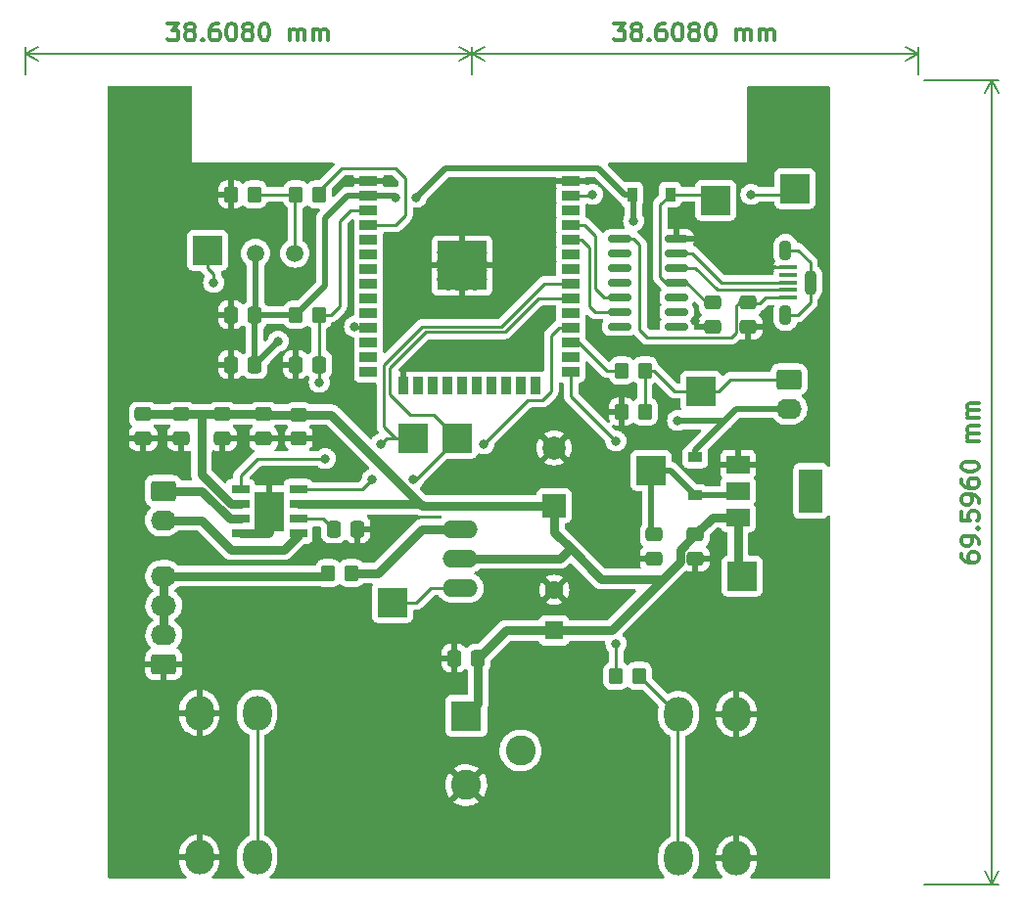
<source format=gtl>
G04 #@! TF.GenerationSoftware,KiCad,Pcbnew,(6.0.10-0)*
G04 #@! TF.CreationDate,2023-03-08T15:24:41-06:00*
G04 #@! TF.ProjectId,v0.0,76302e30-2e6b-4696-9361-645f70636258,rev?*
G04 #@! TF.SameCoordinates,Original*
G04 #@! TF.FileFunction,Copper,L1,Top*
G04 #@! TF.FilePolarity,Positive*
%FSLAX46Y46*%
G04 Gerber Fmt 4.6, Leading zero omitted, Abs format (unit mm)*
G04 Created by KiCad (PCBNEW (6.0.10-0)) date 2023-03-08 15:24:41*
%MOMM*%
%LPD*%
G01*
G04 APERTURE LIST*
G04 Aperture macros list*
%AMRoundRect*
0 Rectangle with rounded corners*
0 $1 Rounding radius*
0 $2 $3 $4 $5 $6 $7 $8 $9 X,Y pos of 4 corners*
0 Add a 4 corners polygon primitive as box body*
4,1,4,$2,$3,$4,$5,$6,$7,$8,$9,$2,$3,0*
0 Add four circle primitives for the rounded corners*
1,1,$1+$1,$2,$3*
1,1,$1+$1,$4,$5*
1,1,$1+$1,$6,$7*
1,1,$1+$1,$8,$9*
0 Add four rect primitives between the rounded corners*
20,1,$1+$1,$2,$3,$4,$5,0*
20,1,$1+$1,$4,$5,$6,$7,0*
20,1,$1+$1,$6,$7,$8,$9,0*
20,1,$1+$1,$8,$9,$2,$3,0*%
G04 Aperture macros list end*
%ADD10C,0.300000*%
G04 #@! TA.AperFunction,NonConductor*
%ADD11C,0.300000*%
G04 #@! TD*
G04 #@! TA.AperFunction,NonConductor*
%ADD12C,0.200000*%
G04 #@! TD*
G04 #@! TA.AperFunction,SMDPad,CuDef*
%ADD13R,2.613000X3.502000*%
G04 #@! TD*
G04 #@! TA.AperFunction,SMDPad,CuDef*
%ADD14R,1.505000X0.802000*%
G04 #@! TD*
G04 #@! TA.AperFunction,SMDPad,CuDef*
%ADD15RoundRect,0.250000X-0.337500X-0.475000X0.337500X-0.475000X0.337500X0.475000X-0.337500X0.475000X0*%
G04 #@! TD*
G04 #@! TA.AperFunction,SMDPad,CuDef*
%ADD16RoundRect,0.250000X0.337500X0.475000X-0.337500X0.475000X-0.337500X-0.475000X0.337500X-0.475000X0*%
G04 #@! TD*
G04 #@! TA.AperFunction,SMDPad,CuDef*
%ADD17RoundRect,0.250000X-0.350000X-0.450000X0.350000X-0.450000X0.350000X0.450000X-0.350000X0.450000X0*%
G04 #@! TD*
G04 #@! TA.AperFunction,SMDPad,CuDef*
%ADD18R,2.500000X2.500000*%
G04 #@! TD*
G04 #@! TA.AperFunction,ComponentPad*
%ADD19RoundRect,0.250000X0.845000X-0.620000X0.845000X0.620000X-0.845000X0.620000X-0.845000X-0.620000X0*%
G04 #@! TD*
G04 #@! TA.AperFunction,ComponentPad*
%ADD20O,2.190000X1.740000*%
G04 #@! TD*
G04 #@! TA.AperFunction,SMDPad,CuDef*
%ADD21RoundRect,0.250000X-0.475000X0.337500X-0.475000X-0.337500X0.475000X-0.337500X0.475000X0.337500X0*%
G04 #@! TD*
G04 #@! TA.AperFunction,ComponentPad*
%ADD22O,2.500000X3.000000*%
G04 #@! TD*
G04 #@! TA.AperFunction,ComponentPad*
%ADD23R,2.000000X2.000000*%
G04 #@! TD*
G04 #@! TA.AperFunction,ComponentPad*
%ADD24C,2.000000*%
G04 #@! TD*
G04 #@! TA.AperFunction,SMDPad,CuDef*
%ADD25RoundRect,0.150000X-0.825000X-0.150000X0.825000X-0.150000X0.825000X0.150000X-0.825000X0.150000X0*%
G04 #@! TD*
G04 #@! TA.AperFunction,SMDPad,CuDef*
%ADD26RoundRect,0.250000X-0.450000X0.350000X-0.450000X-0.350000X0.450000X-0.350000X0.450000X0.350000X0*%
G04 #@! TD*
G04 #@! TA.AperFunction,SMDPad,CuDef*
%ADD27R,0.900000X1.200000*%
G04 #@! TD*
G04 #@! TA.AperFunction,SMDPad,CuDef*
%ADD28RoundRect,0.250000X0.350000X0.450000X-0.350000X0.450000X-0.350000X-0.450000X0.350000X-0.450000X0*%
G04 #@! TD*
G04 #@! TA.AperFunction,ComponentPad*
%ADD29RoundRect,0.250000X-0.845000X0.620000X-0.845000X-0.620000X0.845000X-0.620000X0.845000X0.620000X0*%
G04 #@! TD*
G04 #@! TA.AperFunction,ComponentPad*
%ADD30C,2.600000*%
G04 #@! TD*
G04 #@! TA.AperFunction,ComponentPad*
%ADD31R,2.600000X2.600000*%
G04 #@! TD*
G04 #@! TA.AperFunction,ComponentPad*
%ADD32O,3.048000X1.524000*%
G04 #@! TD*
G04 #@! TA.AperFunction,HeatsinkPad*
%ADD33C,0.475000*%
G04 #@! TD*
G04 #@! TA.AperFunction,SMDPad,CuDef*
%ADD34R,1.050000X1.050000*%
G04 #@! TD*
G04 #@! TA.AperFunction,SMDPad,CuDef*
%ADD35R,4.200000X4.200000*%
G04 #@! TD*
G04 #@! TA.AperFunction,SMDPad,CuDef*
%ADD36R,1.500000X0.900000*%
G04 #@! TD*
G04 #@! TA.AperFunction,SMDPad,CuDef*
%ADD37R,0.900000X1.500000*%
G04 #@! TD*
G04 #@! TA.AperFunction,SMDPad,CuDef*
%ADD38R,1.200000X0.900000*%
G04 #@! TD*
G04 #@! TA.AperFunction,ComponentPad*
%ADD39R,1.600000X1.600000*%
G04 #@! TD*
G04 #@! TA.AperFunction,ComponentPad*
%ADD40C,1.600000*%
G04 #@! TD*
G04 #@! TA.AperFunction,SMDPad,CuDef*
%ADD41R,2.000000X3.800000*%
G04 #@! TD*
G04 #@! TA.AperFunction,SMDPad,CuDef*
%ADD42R,2.000000X1.500000*%
G04 #@! TD*
G04 #@! TA.AperFunction,SMDPad,CuDef*
%ADD43R,1.500000X0.450000*%
G04 #@! TD*
G04 #@! TA.AperFunction,ComponentPad*
%ADD44O,1.100000X1.800000*%
G04 #@! TD*
G04 #@! TA.AperFunction,ComponentPad*
%ADD45O,1.100000X2.200000*%
G04 #@! TD*
G04 #@! TA.AperFunction,ComponentPad*
%ADD46C,1.500000*%
G04 #@! TD*
G04 #@! TA.AperFunction,ViaPad*
%ADD47C,0.800000*%
G04 #@! TD*
G04 #@! TA.AperFunction,Conductor*
%ADD48C,0.762000*%
G04 #@! TD*
G04 #@! TA.AperFunction,Conductor*
%ADD49C,0.254000*%
G04 #@! TD*
G04 #@! TA.AperFunction,Conductor*
%ADD50C,0.250000*%
G04 #@! TD*
G04 #@! TA.AperFunction,Conductor*
%ADD51C,0.508000*%
G04 #@! TD*
G04 APERTURE END LIST*
D10*
D11*
X119238000Y-45638571D02*
X120166571Y-45638571D01*
X119666571Y-46210000D01*
X119880857Y-46210000D01*
X120023714Y-46281428D01*
X120095142Y-46352857D01*
X120166571Y-46495714D01*
X120166571Y-46852857D01*
X120095142Y-46995714D01*
X120023714Y-47067142D01*
X119880857Y-47138571D01*
X119452285Y-47138571D01*
X119309428Y-47067142D01*
X119238000Y-46995714D01*
X121023714Y-46281428D02*
X120880857Y-46210000D01*
X120809428Y-46138571D01*
X120738000Y-45995714D01*
X120738000Y-45924285D01*
X120809428Y-45781428D01*
X120880857Y-45710000D01*
X121023714Y-45638571D01*
X121309428Y-45638571D01*
X121452285Y-45710000D01*
X121523714Y-45781428D01*
X121595142Y-45924285D01*
X121595142Y-45995714D01*
X121523714Y-46138571D01*
X121452285Y-46210000D01*
X121309428Y-46281428D01*
X121023714Y-46281428D01*
X120880857Y-46352857D01*
X120809428Y-46424285D01*
X120738000Y-46567142D01*
X120738000Y-46852857D01*
X120809428Y-46995714D01*
X120880857Y-47067142D01*
X121023714Y-47138571D01*
X121309428Y-47138571D01*
X121452285Y-47067142D01*
X121523714Y-46995714D01*
X121595142Y-46852857D01*
X121595142Y-46567142D01*
X121523714Y-46424285D01*
X121452285Y-46352857D01*
X121309428Y-46281428D01*
X122238000Y-46995714D02*
X122309428Y-47067142D01*
X122238000Y-47138571D01*
X122166571Y-47067142D01*
X122238000Y-46995714D01*
X122238000Y-47138571D01*
X123595142Y-45638571D02*
X123309428Y-45638571D01*
X123166571Y-45710000D01*
X123095142Y-45781428D01*
X122952285Y-45995714D01*
X122880857Y-46281428D01*
X122880857Y-46852857D01*
X122952285Y-46995714D01*
X123023714Y-47067142D01*
X123166571Y-47138571D01*
X123452285Y-47138571D01*
X123595142Y-47067142D01*
X123666571Y-46995714D01*
X123738000Y-46852857D01*
X123738000Y-46495714D01*
X123666571Y-46352857D01*
X123595142Y-46281428D01*
X123452285Y-46210000D01*
X123166571Y-46210000D01*
X123023714Y-46281428D01*
X122952285Y-46352857D01*
X122880857Y-46495714D01*
X124666571Y-45638571D02*
X124809428Y-45638571D01*
X124952285Y-45710000D01*
X125023714Y-45781428D01*
X125095142Y-45924285D01*
X125166571Y-46210000D01*
X125166571Y-46567142D01*
X125095142Y-46852857D01*
X125023714Y-46995714D01*
X124952285Y-47067142D01*
X124809428Y-47138571D01*
X124666571Y-47138571D01*
X124523714Y-47067142D01*
X124452285Y-46995714D01*
X124380857Y-46852857D01*
X124309428Y-46567142D01*
X124309428Y-46210000D01*
X124380857Y-45924285D01*
X124452285Y-45781428D01*
X124523714Y-45710000D01*
X124666571Y-45638571D01*
X126023714Y-46281428D02*
X125880857Y-46210000D01*
X125809428Y-46138571D01*
X125738000Y-45995714D01*
X125738000Y-45924285D01*
X125809428Y-45781428D01*
X125880857Y-45710000D01*
X126023714Y-45638571D01*
X126309428Y-45638571D01*
X126452285Y-45710000D01*
X126523714Y-45781428D01*
X126595142Y-45924285D01*
X126595142Y-45995714D01*
X126523714Y-46138571D01*
X126452285Y-46210000D01*
X126309428Y-46281428D01*
X126023714Y-46281428D01*
X125880857Y-46352857D01*
X125809428Y-46424285D01*
X125738000Y-46567142D01*
X125738000Y-46852857D01*
X125809428Y-46995714D01*
X125880857Y-47067142D01*
X126023714Y-47138571D01*
X126309428Y-47138571D01*
X126452285Y-47067142D01*
X126523714Y-46995714D01*
X126595142Y-46852857D01*
X126595142Y-46567142D01*
X126523714Y-46424285D01*
X126452285Y-46352857D01*
X126309428Y-46281428D01*
X127523714Y-45638571D02*
X127666571Y-45638571D01*
X127809428Y-45710000D01*
X127880857Y-45781428D01*
X127952285Y-45924285D01*
X128023714Y-46210000D01*
X128023714Y-46567142D01*
X127952285Y-46852857D01*
X127880857Y-46995714D01*
X127809428Y-47067142D01*
X127666571Y-47138571D01*
X127523714Y-47138571D01*
X127380857Y-47067142D01*
X127309428Y-46995714D01*
X127238000Y-46852857D01*
X127166571Y-46567142D01*
X127166571Y-46210000D01*
X127238000Y-45924285D01*
X127309428Y-45781428D01*
X127380857Y-45710000D01*
X127523714Y-45638571D01*
X129809428Y-47138571D02*
X129809428Y-46138571D01*
X129809428Y-46281428D02*
X129880857Y-46210000D01*
X130023714Y-46138571D01*
X130238000Y-46138571D01*
X130380857Y-46210000D01*
X130452285Y-46352857D01*
X130452285Y-47138571D01*
X130452285Y-46352857D02*
X130523714Y-46210000D01*
X130666571Y-46138571D01*
X130880857Y-46138571D01*
X131023714Y-46210000D01*
X131095142Y-46352857D01*
X131095142Y-47138571D01*
X131809428Y-47138571D02*
X131809428Y-46138571D01*
X131809428Y-46281428D02*
X131880857Y-46210000D01*
X132023714Y-46138571D01*
X132238000Y-46138571D01*
X132380857Y-46210000D01*
X132452285Y-46352857D01*
X132452285Y-47138571D01*
X132452285Y-46352857D02*
X132523714Y-46210000D01*
X132666571Y-46138571D01*
X132880857Y-46138571D01*
X133023714Y-46210000D01*
X133095142Y-46352857D01*
X133095142Y-47138571D01*
D12*
X145542000Y-50046000D02*
X145542000Y-47673580D01*
X106934000Y-50046000D02*
X106934000Y-47673580D01*
X145542000Y-48260000D02*
X106934000Y-48260000D01*
X145542000Y-48260000D02*
X106934000Y-48260000D01*
X145542000Y-48260000D02*
X144415496Y-47673579D01*
X145542000Y-48260000D02*
X144415496Y-48846421D01*
X106934000Y-48260000D02*
X108060504Y-48846421D01*
X106934000Y-48260000D02*
X108060504Y-47673579D01*
D10*
D11*
X157846000Y-45638571D02*
X158774571Y-45638571D01*
X158274571Y-46210000D01*
X158488857Y-46210000D01*
X158631714Y-46281428D01*
X158703142Y-46352857D01*
X158774571Y-46495714D01*
X158774571Y-46852857D01*
X158703142Y-46995714D01*
X158631714Y-47067142D01*
X158488857Y-47138571D01*
X158060285Y-47138571D01*
X157917428Y-47067142D01*
X157846000Y-46995714D01*
X159631714Y-46281428D02*
X159488857Y-46210000D01*
X159417428Y-46138571D01*
X159346000Y-45995714D01*
X159346000Y-45924285D01*
X159417428Y-45781428D01*
X159488857Y-45710000D01*
X159631714Y-45638571D01*
X159917428Y-45638571D01*
X160060285Y-45710000D01*
X160131714Y-45781428D01*
X160203142Y-45924285D01*
X160203142Y-45995714D01*
X160131714Y-46138571D01*
X160060285Y-46210000D01*
X159917428Y-46281428D01*
X159631714Y-46281428D01*
X159488857Y-46352857D01*
X159417428Y-46424285D01*
X159346000Y-46567142D01*
X159346000Y-46852857D01*
X159417428Y-46995714D01*
X159488857Y-47067142D01*
X159631714Y-47138571D01*
X159917428Y-47138571D01*
X160060285Y-47067142D01*
X160131714Y-46995714D01*
X160203142Y-46852857D01*
X160203142Y-46567142D01*
X160131714Y-46424285D01*
X160060285Y-46352857D01*
X159917428Y-46281428D01*
X160846000Y-46995714D02*
X160917428Y-47067142D01*
X160846000Y-47138571D01*
X160774571Y-47067142D01*
X160846000Y-46995714D01*
X160846000Y-47138571D01*
X162203142Y-45638571D02*
X161917428Y-45638571D01*
X161774571Y-45710000D01*
X161703142Y-45781428D01*
X161560285Y-45995714D01*
X161488857Y-46281428D01*
X161488857Y-46852857D01*
X161560285Y-46995714D01*
X161631714Y-47067142D01*
X161774571Y-47138571D01*
X162060285Y-47138571D01*
X162203142Y-47067142D01*
X162274571Y-46995714D01*
X162346000Y-46852857D01*
X162346000Y-46495714D01*
X162274571Y-46352857D01*
X162203142Y-46281428D01*
X162060285Y-46210000D01*
X161774571Y-46210000D01*
X161631714Y-46281428D01*
X161560285Y-46352857D01*
X161488857Y-46495714D01*
X163274571Y-45638571D02*
X163417428Y-45638571D01*
X163560285Y-45710000D01*
X163631714Y-45781428D01*
X163703142Y-45924285D01*
X163774571Y-46210000D01*
X163774571Y-46567142D01*
X163703142Y-46852857D01*
X163631714Y-46995714D01*
X163560285Y-47067142D01*
X163417428Y-47138571D01*
X163274571Y-47138571D01*
X163131714Y-47067142D01*
X163060285Y-46995714D01*
X162988857Y-46852857D01*
X162917428Y-46567142D01*
X162917428Y-46210000D01*
X162988857Y-45924285D01*
X163060285Y-45781428D01*
X163131714Y-45710000D01*
X163274571Y-45638571D01*
X164631714Y-46281428D02*
X164488857Y-46210000D01*
X164417428Y-46138571D01*
X164346000Y-45995714D01*
X164346000Y-45924285D01*
X164417428Y-45781428D01*
X164488857Y-45710000D01*
X164631714Y-45638571D01*
X164917428Y-45638571D01*
X165060285Y-45710000D01*
X165131714Y-45781428D01*
X165203142Y-45924285D01*
X165203142Y-45995714D01*
X165131714Y-46138571D01*
X165060285Y-46210000D01*
X164917428Y-46281428D01*
X164631714Y-46281428D01*
X164488857Y-46352857D01*
X164417428Y-46424285D01*
X164346000Y-46567142D01*
X164346000Y-46852857D01*
X164417428Y-46995714D01*
X164488857Y-47067142D01*
X164631714Y-47138571D01*
X164917428Y-47138571D01*
X165060285Y-47067142D01*
X165131714Y-46995714D01*
X165203142Y-46852857D01*
X165203142Y-46567142D01*
X165131714Y-46424285D01*
X165060285Y-46352857D01*
X164917428Y-46281428D01*
X166131714Y-45638571D02*
X166274571Y-45638571D01*
X166417428Y-45710000D01*
X166488857Y-45781428D01*
X166560285Y-45924285D01*
X166631714Y-46210000D01*
X166631714Y-46567142D01*
X166560285Y-46852857D01*
X166488857Y-46995714D01*
X166417428Y-47067142D01*
X166274571Y-47138571D01*
X166131714Y-47138571D01*
X165988857Y-47067142D01*
X165917428Y-46995714D01*
X165846000Y-46852857D01*
X165774571Y-46567142D01*
X165774571Y-46210000D01*
X165846000Y-45924285D01*
X165917428Y-45781428D01*
X165988857Y-45710000D01*
X166131714Y-45638571D01*
X168417428Y-47138571D02*
X168417428Y-46138571D01*
X168417428Y-46281428D02*
X168488857Y-46210000D01*
X168631714Y-46138571D01*
X168846000Y-46138571D01*
X168988857Y-46210000D01*
X169060285Y-46352857D01*
X169060285Y-47138571D01*
X169060285Y-46352857D02*
X169131714Y-46210000D01*
X169274571Y-46138571D01*
X169488857Y-46138571D01*
X169631714Y-46210000D01*
X169703142Y-46352857D01*
X169703142Y-47138571D01*
X170417428Y-47138571D02*
X170417428Y-46138571D01*
X170417428Y-46281428D02*
X170488857Y-46210000D01*
X170631714Y-46138571D01*
X170846000Y-46138571D01*
X170988857Y-46210000D01*
X171060285Y-46352857D01*
X171060285Y-47138571D01*
X171060285Y-46352857D02*
X171131714Y-46210000D01*
X171274571Y-46138571D01*
X171488857Y-46138571D01*
X171631714Y-46210000D01*
X171703142Y-46352857D01*
X171703142Y-47138571D01*
D12*
X184150000Y-50046000D02*
X184150000Y-47673580D01*
X145542000Y-50046000D02*
X145542000Y-47673580D01*
X184150000Y-48260000D02*
X145542000Y-48260000D01*
X184150000Y-48260000D02*
X145542000Y-48260000D01*
X184150000Y-48260000D02*
X183023496Y-47673579D01*
X184150000Y-48260000D02*
X183023496Y-48846421D01*
X145542000Y-48260000D02*
X146668504Y-48846421D01*
X145542000Y-48260000D02*
X146668504Y-47673579D01*
D10*
D11*
X187878571Y-91558285D02*
X187878571Y-91844000D01*
X187950000Y-91986857D01*
X188021428Y-92058285D01*
X188235714Y-92201142D01*
X188521428Y-92272571D01*
X189092857Y-92272571D01*
X189235714Y-92201142D01*
X189307142Y-92129714D01*
X189378571Y-91986857D01*
X189378571Y-91701142D01*
X189307142Y-91558285D01*
X189235714Y-91486857D01*
X189092857Y-91415428D01*
X188735714Y-91415428D01*
X188592857Y-91486857D01*
X188521428Y-91558285D01*
X188450000Y-91701142D01*
X188450000Y-91986857D01*
X188521428Y-92129714D01*
X188592857Y-92201142D01*
X188735714Y-92272571D01*
X189378571Y-90701142D02*
X189378571Y-90415428D01*
X189307142Y-90272571D01*
X189235714Y-90201142D01*
X189021428Y-90058285D01*
X188735714Y-89986857D01*
X188164285Y-89986857D01*
X188021428Y-90058285D01*
X187950000Y-90129714D01*
X187878571Y-90272571D01*
X187878571Y-90558285D01*
X187950000Y-90701142D01*
X188021428Y-90772571D01*
X188164285Y-90844000D01*
X188521428Y-90844000D01*
X188664285Y-90772571D01*
X188735714Y-90701142D01*
X188807142Y-90558285D01*
X188807142Y-90272571D01*
X188735714Y-90129714D01*
X188664285Y-90058285D01*
X188521428Y-89986857D01*
X189235714Y-89344000D02*
X189307142Y-89272571D01*
X189378571Y-89344000D01*
X189307142Y-89415428D01*
X189235714Y-89344000D01*
X189378571Y-89344000D01*
X187878571Y-87915428D02*
X187878571Y-88629714D01*
X188592857Y-88701142D01*
X188521428Y-88629714D01*
X188450000Y-88486857D01*
X188450000Y-88129714D01*
X188521428Y-87986857D01*
X188592857Y-87915428D01*
X188735714Y-87844000D01*
X189092857Y-87844000D01*
X189235714Y-87915428D01*
X189307142Y-87986857D01*
X189378571Y-88129714D01*
X189378571Y-88486857D01*
X189307142Y-88629714D01*
X189235714Y-88701142D01*
X189378571Y-87129714D02*
X189378571Y-86844000D01*
X189307142Y-86701142D01*
X189235714Y-86629714D01*
X189021428Y-86486857D01*
X188735714Y-86415428D01*
X188164285Y-86415428D01*
X188021428Y-86486857D01*
X187950000Y-86558285D01*
X187878571Y-86701142D01*
X187878571Y-86986857D01*
X187950000Y-87129714D01*
X188021428Y-87201142D01*
X188164285Y-87272571D01*
X188521428Y-87272571D01*
X188664285Y-87201142D01*
X188735714Y-87129714D01*
X188807142Y-86986857D01*
X188807142Y-86701142D01*
X188735714Y-86558285D01*
X188664285Y-86486857D01*
X188521428Y-86415428D01*
X187878571Y-85129714D02*
X187878571Y-85415428D01*
X187950000Y-85558285D01*
X188021428Y-85629714D01*
X188235714Y-85772571D01*
X188521428Y-85844000D01*
X189092857Y-85844000D01*
X189235714Y-85772571D01*
X189307142Y-85701142D01*
X189378571Y-85558285D01*
X189378571Y-85272571D01*
X189307142Y-85129714D01*
X189235714Y-85058285D01*
X189092857Y-84986857D01*
X188735714Y-84986857D01*
X188592857Y-85058285D01*
X188521428Y-85129714D01*
X188450000Y-85272571D01*
X188450000Y-85558285D01*
X188521428Y-85701142D01*
X188592857Y-85772571D01*
X188735714Y-85844000D01*
X187878571Y-84058285D02*
X187878571Y-83915428D01*
X187950000Y-83772571D01*
X188021428Y-83701142D01*
X188164285Y-83629714D01*
X188450000Y-83558285D01*
X188807142Y-83558285D01*
X189092857Y-83629714D01*
X189235714Y-83701142D01*
X189307142Y-83772571D01*
X189378571Y-83915428D01*
X189378571Y-84058285D01*
X189307142Y-84201142D01*
X189235714Y-84272571D01*
X189092857Y-84344000D01*
X188807142Y-84415428D01*
X188450000Y-84415428D01*
X188164285Y-84344000D01*
X188021428Y-84272571D01*
X187950000Y-84201142D01*
X187878571Y-84058285D01*
X189378571Y-81772571D02*
X188378571Y-81772571D01*
X188521428Y-81772571D02*
X188450000Y-81701142D01*
X188378571Y-81558285D01*
X188378571Y-81344000D01*
X188450000Y-81201142D01*
X188592857Y-81129714D01*
X189378571Y-81129714D01*
X188592857Y-81129714D02*
X188450000Y-81058285D01*
X188378571Y-80915428D01*
X188378571Y-80701142D01*
X188450000Y-80558285D01*
X188592857Y-80486857D01*
X189378571Y-80486857D01*
X189378571Y-79772571D02*
X188378571Y-79772571D01*
X188521428Y-79772571D02*
X188450000Y-79701142D01*
X188378571Y-79558285D01*
X188378571Y-79344000D01*
X188450000Y-79201142D01*
X188592857Y-79129714D01*
X189378571Y-79129714D01*
X188592857Y-79129714D02*
X188450000Y-79058285D01*
X188378571Y-78915428D01*
X188378571Y-78701142D01*
X188450000Y-78558285D01*
X188592857Y-78486857D01*
X189378571Y-78486857D01*
D12*
X184650000Y-120142000D02*
X191086420Y-120142000D01*
X184650000Y-50546000D02*
X191086420Y-50546000D01*
X190500000Y-120142000D02*
X190500000Y-50546000D01*
X190500000Y-120142000D02*
X190500000Y-50546000D01*
X190500000Y-120142000D02*
X191086421Y-119015496D01*
X190500000Y-120142000D02*
X189913579Y-119015496D01*
X190500000Y-50546000D02*
X189913579Y-51672504D01*
X190500000Y-50546000D02*
X191086421Y-51672504D01*
D13*
X128016000Y-87884000D03*
D14*
X125518500Y-89789000D03*
X125518500Y-88519000D03*
X125518500Y-87249000D03*
X125518500Y-85979000D03*
X130513500Y-85979000D03*
X130513500Y-87249000D03*
X130513500Y-88519000D03*
X130513500Y-89789000D03*
D15*
X133582500Y-89408000D03*
X135657500Y-89408000D03*
D16*
X146071500Y-100584000D03*
X143996500Y-100584000D03*
D17*
X130318000Y-70866000D03*
X132318000Y-70866000D03*
D18*
X161036000Y-84328000D03*
D19*
X118892000Y-101092000D03*
D20*
X118892000Y-98552000D03*
X118892000Y-96012000D03*
X118892000Y-93472000D03*
D21*
X164846000Y-89894500D03*
X164846000Y-91969500D03*
X166370000Y-69828500D03*
X166370000Y-71903500D03*
X123952000Y-79480500D03*
X123952000Y-81555500D03*
D22*
X121960000Y-117810000D03*
X121960000Y-105310000D03*
X126960000Y-117810000D03*
X126960000Y-105310000D03*
D23*
X152654000Y-87376000D03*
D24*
X152654000Y-82376000D03*
D18*
X173482000Y-59944000D03*
X140462000Y-81534000D03*
D25*
X158307000Y-64262000D03*
X158307000Y-65532000D03*
X158307000Y-66802000D03*
X158307000Y-68072000D03*
X158307000Y-69342000D03*
X158307000Y-70612000D03*
X158307000Y-71882000D03*
X163257000Y-71882000D03*
X163257000Y-70612000D03*
X163257000Y-69342000D03*
X163257000Y-68072000D03*
X163257000Y-66802000D03*
X163257000Y-65532000D03*
X163257000Y-64262000D03*
D21*
X117094000Y-79480500D03*
X117094000Y-81555500D03*
D18*
X166624000Y-60960000D03*
D26*
X130556000Y-79518000D03*
X130556000Y-81518000D03*
D21*
X169418000Y-69828500D03*
X169418000Y-71903500D03*
D22*
X168402000Y-117910000D03*
X168402000Y-105410000D03*
X163402000Y-117910000D03*
X163402000Y-105410000D03*
D27*
X159386000Y-60452000D03*
X162686000Y-60452000D03*
D28*
X160512000Y-75692000D03*
X158512000Y-75692000D03*
D29*
X172954000Y-76454000D03*
D20*
X172954000Y-78994000D03*
D16*
X132355500Y-75184000D03*
X130280500Y-75184000D03*
D21*
X161290000Y-89894500D03*
X161290000Y-91969500D03*
D16*
X126767500Y-75184000D03*
X124692500Y-75184000D03*
D30*
X149746000Y-108560000D03*
X145046000Y-111560000D03*
D31*
X145046000Y-105560000D03*
D18*
X165354000Y-77470000D03*
D32*
X144526000Y-91948000D03*
X144526000Y-94488000D03*
X144526000Y-89408000D03*
D28*
X135112000Y-93218000D03*
X133112000Y-93218000D03*
D17*
X130318000Y-60452000D03*
X132318000Y-60452000D03*
D33*
X144670000Y-67367500D03*
D34*
X146195000Y-66605000D03*
D33*
X146195000Y-67367500D03*
D34*
X143145000Y-68130000D03*
X144670000Y-65080000D03*
X143145000Y-66605000D03*
X146195000Y-65080000D03*
D33*
X143907500Y-66605000D03*
X144670000Y-65842500D03*
X145432500Y-66605000D03*
X143145000Y-67367500D03*
D34*
X144670000Y-68130000D03*
D33*
X143907500Y-65080000D03*
X145432500Y-68130000D03*
D35*
X144670000Y-66605000D03*
D33*
X143145000Y-65842500D03*
X146195000Y-65842500D03*
D34*
X144670000Y-66605000D03*
X143145000Y-65080000D03*
D33*
X145432500Y-65080000D03*
X143907500Y-68130000D03*
D34*
X146195000Y-68130000D03*
D36*
X154100000Y-59265000D03*
X154100000Y-60535000D03*
X154100000Y-61805000D03*
X154100000Y-63075000D03*
X154100000Y-64345000D03*
X154100000Y-65615000D03*
X154100000Y-66885000D03*
X154100000Y-68155000D03*
X154100000Y-69425000D03*
X154100000Y-70695000D03*
X154100000Y-71965000D03*
X154100000Y-73235000D03*
X154100000Y-74505000D03*
X154100000Y-75775000D03*
D37*
X151070000Y-77025000D03*
X149800000Y-77025000D03*
X148530000Y-77025000D03*
X147260000Y-77025000D03*
X145990000Y-77025000D03*
X144720000Y-77025000D03*
X143450000Y-77025000D03*
X142180000Y-77025000D03*
X140910000Y-77025000D03*
X139640000Y-77025000D03*
D36*
X136600000Y-75775000D03*
X136600000Y-74505000D03*
X136600000Y-73235000D03*
X136600000Y-71965000D03*
X136600000Y-70695000D03*
X136600000Y-69425000D03*
X136600000Y-68155000D03*
X136600000Y-66885000D03*
X136600000Y-65615000D03*
X136600000Y-64345000D03*
X136600000Y-63075000D03*
X136600000Y-61805000D03*
X136600000Y-60535000D03*
X136600000Y-59265000D03*
D21*
X120396000Y-79480500D03*
X120396000Y-81555500D03*
D28*
X160512000Y-79248000D03*
X158512000Y-79248000D03*
D18*
X122682000Y-65278000D03*
X168910000Y-93472000D03*
D38*
X164846000Y-83186000D03*
X164846000Y-86486000D03*
D28*
X126730000Y-60452000D03*
X124730000Y-60452000D03*
D39*
X152654000Y-98172651D03*
D40*
X152654000Y-94672651D03*
D18*
X138684000Y-95758000D03*
D41*
X174854000Y-86106000D03*
D42*
X168554000Y-88406000D03*
X168554000Y-86106000D03*
X168554000Y-83806000D03*
D18*
X144272000Y-81534000D03*
D20*
X118852000Y-88646000D03*
D29*
X118852000Y-86106000D03*
D16*
X126767500Y-70866000D03*
X124692500Y-70866000D03*
D21*
X127508000Y-79480500D03*
X127508000Y-81555500D03*
D17*
X160004000Y-102108000D03*
X158004000Y-102108000D03*
D43*
X172911000Y-69372000D03*
X172911000Y-68722000D03*
X172911000Y-68072000D03*
X172911000Y-67422000D03*
X172911000Y-66772000D03*
D44*
X172661000Y-70872000D03*
X172661000Y-65272000D03*
D45*
X174811000Y-68072000D03*
D46*
X126824000Y-65532000D03*
X130224000Y-65532000D03*
D47*
X129032000Y-80772000D03*
X129286000Y-77470000D03*
X137668000Y-82042000D03*
X132842000Y-83312000D03*
X140462000Y-85090000D03*
X136906000Y-85090000D03*
X141732000Y-74930000D03*
X164846000Y-71374000D03*
X128778000Y-68834000D03*
X165100000Y-93980000D03*
X124968000Y-67310000D03*
X168656000Y-81280000D03*
X138176000Y-59216500D03*
X125476000Y-62230000D03*
X169418000Y-73660000D03*
X156464000Y-89916000D03*
X129794000Y-99314000D03*
X132334000Y-76708000D03*
X163322000Y-80010000D03*
X138938000Y-60706000D03*
X128778000Y-73152000D03*
X140716000Y-60706000D03*
X159512000Y-62738000D03*
X146558000Y-82042000D03*
X123190000Y-68072000D03*
X135382000Y-71882000D03*
X169672000Y-60452000D03*
X155956000Y-60452000D03*
X157988000Y-81788000D03*
X157988000Y-99314000D03*
D48*
X125518500Y-89789000D02*
X127889000Y-89789000D01*
X127889000Y-89789000D02*
X128016000Y-89662000D01*
D49*
X125518500Y-85979000D02*
X125518500Y-84793500D01*
X125518500Y-84793500D02*
X127000000Y-83312000D01*
X127000000Y-83312000D02*
X132842000Y-83312000D01*
X130513500Y-85979000D02*
X136017000Y-85979000D01*
X136017000Y-85979000D02*
X136906000Y-85090000D01*
X130513500Y-88519000D02*
X132693500Y-88519000D01*
X132693500Y-88519000D02*
X133582500Y-89408000D01*
D48*
X118852000Y-88646000D02*
X122174000Y-88646000D01*
X122174000Y-88646000D02*
X124714000Y-91186000D01*
X130513500Y-89958500D02*
X130513500Y-89789000D01*
X124714000Y-91186000D02*
X129286000Y-91186000D01*
X129286000Y-91186000D02*
X130513500Y-89958500D01*
X122174000Y-86106000D02*
X124587000Y-88519000D01*
X124587000Y-88519000D02*
X125518500Y-88519000D01*
X122152500Y-79480500D02*
X122152500Y-84721500D01*
X122152500Y-84721500D02*
X124680000Y-87249000D01*
X124680000Y-87249000D02*
X125518500Y-87249000D01*
X141224000Y-87376000D02*
X141097000Y-87249000D01*
X141097000Y-87249000D02*
X130513500Y-87249000D01*
D49*
X163402000Y-105410000D02*
X163306000Y-105410000D01*
X163306000Y-105410000D02*
X160004000Y-102108000D01*
D48*
X146071500Y-100584000D02*
X146071500Y-104534500D01*
X146071500Y-104534500D02*
X145046000Y-105560000D01*
X152654000Y-98172651D02*
X148482849Y-98172651D01*
X148482849Y-98172651D02*
X146071500Y-100584000D01*
D49*
X126960000Y-105310000D02*
X126960000Y-117810000D01*
D48*
X118892000Y-98552000D02*
X118892000Y-96012000D01*
X118892000Y-93472000D02*
X118892000Y-96012000D01*
X133112000Y-93218000D02*
X132858000Y-93472000D01*
X132858000Y-93472000D02*
X118892000Y-93472000D01*
X122174000Y-86106000D02*
X118852000Y-86106000D01*
X133350000Y-79502000D02*
X141224000Y-87376000D01*
D49*
X138430000Y-77724000D02*
X140208000Y-79502000D01*
X138430000Y-75438000D02*
X138430000Y-77724000D01*
X140208000Y-79502000D02*
X142240000Y-79502000D01*
X140462000Y-81534000D02*
X138938000Y-81534000D01*
X138938000Y-81534000D02*
X137922000Y-80518000D01*
X137668000Y-82042000D02*
X138176000Y-81534000D01*
X138176000Y-81534000D02*
X140462000Y-81534000D01*
X140716000Y-85090000D02*
X144272000Y-81534000D01*
X140462000Y-85090000D02*
X140716000Y-85090000D01*
D48*
X123952000Y-79480500D02*
X122152500Y-79480500D01*
X122152500Y-79480500D02*
X120396000Y-79480500D01*
X120396000Y-79480500D02*
X117094000Y-79480500D01*
X127508000Y-79480500D02*
X123952000Y-79480500D01*
X130556000Y-79518000D02*
X127545500Y-79518000D01*
X127545500Y-79518000D02*
X127508000Y-79480500D01*
X152654000Y-87376000D02*
X141224000Y-87376000D01*
X130572000Y-79502000D02*
X130556000Y-79518000D01*
X133350000Y-79502000D02*
X130572000Y-79502000D01*
D49*
X142240000Y-79502000D02*
X144272000Y-81534000D01*
X137922000Y-75184000D02*
X137922000Y-80518000D01*
D48*
X153162000Y-91948000D02*
X144526000Y-91948000D01*
X154051000Y-91059000D02*
X153162000Y-91948000D01*
X157605349Y-98172651D02*
X152654000Y-98172651D01*
D49*
X164084000Y-68072000D02*
X163257000Y-68072000D01*
X161798000Y-61340000D02*
X161798000Y-67564000D01*
X166370000Y-69828500D02*
X165840500Y-69828500D01*
X161798000Y-67564000D02*
X162306000Y-68072000D01*
X166370000Y-60452000D02*
X166624000Y-60706000D01*
X165840500Y-69828500D02*
X164084000Y-68072000D01*
X162306000Y-68072000D02*
X163257000Y-68072000D01*
X162686000Y-60452000D02*
X166370000Y-60452000D01*
X162686000Y-60452000D02*
X161798000Y-61340000D01*
X136648500Y-59216500D02*
X136600000Y-59265000D01*
X167610000Y-66772000D02*
X165100000Y-64262000D01*
X172911000Y-66772000D02*
X167610000Y-66772000D01*
X144670000Y-66605000D02*
X145485000Y-66605000D01*
X165100000Y-64262000D02*
X163257000Y-64262000D01*
X138176000Y-59216500D02*
X136648500Y-59216500D01*
D48*
X168554000Y-93116000D02*
X168910000Y-93472000D01*
X166334500Y-88406000D02*
X168554000Y-88406000D01*
X152654000Y-89662000D02*
X152654000Y-87376000D01*
X154051000Y-91059000D02*
X152654000Y-89662000D01*
X166334500Y-88406000D02*
X164846000Y-89894500D01*
X163540000Y-92238000D02*
X162052000Y-93726000D01*
X164846000Y-89894500D02*
X163540000Y-91200500D01*
X162052000Y-93726000D02*
X157605349Y-98172651D01*
X156718000Y-93726000D02*
X154051000Y-91059000D01*
X163540000Y-91200500D02*
X163540000Y-92238000D01*
X162052000Y-93726000D02*
X156718000Y-93726000D01*
X168554000Y-88406000D02*
X168554000Y-93116000D01*
D49*
X141532000Y-72336000D02*
X148390000Y-72336000D01*
X138430000Y-75438000D02*
X141532000Y-72336000D01*
X151301000Y-69425000D02*
X154100000Y-69425000D01*
X148390000Y-72336000D02*
X151301000Y-69425000D01*
X151809000Y-68155000D02*
X154100000Y-68155000D01*
X141224000Y-71882000D02*
X148082000Y-71882000D01*
X148082000Y-71882000D02*
X151809000Y-68155000D01*
X137922000Y-75184000D02*
X141224000Y-71882000D01*
X166766000Y-68722000D02*
X164846000Y-66802000D01*
X164846000Y-66802000D02*
X163257000Y-66802000D01*
X172911000Y-68722000D02*
X166766000Y-68722000D01*
X138938000Y-58166000D02*
X139783000Y-59011000D01*
D50*
X138938000Y-63075000D02*
X136600000Y-63075000D01*
X139783000Y-59436000D02*
X139783000Y-62230000D01*
D49*
X132318000Y-60452000D02*
X132318000Y-60128000D01*
D50*
X139783000Y-62230000D02*
X138938000Y-63075000D01*
D49*
X132318000Y-60128000D02*
X134280000Y-58166000D01*
X134280000Y-58166000D02*
X138938000Y-58166000D01*
X139783000Y-59011000D02*
X139783000Y-59436000D01*
X132318000Y-70866000D02*
X133350000Y-70866000D01*
X134112000Y-70104000D02*
X134112000Y-62738000D01*
X132318000Y-70866000D02*
X132318000Y-75146500D01*
D50*
X135465000Y-61805000D02*
X136600000Y-61805000D01*
D49*
X134112000Y-62738000D02*
X135045000Y-61805000D01*
X133350000Y-70866000D02*
X134112000Y-70104000D01*
X135045000Y-61805000D02*
X135465000Y-61805000D01*
X132318000Y-75146500D02*
X132355500Y-75184000D01*
X132334000Y-75205500D02*
X132355500Y-75184000D01*
X132334000Y-76708000D02*
X132334000Y-75205500D01*
D51*
X168402000Y-78994000D02*
X172954000Y-78994000D01*
X128778000Y-73152000D02*
X128778000Y-73173500D01*
X128778000Y-73173500D02*
X126767500Y-75184000D01*
X132842000Y-68342000D02*
X132842000Y-62484000D01*
X126824000Y-65532000D02*
X126824000Y-70809500D01*
X126824000Y-70809500D02*
X126767500Y-70866000D01*
X159512000Y-62738000D02*
X159512000Y-60578000D01*
X126767500Y-70866000D02*
X126767500Y-75184000D01*
X136600000Y-60535000D02*
X138767000Y-60535000D01*
X167386000Y-80010000D02*
X163322000Y-80010000D01*
X158750000Y-60452000D02*
X159386000Y-60452000D01*
X140716000Y-60706000D02*
X143256000Y-58166000D01*
X164846000Y-83186000D02*
X164846000Y-82550000D01*
X132842000Y-62484000D02*
X134791000Y-60535000D01*
X159512000Y-60578000D02*
X159386000Y-60452000D01*
X167386000Y-80010000D02*
X168402000Y-78994000D01*
X134791000Y-60535000D02*
X136600000Y-60535000D01*
X126767500Y-70866000D02*
X130318000Y-70866000D01*
X143256000Y-58166000D02*
X156464000Y-58166000D01*
X130318000Y-70866000D02*
X132842000Y-68342000D01*
X164846000Y-82550000D02*
X167386000Y-80010000D01*
X156464000Y-58166000D02*
X158750000Y-60452000D01*
X138767000Y-60535000D02*
X138938000Y-60706000D01*
X164846000Y-86486000D02*
X168174000Y-86486000D01*
X168174000Y-86486000D02*
X168554000Y-86106000D01*
X162688000Y-84328000D02*
X164846000Y-86486000D01*
X161290000Y-89894500D02*
X161036000Y-89640500D01*
X168428000Y-86486000D02*
X168808000Y-86106000D01*
X161036000Y-84328000D02*
X162688000Y-84328000D01*
X161036000Y-89640500D02*
X161036000Y-84328000D01*
D49*
X164592000Y-65532000D02*
X167132000Y-68072000D01*
X167132000Y-68072000D02*
X172911000Y-68072000D01*
X163257000Y-65532000D02*
X164592000Y-65532000D01*
X173730000Y-65272000D02*
X172661000Y-65272000D01*
X173730000Y-70872000D02*
X174811000Y-69791000D01*
X172661000Y-70872000D02*
X173730000Y-70872000D01*
X174811000Y-69791000D02*
X174811000Y-68072000D01*
X174811000Y-66353000D02*
X173730000Y-65272000D01*
X174811000Y-68072000D02*
X174811000Y-66353000D01*
X150368000Y-78232000D02*
X151638000Y-78232000D01*
X153079000Y-71965000D02*
X154100000Y-71965000D01*
X152400000Y-72644000D02*
X153079000Y-71965000D01*
X146558000Y-82042000D02*
X150368000Y-78232000D01*
X138684000Y-95758000D02*
X140716000Y-95758000D01*
X151638000Y-78232000D02*
X152400000Y-77470000D01*
X140716000Y-95758000D02*
X141986000Y-94488000D01*
X141986000Y-94488000D02*
X144526000Y-94488000D01*
X152400000Y-77470000D02*
X152400000Y-72644000D01*
D48*
X141224000Y-89408000D02*
X144526000Y-89408000D01*
X137414000Y-93218000D02*
X141224000Y-89408000D01*
X135112000Y-93218000D02*
X137414000Y-93218000D01*
D50*
X126730000Y-60452000D02*
X130318000Y-60452000D01*
X130224000Y-60546000D02*
X130318000Y-60452000D01*
X130224000Y-65532000D02*
X130224000Y-60546000D01*
D49*
X155277000Y-63075000D02*
X154100000Y-63075000D01*
X158307000Y-69342000D02*
X156972000Y-69342000D01*
X156972000Y-69342000D02*
X156210000Y-68580000D01*
X156210000Y-64008000D02*
X155277000Y-63075000D01*
X156210000Y-68580000D02*
X156210000Y-64008000D01*
X155702000Y-70104000D02*
X156210000Y-70612000D01*
X154100000Y-64345000D02*
X155023000Y-64345000D01*
X155702000Y-65024000D02*
X155702000Y-70104000D01*
X155023000Y-64345000D02*
X155702000Y-65024000D01*
X156210000Y-70612000D02*
X158307000Y-70612000D01*
X172911000Y-69372000D02*
X170912000Y-69372000D01*
X159512000Y-64262000D02*
X158307000Y-64262000D01*
X168366000Y-70140000D02*
X168366000Y-72390000D01*
X169418000Y-69828500D02*
X168677500Y-69828500D01*
X169439500Y-69850000D02*
X169418000Y-69828500D01*
X168677500Y-69828500D02*
X168366000Y-70140000D01*
X160020000Y-64770000D02*
X159512000Y-64262000D01*
X168366000Y-72390000D02*
X167938000Y-72818000D01*
X170434000Y-69850000D02*
X169439500Y-69850000D01*
X167938000Y-72818000D02*
X160702000Y-72818000D01*
X160020000Y-72136000D02*
X160020000Y-64770000D01*
X170912000Y-69372000D02*
X170434000Y-69850000D01*
X160702000Y-72818000D02*
X160020000Y-72136000D01*
X163322000Y-117756000D02*
X163322000Y-105256000D01*
X154769000Y-73235000D02*
X157226000Y-75692000D01*
X154100000Y-73235000D02*
X154769000Y-73235000D01*
X157226000Y-75692000D02*
X158512000Y-75692000D01*
X163068000Y-77470000D02*
X165354000Y-77470000D01*
X166878000Y-77470000D02*
X167894000Y-76454000D01*
X165354000Y-77470000D02*
X166878000Y-77470000D01*
X161290000Y-75692000D02*
X163068000Y-77470000D01*
X167894000Y-76454000D02*
X172954000Y-76454000D01*
X160512000Y-75692000D02*
X161290000Y-75692000D01*
X160512000Y-75692000D02*
X160512000Y-79248000D01*
X136600000Y-71965000D02*
X135465000Y-71965000D01*
X123190000Y-68072000D02*
X123190000Y-67310000D01*
X123190000Y-67310000D02*
X122682000Y-66802000D01*
X122682000Y-66802000D02*
X122682000Y-65278000D01*
X135465000Y-71965000D02*
X135382000Y-71882000D01*
X155873000Y-60535000D02*
X155956000Y-60452000D01*
X154100000Y-60535000D02*
X155873000Y-60535000D01*
X169672000Y-60452000D02*
X172974000Y-60452000D01*
X154100000Y-77900000D02*
X154100000Y-75775000D01*
X158004000Y-102108000D02*
X158004000Y-99330000D01*
X157988000Y-81788000D02*
X154100000Y-77900000D01*
X158004000Y-99330000D02*
X157988000Y-99314000D01*
G04 #@! TA.AperFunction,Conductor*
G36*
X121292121Y-51074502D02*
G01*
X121338614Y-51128158D01*
X121350000Y-51180500D01*
X121350000Y-57715000D01*
X133528078Y-57715000D01*
X133596199Y-57735002D01*
X133642692Y-57788658D01*
X133652796Y-57858932D01*
X133623302Y-57923512D01*
X133617175Y-57930093D01*
X132974754Y-58572513D01*
X132340672Y-59206595D01*
X132278360Y-59240621D01*
X132251577Y-59243500D01*
X131917600Y-59243500D01*
X131914354Y-59243837D01*
X131914350Y-59243837D01*
X131818692Y-59253762D01*
X131818688Y-59253763D01*
X131811834Y-59254474D01*
X131805298Y-59256655D01*
X131805296Y-59256655D01*
X131788928Y-59262116D01*
X131644054Y-59310450D01*
X131493652Y-59403522D01*
X131408584Y-59488739D01*
X131407216Y-59490109D01*
X131344934Y-59524188D01*
X131274114Y-59519185D01*
X131229025Y-59490264D01*
X131146483Y-59407866D01*
X131141303Y-59402695D01*
X131135072Y-59398854D01*
X130996968Y-59313725D01*
X130996966Y-59313724D01*
X130990738Y-59309885D01*
X130854723Y-59264771D01*
X130829389Y-59256368D01*
X130829387Y-59256368D01*
X130822861Y-59254203D01*
X130816025Y-59253503D01*
X130816022Y-59253502D01*
X130772969Y-59249091D01*
X130718400Y-59243500D01*
X129917600Y-59243500D01*
X129914354Y-59243837D01*
X129914350Y-59243837D01*
X129818692Y-59253762D01*
X129818688Y-59253763D01*
X129811834Y-59254474D01*
X129805298Y-59256655D01*
X129805296Y-59256655D01*
X129788928Y-59262116D01*
X129644054Y-59310450D01*
X129493652Y-59403522D01*
X129368695Y-59528697D01*
X129364855Y-59534927D01*
X129364854Y-59534928D01*
X129280670Y-59671500D01*
X129275885Y-59679262D01*
X129269391Y-59698842D01*
X129258337Y-59732168D01*
X129217906Y-59790527D01*
X129152342Y-59817764D01*
X129138744Y-59818500D01*
X127909197Y-59818500D01*
X127841076Y-59798498D01*
X127794583Y-59744842D01*
X127789674Y-59732377D01*
X127773867Y-59684998D01*
X127773866Y-59684996D01*
X127771550Y-59678054D01*
X127759431Y-59658469D01*
X127682332Y-59533880D01*
X127678478Y-59527652D01*
X127553303Y-59402695D01*
X127547072Y-59398854D01*
X127408968Y-59313725D01*
X127408966Y-59313724D01*
X127402738Y-59309885D01*
X127266723Y-59264771D01*
X127241389Y-59256368D01*
X127241387Y-59256368D01*
X127234861Y-59254203D01*
X127228025Y-59253503D01*
X127228022Y-59253502D01*
X127184969Y-59249091D01*
X127130400Y-59243500D01*
X126329600Y-59243500D01*
X126326354Y-59243837D01*
X126326350Y-59243837D01*
X126230692Y-59253762D01*
X126230688Y-59253763D01*
X126223834Y-59254474D01*
X126217298Y-59256655D01*
X126217296Y-59256655D01*
X126200928Y-59262116D01*
X126056054Y-59310450D01*
X125905652Y-59403522D01*
X125900479Y-59408704D01*
X125818862Y-59490463D01*
X125756579Y-59524542D01*
X125685759Y-59519539D01*
X125640671Y-59490618D01*
X125558171Y-59408261D01*
X125546760Y-59399249D01*
X125408757Y-59314184D01*
X125395576Y-59308037D01*
X125241290Y-59256862D01*
X125227914Y-59253995D01*
X125133562Y-59244328D01*
X125127145Y-59244000D01*
X125002115Y-59244000D01*
X124986876Y-59248475D01*
X124985671Y-59249865D01*
X124984000Y-59257548D01*
X124984000Y-61641884D01*
X124988475Y-61657123D01*
X124989865Y-61658328D01*
X124997548Y-61659999D01*
X125127095Y-61659999D01*
X125133614Y-61659662D01*
X125229206Y-61649743D01*
X125242600Y-61646851D01*
X125396784Y-61595412D01*
X125409962Y-61589239D01*
X125547807Y-61503937D01*
X125559208Y-61494901D01*
X125640430Y-61413538D01*
X125702713Y-61379459D01*
X125773533Y-61384462D01*
X125818620Y-61413383D01*
X125901512Y-61496130D01*
X125901517Y-61496134D01*
X125906697Y-61501305D01*
X125912927Y-61505145D01*
X125912928Y-61505146D01*
X126050288Y-61589816D01*
X126057262Y-61594115D01*
X126130416Y-61618379D01*
X126218611Y-61647632D01*
X126218613Y-61647632D01*
X126225139Y-61649797D01*
X126231975Y-61650497D01*
X126231978Y-61650498D01*
X126275031Y-61654909D01*
X126329600Y-61660500D01*
X127130400Y-61660500D01*
X127133646Y-61660163D01*
X127133650Y-61660163D01*
X127229308Y-61650238D01*
X127229312Y-61650237D01*
X127236166Y-61649526D01*
X127242702Y-61647345D01*
X127242704Y-61647345D01*
X127378573Y-61602015D01*
X127403946Y-61593550D01*
X127554348Y-61500478D01*
X127679305Y-61375303D01*
X127688430Y-61360500D01*
X127768275Y-61230968D01*
X127768276Y-61230966D01*
X127772115Y-61224738D01*
X127789663Y-61171832D01*
X127830094Y-61113473D01*
X127895658Y-61086236D01*
X127909256Y-61085500D01*
X129138803Y-61085500D01*
X129206924Y-61105502D01*
X129253417Y-61159158D01*
X129258326Y-61171623D01*
X129274061Y-61218784D01*
X129276450Y-61225946D01*
X129280301Y-61232170D01*
X129280302Y-61232171D01*
X129346527Y-61339189D01*
X129369522Y-61376348D01*
X129494697Y-61501305D01*
X129500927Y-61505145D01*
X129500928Y-61505146D01*
X129530616Y-61523446D01*
X129578110Y-61576219D01*
X129590500Y-61630706D01*
X129590500Y-64373646D01*
X129570498Y-64441767D01*
X129536772Y-64476858D01*
X129491178Y-64508783D01*
X129416473Y-64561092D01*
X129416470Y-64561094D01*
X129411962Y-64564251D01*
X129256251Y-64719962D01*
X129253094Y-64724470D01*
X129253092Y-64724473D01*
X129141949Y-64883202D01*
X129129944Y-64900347D01*
X129127621Y-64905329D01*
X129127618Y-64905334D01*
X129105858Y-64952000D01*
X129036880Y-65099924D01*
X128979885Y-65312629D01*
X128960693Y-65532000D01*
X128979885Y-65751371D01*
X129036880Y-65964076D01*
X129039205Y-65969061D01*
X129127618Y-66158666D01*
X129127621Y-66158671D01*
X129129944Y-66163653D01*
X129133100Y-66168160D01*
X129133101Y-66168162D01*
X129252158Y-66338192D01*
X129256251Y-66344038D01*
X129411962Y-66499749D01*
X129416471Y-66502906D01*
X129416473Y-66502908D01*
X129479443Y-66547000D01*
X129592346Y-66626056D01*
X129791924Y-66719120D01*
X130004629Y-66776115D01*
X130224000Y-66795307D01*
X130443371Y-66776115D01*
X130656076Y-66719120D01*
X130855654Y-66626056D01*
X130968557Y-66547000D01*
X131031527Y-66502908D01*
X131031529Y-66502906D01*
X131036038Y-66499749D01*
X131191749Y-66344038D01*
X131195843Y-66338192D01*
X131314899Y-66168162D01*
X131314900Y-66168160D01*
X131318056Y-66163653D01*
X131320379Y-66158671D01*
X131320382Y-66158666D01*
X131408795Y-65969061D01*
X131411120Y-65964076D01*
X131468115Y-65751371D01*
X131487307Y-65532000D01*
X131468115Y-65312629D01*
X131411120Y-65099924D01*
X131342142Y-64952000D01*
X131320382Y-64905334D01*
X131320379Y-64905329D01*
X131318056Y-64900347D01*
X131306051Y-64883202D01*
X131194908Y-64724473D01*
X131194906Y-64724470D01*
X131191749Y-64719962D01*
X131036038Y-64564251D01*
X131031530Y-64561094D01*
X131031527Y-64561092D01*
X130956822Y-64508783D01*
X130911228Y-64476858D01*
X130866901Y-64421402D01*
X130857500Y-64373646D01*
X130857500Y-61729196D01*
X130877502Y-61661075D01*
X130931158Y-61614582D01*
X130943623Y-61609673D01*
X130984993Y-61595871D01*
X130985003Y-61595867D01*
X130991946Y-61593550D01*
X131142348Y-61500478D01*
X131228784Y-61413891D01*
X131291066Y-61379812D01*
X131361886Y-61384815D01*
X131406975Y-61413736D01*
X131433991Y-61440705D01*
X131494697Y-61501305D01*
X131500927Y-61505145D01*
X131500928Y-61505146D01*
X131638288Y-61589816D01*
X131645262Y-61594115D01*
X131718416Y-61618379D01*
X131806611Y-61647632D01*
X131806613Y-61647632D01*
X131813139Y-61649797D01*
X131819975Y-61650497D01*
X131819978Y-61650498D01*
X131863031Y-61654909D01*
X131917600Y-61660500D01*
X132282972Y-61660500D01*
X132351093Y-61680502D01*
X132397586Y-61734158D01*
X132407690Y-61804432D01*
X132378196Y-61869012D01*
X132372067Y-61875595D01*
X132350472Y-61897190D01*
X132336059Y-61909577D01*
X132318436Y-61922546D01*
X132313692Y-61928129D01*
X132313693Y-61928129D01*
X132284021Y-61963055D01*
X132277091Y-61970571D01*
X132271347Y-61976315D01*
X132269073Y-61979189D01*
X132269067Y-61979196D01*
X132253628Y-61998711D01*
X132250837Y-62002115D01*
X132208055Y-62052472D01*
X132208052Y-62052476D01*
X132203316Y-62058051D01*
X132199988Y-62064568D01*
X132196611Y-62069632D01*
X132193384Y-62074856D01*
X132188840Y-62080600D01*
X132185741Y-62087231D01*
X132157768Y-62147082D01*
X132155837Y-62151033D01*
X132122457Y-62216404D01*
X132120716Y-62223519D01*
X132118579Y-62229265D01*
X132116655Y-62235048D01*
X132113556Y-62241679D01*
X132099340Y-62310030D01*
X132098608Y-62313547D01*
X132097639Y-62317829D01*
X132080196Y-62389112D01*
X132079500Y-62400330D01*
X132079461Y-62400328D01*
X132079228Y-62404229D01*
X132078839Y-62408588D01*
X132077348Y-62415756D01*
X132077546Y-62423073D01*
X132079454Y-62493577D01*
X132079500Y-62496986D01*
X132079500Y-67973972D01*
X132059498Y-68042093D01*
X132042595Y-68063067D01*
X130485067Y-69620595D01*
X130422755Y-69654621D01*
X130395972Y-69657500D01*
X129917600Y-69657500D01*
X129914354Y-69657837D01*
X129914350Y-69657837D01*
X129818692Y-69667762D01*
X129818688Y-69667763D01*
X129811834Y-69668474D01*
X129805298Y-69670655D01*
X129805296Y-69670655D01*
X129724569Y-69697588D01*
X129644054Y-69724450D01*
X129493652Y-69817522D01*
X129368695Y-69942697D01*
X129364855Y-69948927D01*
X129364854Y-69948928D01*
X129306487Y-70043616D01*
X129253714Y-70091110D01*
X129199227Y-70103500D01*
X127889306Y-70103500D01*
X127821185Y-70083498D01*
X127782162Y-70043803D01*
X127707332Y-69922880D01*
X127703478Y-69916652D01*
X127698296Y-69911479D01*
X127698292Y-69911474D01*
X127623483Y-69836796D01*
X127589403Y-69774514D01*
X127586500Y-69747623D01*
X127586500Y-66599445D01*
X127606502Y-66531324D01*
X127631506Y-66502926D01*
X127631532Y-66502904D01*
X127636038Y-66499749D01*
X127791749Y-66344038D01*
X127795843Y-66338192D01*
X127914899Y-66168162D01*
X127914900Y-66168160D01*
X127918056Y-66163653D01*
X127920379Y-66158671D01*
X127920382Y-66158666D01*
X128008795Y-65969061D01*
X128011120Y-65964076D01*
X128068115Y-65751371D01*
X128087307Y-65532000D01*
X128068115Y-65312629D01*
X128011120Y-65099924D01*
X127942142Y-64952000D01*
X127920382Y-64905334D01*
X127920379Y-64905329D01*
X127918056Y-64900347D01*
X127906051Y-64883202D01*
X127794908Y-64724473D01*
X127794906Y-64724470D01*
X127791749Y-64719962D01*
X127636038Y-64564251D01*
X127627397Y-64558200D01*
X127548556Y-64502995D01*
X127455654Y-64437944D01*
X127256076Y-64344880D01*
X127043371Y-64287885D01*
X126824000Y-64268693D01*
X126604629Y-64287885D01*
X126391924Y-64344880D01*
X126307542Y-64384228D01*
X126197334Y-64435618D01*
X126197329Y-64435621D01*
X126192347Y-64437944D01*
X126187840Y-64441100D01*
X126187838Y-64441101D01*
X126016473Y-64561092D01*
X126016470Y-64561094D01*
X126011962Y-64564251D01*
X125856251Y-64719962D01*
X125853094Y-64724470D01*
X125853092Y-64724473D01*
X125741949Y-64883202D01*
X125729944Y-64900347D01*
X125727621Y-64905329D01*
X125727618Y-64905334D01*
X125705858Y-64952000D01*
X125636880Y-65099924D01*
X125579885Y-65312629D01*
X125560693Y-65532000D01*
X125579885Y-65751371D01*
X125636880Y-65964076D01*
X125639205Y-65969061D01*
X125727618Y-66158666D01*
X125727621Y-66158671D01*
X125729944Y-66163653D01*
X125733100Y-66168160D01*
X125733101Y-66168162D01*
X125852158Y-66338192D01*
X125856251Y-66344038D01*
X126011962Y-66499749D01*
X126016468Y-66502904D01*
X126016494Y-66502926D01*
X126055819Y-66562037D01*
X126061500Y-66599445D01*
X126061500Y-69656819D01*
X126041498Y-69724940D01*
X126001804Y-69763962D01*
X125955652Y-69792522D01*
X125830695Y-69917697D01*
X125827898Y-69922235D01*
X125770647Y-69962824D01*
X125699724Y-69966054D01*
X125638313Y-69930428D01*
X125630938Y-69921932D01*
X125622902Y-69911793D01*
X125508171Y-69797261D01*
X125496760Y-69788249D01*
X125358757Y-69703184D01*
X125345576Y-69697037D01*
X125191290Y-69645862D01*
X125177914Y-69642995D01*
X125083562Y-69633328D01*
X125077145Y-69633000D01*
X124964615Y-69633000D01*
X124949376Y-69637475D01*
X124948171Y-69638865D01*
X124946500Y-69646548D01*
X124946500Y-72080884D01*
X124950975Y-72096123D01*
X124952365Y-72097328D01*
X124960048Y-72098999D01*
X125077095Y-72098999D01*
X125083614Y-72098662D01*
X125179206Y-72088743D01*
X125192600Y-72085851D01*
X125346784Y-72034412D01*
X125359962Y-72028239D01*
X125497807Y-71942937D01*
X125509208Y-71933901D01*
X125623738Y-71819172D01*
X125630794Y-71810238D01*
X125688712Y-71769177D01*
X125759635Y-71765947D01*
X125821046Y-71801574D01*
X125827846Y-71809407D01*
X125831522Y-71815348D01*
X125956697Y-71940305D01*
X125958366Y-71941334D01*
X125998155Y-71997456D01*
X126005000Y-72038419D01*
X126005000Y-74011580D01*
X125984998Y-74079701D01*
X125958915Y-74108502D01*
X125955652Y-74110522D01*
X125830695Y-74235697D01*
X125827898Y-74240235D01*
X125770647Y-74280824D01*
X125699724Y-74284054D01*
X125638313Y-74248428D01*
X125630938Y-74239932D01*
X125622902Y-74229793D01*
X125508171Y-74115261D01*
X125496760Y-74106249D01*
X125358757Y-74021184D01*
X125345576Y-74015037D01*
X125191290Y-73963862D01*
X125177914Y-73960995D01*
X125083562Y-73951328D01*
X125077145Y-73951000D01*
X124964615Y-73951000D01*
X124949376Y-73955475D01*
X124948171Y-73956865D01*
X124946500Y-73964548D01*
X124946500Y-76398884D01*
X124950975Y-76414123D01*
X124952365Y-76415328D01*
X124960048Y-76416999D01*
X125077095Y-76416999D01*
X125083614Y-76416662D01*
X125179206Y-76406743D01*
X125192600Y-76403851D01*
X125346784Y-76352412D01*
X125359962Y-76346239D01*
X125497807Y-76260937D01*
X125509208Y-76251901D01*
X125623738Y-76137172D01*
X125630794Y-76128238D01*
X125688712Y-76087177D01*
X125759635Y-76083947D01*
X125821046Y-76119574D01*
X125827846Y-76127407D01*
X125831522Y-76133348D01*
X125956697Y-76258305D01*
X125962927Y-76262145D01*
X125962928Y-76262146D01*
X126100288Y-76346816D01*
X126107262Y-76351115D01*
X126187005Y-76377564D01*
X126268611Y-76404632D01*
X126268613Y-76404632D01*
X126275139Y-76406797D01*
X126281975Y-76407497D01*
X126281978Y-76407498D01*
X126325031Y-76411909D01*
X126379600Y-76417500D01*
X127155400Y-76417500D01*
X127158646Y-76417163D01*
X127158650Y-76417163D01*
X127254308Y-76407238D01*
X127254312Y-76407237D01*
X127261166Y-76406526D01*
X127267702Y-76404345D01*
X127267704Y-76404345D01*
X127399806Y-76360272D01*
X127428946Y-76350550D01*
X127579348Y-76257478D01*
X127704305Y-76132303D01*
X127718248Y-76109684D01*
X127793275Y-75987968D01*
X127793276Y-75987966D01*
X127797115Y-75981738D01*
X127840841Y-75849907D01*
X127850632Y-75820389D01*
X127850632Y-75820387D01*
X127852797Y-75813861D01*
X127856958Y-75773255D01*
X127859648Y-75746999D01*
X127863500Y-75709400D01*
X127863500Y-75706095D01*
X129185001Y-75706095D01*
X129185338Y-75712614D01*
X129195257Y-75808206D01*
X129198149Y-75821600D01*
X129249588Y-75975784D01*
X129255761Y-75988962D01*
X129341063Y-76126807D01*
X129350099Y-76138208D01*
X129464829Y-76252739D01*
X129476240Y-76261751D01*
X129614243Y-76346816D01*
X129627424Y-76352963D01*
X129781710Y-76404138D01*
X129795086Y-76407005D01*
X129889438Y-76416672D01*
X129895854Y-76417000D01*
X130008385Y-76417000D01*
X130023624Y-76412525D01*
X130024829Y-76411135D01*
X130026500Y-76403452D01*
X130026500Y-75456115D01*
X130022025Y-75440876D01*
X130020635Y-75439671D01*
X130012952Y-75438000D01*
X129203116Y-75438000D01*
X129187877Y-75442475D01*
X129186672Y-75443865D01*
X129185001Y-75451548D01*
X129185001Y-75706095D01*
X127863500Y-75706095D01*
X127863500Y-75218528D01*
X127883502Y-75150407D01*
X127900405Y-75129433D01*
X128117953Y-74911885D01*
X129185000Y-74911885D01*
X129189475Y-74927124D01*
X129190865Y-74928329D01*
X129198548Y-74930000D01*
X130008385Y-74930000D01*
X130023624Y-74925525D01*
X130024829Y-74924135D01*
X130026500Y-74916452D01*
X130026500Y-73969116D01*
X130022025Y-73953877D01*
X130020635Y-73952672D01*
X130012952Y-73951001D01*
X129895905Y-73951001D01*
X129889386Y-73951338D01*
X129793794Y-73961257D01*
X129780400Y-73964149D01*
X129626216Y-74015588D01*
X129613038Y-74021761D01*
X129475193Y-74107063D01*
X129463792Y-74116099D01*
X129349261Y-74230829D01*
X129340249Y-74242240D01*
X129255184Y-74380243D01*
X129249037Y-74393424D01*
X129197862Y-74547710D01*
X129194995Y-74561086D01*
X129185328Y-74655438D01*
X129185000Y-74661855D01*
X129185000Y-74911885D01*
X128117953Y-74911885D01*
X128968820Y-74061018D01*
X129031715Y-74026868D01*
X129060288Y-74020794D01*
X129071981Y-74015588D01*
X129228722Y-73945803D01*
X129228724Y-73945802D01*
X129234752Y-73943118D01*
X129242777Y-73937288D01*
X129335390Y-73870000D01*
X129389253Y-73830866D01*
X129517040Y-73688944D01*
X129612527Y-73523556D01*
X129671542Y-73341928D01*
X129672713Y-73330792D01*
X129690814Y-73158565D01*
X129691504Y-73152000D01*
X129680569Y-73047961D01*
X129672232Y-72968635D01*
X129672232Y-72968633D01*
X129671542Y-72962072D01*
X129612527Y-72780444D01*
X129600704Y-72759965D01*
X129551466Y-72674684D01*
X129517040Y-72615056D01*
X129508095Y-72605121D01*
X129393675Y-72478045D01*
X129393674Y-72478044D01*
X129389253Y-72473134D01*
X129234752Y-72360882D01*
X129228724Y-72358198D01*
X129228722Y-72358197D01*
X129066319Y-72285891D01*
X129066318Y-72285891D01*
X129060288Y-72283206D01*
X128960880Y-72262076D01*
X128879944Y-72244872D01*
X128879939Y-72244872D01*
X128873487Y-72243500D01*
X128682513Y-72243500D01*
X128676061Y-72244872D01*
X128676056Y-72244872D01*
X128595120Y-72262076D01*
X128495712Y-72283206D01*
X128489682Y-72285891D01*
X128489681Y-72285891D01*
X128327278Y-72358197D01*
X128327276Y-72358198D01*
X128321248Y-72360882D01*
X128166747Y-72473134D01*
X128162326Y-72478044D01*
X128162325Y-72478045D01*
X128047906Y-72605121D01*
X128038960Y-72615056D01*
X128004534Y-72674684D01*
X127955297Y-72759965D01*
X127943473Y-72780444D01*
X127884458Y-72962072D01*
X127884053Y-72961940D01*
X127851773Y-73021389D01*
X127745095Y-73128067D01*
X127682783Y-73162093D01*
X127611968Y-73157028D01*
X127555132Y-73114481D01*
X127530321Y-73047961D01*
X127530000Y-73038972D01*
X127530000Y-72038420D01*
X127550002Y-71970299D01*
X127576085Y-71941498D01*
X127579348Y-71939478D01*
X127704305Y-71814303D01*
X127715883Y-71795521D01*
X127781923Y-71688384D01*
X127834695Y-71640891D01*
X127889183Y-71628500D01*
X129199165Y-71628500D01*
X129267286Y-71648502D01*
X129306308Y-71688196D01*
X129369522Y-71790348D01*
X129494697Y-71915305D01*
X129500927Y-71919145D01*
X129500928Y-71919146D01*
X129638090Y-72003694D01*
X129645262Y-72008115D01*
X129705934Y-72028239D01*
X129806611Y-72061632D01*
X129806613Y-72061632D01*
X129813139Y-72063797D01*
X129819975Y-72064497D01*
X129819978Y-72064498D01*
X129863031Y-72068909D01*
X129917600Y-72074500D01*
X130718400Y-72074500D01*
X130721646Y-72074163D01*
X130721650Y-72074163D01*
X130817308Y-72064238D01*
X130817312Y-72064237D01*
X130824166Y-72063526D01*
X130830702Y-72061345D01*
X130830704Y-72061345D01*
X130962806Y-72017272D01*
X130991946Y-72007550D01*
X131142348Y-71914478D01*
X131228784Y-71827891D01*
X131291066Y-71793812D01*
X131361886Y-71798815D01*
X131406976Y-71827736D01*
X131494697Y-71915305D01*
X131500927Y-71919145D01*
X131500928Y-71919146D01*
X131622616Y-71994156D01*
X131670110Y-72046929D01*
X131682500Y-72101416D01*
X131682500Y-73954398D01*
X131662498Y-74022519D01*
X131622804Y-74061541D01*
X131543652Y-74110522D01*
X131418695Y-74235697D01*
X131415898Y-74240235D01*
X131358647Y-74280824D01*
X131287724Y-74284054D01*
X131226313Y-74248428D01*
X131218938Y-74239932D01*
X131210902Y-74229793D01*
X131096171Y-74115261D01*
X131084760Y-74106249D01*
X130946757Y-74021184D01*
X130933576Y-74015037D01*
X130779290Y-73963862D01*
X130765914Y-73960995D01*
X130671562Y-73951328D01*
X130665145Y-73951000D01*
X130552615Y-73951000D01*
X130537376Y-73955475D01*
X130536171Y-73956865D01*
X130534500Y-73964548D01*
X130534500Y-76398884D01*
X130538975Y-76414123D01*
X130540365Y-76415328D01*
X130548048Y-76416999D01*
X130665095Y-76416999D01*
X130671614Y-76416662D01*
X130767206Y-76406743D01*
X130780600Y-76403851D01*
X130934784Y-76352412D01*
X130947962Y-76346239D01*
X131085807Y-76260937D01*
X131097208Y-76251901D01*
X131211738Y-76137172D01*
X131218794Y-76128238D01*
X131276712Y-76087177D01*
X131347635Y-76083947D01*
X131409046Y-76119574D01*
X131415846Y-76127407D01*
X131419522Y-76133348D01*
X131424704Y-76138521D01*
X131424708Y-76138526D01*
X131476652Y-76190379D01*
X131510732Y-76252661D01*
X131505729Y-76323481D01*
X131502768Y-76330737D01*
X131499473Y-76336444D01*
X131440458Y-76518072D01*
X131439768Y-76524633D01*
X131439768Y-76524635D01*
X131433081Y-76588261D01*
X131420496Y-76708000D01*
X131421186Y-76714565D01*
X131439346Y-76887345D01*
X131440458Y-76897928D01*
X131499473Y-77079556D01*
X131594960Y-77244944D01*
X131722747Y-77386866D01*
X131795922Y-77440031D01*
X131864865Y-77490121D01*
X131877248Y-77499118D01*
X131883276Y-77501802D01*
X131883278Y-77501803D01*
X132009401Y-77557956D01*
X132051712Y-77576794D01*
X132129136Y-77593251D01*
X132232056Y-77615128D01*
X132232061Y-77615128D01*
X132238513Y-77616500D01*
X132429487Y-77616500D01*
X132435939Y-77615128D01*
X132435944Y-77615128D01*
X132538864Y-77593251D01*
X132616288Y-77576794D01*
X132658599Y-77557956D01*
X132784722Y-77501803D01*
X132784724Y-77501802D01*
X132790752Y-77499118D01*
X132803136Y-77490121D01*
X132872078Y-77440031D01*
X132945253Y-77386866D01*
X133073040Y-77244944D01*
X133168527Y-77079556D01*
X133227542Y-76897928D01*
X133228655Y-76887345D01*
X133246814Y-76714565D01*
X133247504Y-76708000D01*
X133234919Y-76588261D01*
X133228232Y-76524635D01*
X133228232Y-76524633D01*
X133227542Y-76518072D01*
X133172717Y-76349339D01*
X133170689Y-76278373D01*
X133203377Y-76221386D01*
X133287134Y-76137483D01*
X133292305Y-76132303D01*
X133306248Y-76109684D01*
X133381275Y-75987968D01*
X133381276Y-75987966D01*
X133385115Y-75981738D01*
X133428841Y-75849907D01*
X133438632Y-75820389D01*
X133438632Y-75820387D01*
X133440797Y-75813861D01*
X133444958Y-75773255D01*
X133447648Y-75746999D01*
X133451500Y-75709400D01*
X133451500Y-74658600D01*
X133449451Y-74638854D01*
X133441238Y-74559692D01*
X133441237Y-74559688D01*
X133440526Y-74552834D01*
X133421688Y-74496368D01*
X133386868Y-74392002D01*
X133384550Y-74385054D01*
X133291478Y-74234652D01*
X133166303Y-74109695D01*
X133015738Y-74016885D01*
X133017103Y-74014671D01*
X132972958Y-73975793D01*
X132953500Y-73908527D01*
X132953500Y-72101543D01*
X132973502Y-72033422D01*
X133013196Y-71994400D01*
X133142348Y-71914478D01*
X133267305Y-71789303D01*
X133323194Y-71698635D01*
X133356275Y-71644968D01*
X133356276Y-71644966D01*
X133360115Y-71638738D01*
X133381074Y-71575548D01*
X133421504Y-71517187D01*
X133465523Y-71494215D01*
X133469757Y-71492984D01*
X133489112Y-71488977D01*
X133501440Y-71487420D01*
X133501442Y-71487420D01*
X133509299Y-71486427D01*
X133516663Y-71483511D01*
X133516668Y-71483510D01*
X133550556Y-71470093D01*
X133561785Y-71466248D01*
X133578465Y-71461402D01*
X133604393Y-71453869D01*
X133611220Y-71449831D01*
X133611223Y-71449830D01*
X133621906Y-71443512D01*
X133639664Y-71434812D01*
X133651215Y-71430239D01*
X133651221Y-71430235D01*
X133658588Y-71427319D01*
X133673075Y-71416794D01*
X133689707Y-71404710D01*
X133694491Y-71401234D01*
X133704410Y-71394719D01*
X133735768Y-71376174D01*
X133735772Y-71376171D01*
X133742598Y-71372134D01*
X133756982Y-71357750D01*
X133772016Y-71344909D01*
X133782073Y-71337602D01*
X133788487Y-71332942D01*
X133816773Y-71298750D01*
X133824763Y-71289969D01*
X134505488Y-70609245D01*
X134513807Y-70601675D01*
X134520303Y-70597553D01*
X134567086Y-70547734D01*
X134569840Y-70544893D01*
X134589639Y-70525094D01*
X134592063Y-70521969D01*
X134592071Y-70521960D01*
X134592137Y-70521874D01*
X134599845Y-70512849D01*
X134624790Y-70486285D01*
X134630217Y-70480506D01*
X134640023Y-70462669D01*
X134650873Y-70446153D01*
X134663350Y-70430067D01*
X134680976Y-70389334D01*
X134686193Y-70378686D01*
X134700868Y-70351992D01*
X134707569Y-70339803D01*
X134709540Y-70332128D01*
X134709542Y-70332122D01*
X134712631Y-70320089D01*
X134719034Y-70301387D01*
X134727117Y-70282708D01*
X134734060Y-70238873D01*
X134736467Y-70227251D01*
X134739253Y-70216400D01*
X134747500Y-70184282D01*
X134747500Y-70163935D01*
X134749051Y-70144224D01*
X134750995Y-70131950D01*
X134752235Y-70124121D01*
X134749318Y-70093262D01*
X134748059Y-70079944D01*
X134747500Y-70068086D01*
X134747500Y-63053422D01*
X134767502Y-62985301D01*
X134784405Y-62964327D01*
X135126405Y-62622327D01*
X135188717Y-62588301D01*
X135259532Y-62593366D01*
X135316368Y-62635913D01*
X135341179Y-62702433D01*
X135341500Y-62711422D01*
X135341500Y-63573134D01*
X135348255Y-63635316D01*
X135359672Y-63665771D01*
X135364855Y-63736577D01*
X135359674Y-63754224D01*
X135348255Y-63784684D01*
X135341500Y-63846866D01*
X135341500Y-64843134D01*
X135348255Y-64905316D01*
X135359672Y-64935771D01*
X135364855Y-65006577D01*
X135359674Y-65024224D01*
X135348255Y-65054684D01*
X135341500Y-65116866D01*
X135341500Y-66113134D01*
X135348255Y-66175316D01*
X135359672Y-66205771D01*
X135364855Y-66276577D01*
X135359674Y-66294224D01*
X135348255Y-66324684D01*
X135341500Y-66386866D01*
X135341500Y-67383134D01*
X135348255Y-67445316D01*
X135359672Y-67475771D01*
X135364855Y-67546577D01*
X135359674Y-67564224D01*
X135348255Y-67594684D01*
X135341500Y-67656866D01*
X135341500Y-68653134D01*
X135348255Y-68715316D01*
X135359672Y-68745771D01*
X135364855Y-68816577D01*
X135359674Y-68834224D01*
X135348255Y-68864684D01*
X135341500Y-68926866D01*
X135341500Y-69923134D01*
X135348255Y-69985316D01*
X135359672Y-70015771D01*
X135364855Y-70086577D01*
X135359674Y-70104224D01*
X135348255Y-70134684D01*
X135341500Y-70196866D01*
X135341500Y-70859779D01*
X135321498Y-70927900D01*
X135267842Y-70974393D01*
X135241697Y-70983026D01*
X135099712Y-71013206D01*
X135093682Y-71015891D01*
X135093681Y-71015891D01*
X134931278Y-71088197D01*
X134931276Y-71088198D01*
X134925248Y-71090882D01*
X134919907Y-71094762D01*
X134919906Y-71094763D01*
X134885171Y-71120000D01*
X134770747Y-71203134D01*
X134766326Y-71208044D01*
X134766325Y-71208045D01*
X134649672Y-71337602D01*
X134642960Y-71345056D01*
X134587675Y-71440812D01*
X134550810Y-71504665D01*
X134547473Y-71510444D01*
X134488458Y-71692072D01*
X134487768Y-71698633D01*
X134487768Y-71698635D01*
X134474199Y-71827736D01*
X134468496Y-71882000D01*
X134469186Y-71888565D01*
X134487346Y-72061345D01*
X134488458Y-72071928D01*
X134547473Y-72253556D01*
X134550776Y-72259278D01*
X134550777Y-72259279D01*
X134570831Y-72294014D01*
X134642960Y-72418944D01*
X134647378Y-72423851D01*
X134647379Y-72423852D01*
X134738738Y-72525316D01*
X134770747Y-72560866D01*
X134831659Y-72605121D01*
X134917224Y-72667288D01*
X134925248Y-72673118D01*
X134931276Y-72675802D01*
X134931278Y-72675803D01*
X135093681Y-72748109D01*
X135099712Y-72750794D01*
X135239204Y-72780444D01*
X135241697Y-72780974D01*
X135304170Y-72814703D01*
X135338492Y-72876852D01*
X135341500Y-72904221D01*
X135341500Y-73733134D01*
X135348255Y-73795316D01*
X135359672Y-73825771D01*
X135364855Y-73896577D01*
X135359674Y-73914224D01*
X135348255Y-73944684D01*
X135341500Y-74006866D01*
X135341500Y-75003134D01*
X135348255Y-75065316D01*
X135359672Y-75095771D01*
X135364855Y-75166577D01*
X135359674Y-75184224D01*
X135348255Y-75214684D01*
X135341500Y-75276866D01*
X135341500Y-76273134D01*
X135348255Y-76335316D01*
X135399385Y-76471705D01*
X135486739Y-76588261D01*
X135603295Y-76675615D01*
X135739684Y-76726745D01*
X135801866Y-76733500D01*
X137160500Y-76733500D01*
X137228621Y-76753502D01*
X137275114Y-76807158D01*
X137286500Y-76859500D01*
X137286500Y-80438980D01*
X137285970Y-80450214D01*
X137284292Y-80457719D01*
X137286379Y-80524122D01*
X137286438Y-80526012D01*
X137286500Y-80529969D01*
X137286500Y-80557983D01*
X137286996Y-80561908D01*
X137286996Y-80561909D01*
X137287008Y-80562004D01*
X137287941Y-80573849D01*
X137289335Y-80618205D01*
X137291547Y-80625817D01*
X137295013Y-80637748D01*
X137299023Y-80657112D01*
X137301573Y-80677299D01*
X137304489Y-80684663D01*
X137304490Y-80684668D01*
X137317907Y-80718556D01*
X137321752Y-80729785D01*
X137334131Y-80772393D01*
X137338169Y-80779220D01*
X137338170Y-80779223D01*
X137344488Y-80789906D01*
X137353188Y-80807664D01*
X137357761Y-80819215D01*
X137357765Y-80819221D01*
X137360681Y-80826588D01*
X137384592Y-80859498D01*
X137386764Y-80862488D01*
X137393281Y-80872410D01*
X137411826Y-80903768D01*
X137411829Y-80903772D01*
X137415866Y-80910598D01*
X137430250Y-80924982D01*
X137443091Y-80940016D01*
X137455058Y-80956487D01*
X137461167Y-80961541D01*
X137461231Y-80961609D01*
X137493282Y-81024959D01*
X137485995Y-81095581D01*
X137441685Y-81151052D01*
X137395577Y-81171109D01*
X137392170Y-81171833D01*
X137392167Y-81171834D01*
X137385712Y-81173206D01*
X137379682Y-81175891D01*
X137379681Y-81175891D01*
X137217278Y-81248197D01*
X137217276Y-81248198D01*
X137211248Y-81250882D01*
X137205907Y-81254762D01*
X137205906Y-81254763D01*
X137166512Y-81283385D01*
X137056747Y-81363134D01*
X137052326Y-81368044D01*
X137052325Y-81368045D01*
X137008747Y-81416444D01*
X136928960Y-81505056D01*
X136923265Y-81514920D01*
X136894681Y-81564429D01*
X136843299Y-81613422D01*
X136773585Y-81626858D01*
X136707674Y-81600472D01*
X136696467Y-81590524D01*
X134035489Y-78929546D01*
X134022652Y-78914518D01*
X134014669Y-78903530D01*
X134009532Y-78898904D01*
X133964937Y-78858751D01*
X133960153Y-78854210D01*
X133946006Y-78840063D01*
X133941103Y-78836093D01*
X133930446Y-78827463D01*
X133925425Y-78823175D01*
X133921754Y-78819869D01*
X133900589Y-78800812D01*
X133880619Y-78782830D01*
X133880615Y-78782827D01*
X133875715Y-78778415D01*
X133870005Y-78775119D01*
X133870002Y-78775116D01*
X133863955Y-78771625D01*
X133847670Y-78760432D01*
X133837125Y-78751893D01*
X133777520Y-78721523D01*
X133771724Y-78718376D01*
X133765975Y-78715057D01*
X133713785Y-78684925D01*
X133700875Y-78680730D01*
X133682616Y-78673167D01*
X133670524Y-78667006D01*
X133605906Y-78649691D01*
X133599582Y-78647818D01*
X133565394Y-78636710D01*
X133535956Y-78627145D01*
X133529389Y-78626455D01*
X133529385Y-78626454D01*
X133523712Y-78625858D01*
X133522470Y-78625728D01*
X133503028Y-78622125D01*
X133489915Y-78618611D01*
X133483318Y-78618265D01*
X133483316Y-78618265D01*
X133423113Y-78615110D01*
X133416539Y-78614593D01*
X133399895Y-78612844D01*
X133399891Y-78612844D01*
X133396620Y-78612500D01*
X133376593Y-78612500D01*
X133369999Y-78612327D01*
X133309782Y-78609171D01*
X133309778Y-78609171D01*
X133303190Y-78608826D01*
X133296675Y-78609858D01*
X133296673Y-78609858D01*
X133289786Y-78610949D01*
X133270075Y-78612500D01*
X131575311Y-78612500D01*
X131507190Y-78592498D01*
X131486292Y-78575672D01*
X131484483Y-78573866D01*
X131479303Y-78568695D01*
X131473072Y-78564854D01*
X131334968Y-78479725D01*
X131334966Y-78479724D01*
X131328738Y-78475885D01*
X131168254Y-78422655D01*
X131167389Y-78422368D01*
X131167387Y-78422368D01*
X131160861Y-78420203D01*
X131154025Y-78419503D01*
X131154022Y-78419502D01*
X131110969Y-78415091D01*
X131056400Y-78409500D01*
X130055600Y-78409500D01*
X130052354Y-78409837D01*
X130052350Y-78409837D01*
X129956692Y-78419762D01*
X129956688Y-78419763D01*
X129949834Y-78420474D01*
X129943298Y-78422655D01*
X129943296Y-78422655D01*
X129846623Y-78454908D01*
X129782054Y-78476450D01*
X129631652Y-78569522D01*
X129626479Y-78574704D01*
X129626474Y-78574708D01*
X129609693Y-78591518D01*
X129547411Y-78625597D01*
X129520521Y-78628500D01*
X128593383Y-78628500D01*
X128525262Y-78608498D01*
X128504366Y-78591673D01*
X128461488Y-78548870D01*
X128461482Y-78548865D01*
X128456303Y-78543695D01*
X128374853Y-78493488D01*
X128311968Y-78454725D01*
X128311966Y-78454724D01*
X128305738Y-78450885D01*
X128211121Y-78419502D01*
X128144389Y-78397368D01*
X128144387Y-78397368D01*
X128137861Y-78395203D01*
X128131025Y-78394503D01*
X128131022Y-78394502D01*
X128087969Y-78390091D01*
X128033400Y-78384500D01*
X126982600Y-78384500D01*
X126979354Y-78384837D01*
X126979350Y-78384837D01*
X126883692Y-78394762D01*
X126883688Y-78394763D01*
X126876834Y-78395474D01*
X126870298Y-78397655D01*
X126870296Y-78397655D01*
X126804034Y-78419762D01*
X126709054Y-78451450D01*
X126558652Y-78544522D01*
X126553480Y-78549703D01*
X126549175Y-78554016D01*
X126486894Y-78588096D01*
X126460000Y-78591000D01*
X124999817Y-78591000D01*
X124931696Y-78570998D01*
X124910798Y-78554172D01*
X124906323Y-78549704D01*
X124900303Y-78543695D01*
X124818853Y-78493488D01*
X124755968Y-78454725D01*
X124755966Y-78454724D01*
X124749738Y-78450885D01*
X124655121Y-78419502D01*
X124588389Y-78397368D01*
X124588387Y-78397368D01*
X124581861Y-78395203D01*
X124575025Y-78394503D01*
X124575022Y-78394502D01*
X124531969Y-78390091D01*
X124477400Y-78384500D01*
X123426600Y-78384500D01*
X123423354Y-78384837D01*
X123423350Y-78384837D01*
X123327692Y-78394762D01*
X123327688Y-78394763D01*
X123320834Y-78395474D01*
X123314298Y-78397655D01*
X123314296Y-78397655D01*
X123248034Y-78419762D01*
X123153054Y-78451450D01*
X123002652Y-78544522D01*
X122997480Y-78549703D01*
X122993175Y-78554016D01*
X122930894Y-78588096D01*
X122904000Y-78591000D01*
X121443817Y-78591000D01*
X121375696Y-78570998D01*
X121354798Y-78554172D01*
X121350323Y-78549704D01*
X121344303Y-78543695D01*
X121262853Y-78493488D01*
X121199968Y-78454725D01*
X121199966Y-78454724D01*
X121193738Y-78450885D01*
X121099121Y-78419502D01*
X121032389Y-78397368D01*
X121032387Y-78397368D01*
X121025861Y-78395203D01*
X121019025Y-78394503D01*
X121019022Y-78394502D01*
X120975969Y-78390091D01*
X120921400Y-78384500D01*
X119870600Y-78384500D01*
X119867354Y-78384837D01*
X119867350Y-78384837D01*
X119771692Y-78394762D01*
X119771688Y-78394763D01*
X119764834Y-78395474D01*
X119758298Y-78397655D01*
X119758296Y-78397655D01*
X119692034Y-78419762D01*
X119597054Y-78451450D01*
X119446652Y-78544522D01*
X119441480Y-78549703D01*
X119437175Y-78554016D01*
X119374894Y-78588096D01*
X119348000Y-78591000D01*
X118141817Y-78591000D01*
X118073696Y-78570998D01*
X118052798Y-78554172D01*
X118048323Y-78549704D01*
X118042303Y-78543695D01*
X117960853Y-78493488D01*
X117897968Y-78454725D01*
X117897966Y-78454724D01*
X117891738Y-78450885D01*
X117797121Y-78419502D01*
X117730389Y-78397368D01*
X117730387Y-78397368D01*
X117723861Y-78395203D01*
X117717025Y-78394503D01*
X117717022Y-78394502D01*
X117673969Y-78390091D01*
X117619400Y-78384500D01*
X116568600Y-78384500D01*
X116565354Y-78384837D01*
X116565350Y-78384837D01*
X116469692Y-78394762D01*
X116469688Y-78394763D01*
X116462834Y-78395474D01*
X116456298Y-78397655D01*
X116456296Y-78397655D01*
X116390034Y-78419762D01*
X116295054Y-78451450D01*
X116144652Y-78544522D01*
X116019695Y-78669697D01*
X116015855Y-78675927D01*
X116015854Y-78675928D01*
X115949959Y-78782830D01*
X115926885Y-78820262D01*
X115911217Y-78867500D01*
X115873753Y-78980452D01*
X115871203Y-78988139D01*
X115870503Y-78994975D01*
X115870502Y-78994978D01*
X115867748Y-79021863D01*
X115860500Y-79092600D01*
X115860500Y-79868400D01*
X115860837Y-79871646D01*
X115860837Y-79871650D01*
X115869780Y-79957835D01*
X115871474Y-79974166D01*
X115873655Y-79980702D01*
X115873655Y-79980704D01*
X115895341Y-80045703D01*
X115927450Y-80141946D01*
X116020522Y-80292348D01*
X116145697Y-80417305D01*
X116150235Y-80420102D01*
X116190824Y-80477353D01*
X116194054Y-80548276D01*
X116158428Y-80609687D01*
X116149932Y-80617062D01*
X116139793Y-80625098D01*
X116025261Y-80739829D01*
X116016249Y-80751240D01*
X115931184Y-80889243D01*
X115925037Y-80902424D01*
X115873862Y-81056710D01*
X115870995Y-81070086D01*
X115861328Y-81164438D01*
X115861000Y-81170855D01*
X115861000Y-81283385D01*
X115865475Y-81298624D01*
X115866865Y-81299829D01*
X115874548Y-81301500D01*
X118308884Y-81301500D01*
X118324123Y-81297025D01*
X118325328Y-81295635D01*
X118326999Y-81287952D01*
X118326999Y-81170905D01*
X118326662Y-81164386D01*
X118316743Y-81068794D01*
X118313851Y-81055400D01*
X118262412Y-80901216D01*
X118256239Y-80888038D01*
X118170937Y-80750193D01*
X118161901Y-80738792D01*
X118047172Y-80624262D01*
X118038238Y-80617206D01*
X117997177Y-80559288D01*
X117993947Y-80488365D01*
X118029574Y-80426954D01*
X118037407Y-80420154D01*
X118043348Y-80416478D01*
X118052826Y-80406983D01*
X118115106Y-80372904D01*
X118142000Y-80370000D01*
X119348183Y-80370000D01*
X119416304Y-80390002D01*
X119437200Y-80406826D01*
X119447697Y-80417305D01*
X119452233Y-80420101D01*
X119492823Y-80477352D01*
X119496054Y-80548275D01*
X119460429Y-80609686D01*
X119451932Y-80617062D01*
X119441793Y-80625098D01*
X119327261Y-80739829D01*
X119318249Y-80751240D01*
X119233184Y-80889243D01*
X119227037Y-80902424D01*
X119175862Y-81056710D01*
X119172995Y-81070086D01*
X119163328Y-81164438D01*
X119163000Y-81170855D01*
X119163000Y-81283385D01*
X119167475Y-81298624D01*
X119168865Y-81299829D01*
X119176548Y-81301500D01*
X120524000Y-81301500D01*
X120592121Y-81321502D01*
X120638614Y-81375158D01*
X120650000Y-81427500D01*
X120650000Y-82632884D01*
X120654475Y-82648123D01*
X120655865Y-82649328D01*
X120663548Y-82650999D01*
X120918095Y-82650999D01*
X120924614Y-82650662D01*
X121020206Y-82640743D01*
X121033600Y-82637851D01*
X121097124Y-82616658D01*
X121168074Y-82614074D01*
X121229158Y-82650258D01*
X121260982Y-82713722D01*
X121263000Y-82736182D01*
X121263000Y-84641575D01*
X121261449Y-84661285D01*
X121259326Y-84674690D01*
X121259671Y-84681278D01*
X121259671Y-84681282D01*
X121262827Y-84741499D01*
X121263000Y-84748093D01*
X121263000Y-84768120D01*
X121263344Y-84771391D01*
X121263344Y-84771395D01*
X121265093Y-84788039D01*
X121265610Y-84794613D01*
X121267122Y-84823469D01*
X121269111Y-84861415D01*
X121270820Y-84867792D01*
X121270820Y-84867793D01*
X121272624Y-84874523D01*
X121276228Y-84893970D01*
X121277645Y-84907456D01*
X121279687Y-84913740D01*
X121298318Y-84971082D01*
X121300191Y-84977406D01*
X121317506Y-85042024D01*
X121319581Y-85046097D01*
X121325260Y-85116107D01*
X121291831Y-85178741D01*
X121229847Y-85213359D01*
X121201890Y-85216500D01*
X120492445Y-85216500D01*
X120424324Y-85196498D01*
X120385301Y-85156803D01*
X120299332Y-85017880D01*
X120295478Y-85011652D01*
X120170303Y-84886695D01*
X120159471Y-84880018D01*
X120025968Y-84797725D01*
X120025966Y-84797724D01*
X120019738Y-84793885D01*
X119881679Y-84748093D01*
X119858389Y-84740368D01*
X119858387Y-84740368D01*
X119851861Y-84738203D01*
X119845025Y-84737503D01*
X119845022Y-84737502D01*
X119801969Y-84733091D01*
X119747400Y-84727500D01*
X117956600Y-84727500D01*
X117953354Y-84727837D01*
X117953350Y-84727837D01*
X117857692Y-84737762D01*
X117857688Y-84737763D01*
X117850834Y-84738474D01*
X117844298Y-84740655D01*
X117844296Y-84740655D01*
X117761974Y-84768120D01*
X117683054Y-84794450D01*
X117532652Y-84887522D01*
X117407695Y-85012697D01*
X117403855Y-85018927D01*
X117403854Y-85018928D01*
X117360045Y-85090000D01*
X117314885Y-85163262D01*
X117290001Y-85238285D01*
X117267344Y-85306596D01*
X117259203Y-85331139D01*
X117258503Y-85337975D01*
X117258502Y-85337978D01*
X117255001Y-85372150D01*
X117248500Y-85435600D01*
X117248500Y-86776400D01*
X117259474Y-86882166D01*
X117315450Y-87049946D01*
X117408522Y-87200348D01*
X117533697Y-87325305D01*
X117539927Y-87329145D01*
X117539928Y-87329146D01*
X117684262Y-87418115D01*
X117682938Y-87420262D01*
X117727290Y-87459312D01*
X117746752Y-87527589D01*
X117726212Y-87595549D01*
X117707728Y-87617761D01*
X117594694Y-87725590D01*
X117594684Y-87725602D01*
X117590832Y-87729276D01*
X117587649Y-87733554D01*
X117567560Y-87760554D01*
X117451187Y-87916965D01*
X117448771Y-87921716D01*
X117448769Y-87921720D01*
X117384804Y-88047530D01*
X117345162Y-88125500D01*
X117275790Y-88348917D01*
X117275089Y-88354204D01*
X117275089Y-88354205D01*
X117246316Y-88571296D01*
X117245052Y-88580829D01*
X117245252Y-88586158D01*
X117245252Y-88586160D01*
X117247945Y-88657893D01*
X117253828Y-88814604D01*
X117254923Y-88819822D01*
X117285113Y-88963704D01*
X117301868Y-89043559D01*
X117387797Y-89261146D01*
X117390566Y-89265709D01*
X117469393Y-89395611D01*
X117509159Y-89461144D01*
X117662483Y-89637834D01*
X117843386Y-89786165D01*
X117928247Y-89834471D01*
X118011810Y-89882038D01*
X118046695Y-89901896D01*
X118266596Y-89981716D01*
X118271845Y-89982665D01*
X118271848Y-89982666D01*
X118337868Y-89994604D01*
X118496803Y-90023344D01*
X118500942Y-90023539D01*
X118500949Y-90023540D01*
X118519828Y-90024430D01*
X118519835Y-90024430D01*
X118521316Y-90024500D01*
X119135738Y-90024500D01*
X119203641Y-90018738D01*
X119304791Y-90010156D01*
X119304795Y-90010155D01*
X119310102Y-90009705D01*
X119315259Y-90008367D01*
X119315262Y-90008366D01*
X119531371Y-89952275D01*
X119531375Y-89952274D01*
X119536540Y-89950933D01*
X119541406Y-89948741D01*
X119541409Y-89948740D01*
X119689482Y-89882038D01*
X119749837Y-89854850D01*
X119943896Y-89724202D01*
X119994899Y-89675548D01*
X120105195Y-89570330D01*
X120168292Y-89537783D01*
X120192167Y-89535500D01*
X121753367Y-89535500D01*
X121821488Y-89555502D01*
X121842462Y-89572405D01*
X124028509Y-91758451D01*
X124041349Y-91773484D01*
X124049331Y-91784470D01*
X124054233Y-91788883D01*
X124054234Y-91788885D01*
X124099073Y-91829258D01*
X124103848Y-91833790D01*
X124117994Y-91847936D01*
X124133546Y-91860529D01*
X124138550Y-91864803D01*
X124188285Y-91909585D01*
X124200044Y-91916374D01*
X124216329Y-91927567D01*
X124221740Y-91931948D01*
X124226875Y-91936106D01*
X124232759Y-91939104D01*
X124232762Y-91939106D01*
X124286481Y-91966478D01*
X124292276Y-91969624D01*
X124350215Y-92003075D01*
X124356497Y-92005116D01*
X124356504Y-92005119D01*
X124363121Y-92007269D01*
X124381385Y-92014834D01*
X124387590Y-92017996D01*
X124387595Y-92017998D01*
X124393475Y-92020994D01*
X124458111Y-92038313D01*
X124464412Y-92040180D01*
X124528044Y-92060855D01*
X124534609Y-92061545D01*
X124534618Y-92061547D01*
X124541543Y-92062275D01*
X124560976Y-92065876D01*
X124565964Y-92067212D01*
X124574084Y-92069388D01*
X124580677Y-92069734D01*
X124580680Y-92069734D01*
X124640881Y-92072889D01*
X124647456Y-92073406D01*
X124667380Y-92075500D01*
X124687413Y-92075500D01*
X124694007Y-92075673D01*
X124754217Y-92078829D01*
X124754222Y-92078829D01*
X124760809Y-92079174D01*
X124767324Y-92078142D01*
X124767326Y-92078142D01*
X124774213Y-92077051D01*
X124793924Y-92075500D01*
X129206075Y-92075500D01*
X129225786Y-92077051D01*
X129232673Y-92078142D01*
X129232675Y-92078142D01*
X129239190Y-92079174D01*
X129245778Y-92078829D01*
X129245782Y-92078829D01*
X129305999Y-92075673D01*
X129312593Y-92075500D01*
X129332620Y-92075500D01*
X129335891Y-92075156D01*
X129335895Y-92075156D01*
X129352539Y-92073407D01*
X129359113Y-92072890D01*
X129419316Y-92069735D01*
X129419318Y-92069735D01*
X129425915Y-92069389D01*
X129432297Y-92067679D01*
X129433761Y-92067286D01*
X129439028Y-92065875D01*
X129458470Y-92062272D01*
X129459712Y-92062142D01*
X129465385Y-92061546D01*
X129465389Y-92061545D01*
X129471956Y-92060855D01*
X129535581Y-92040182D01*
X129541906Y-92038309D01*
X129549359Y-92036312D01*
X129606524Y-92020994D01*
X129618616Y-92014833D01*
X129636875Y-92007270D01*
X129649785Y-92003075D01*
X129707724Y-91969624D01*
X129713520Y-91966477D01*
X129773125Y-91936107D01*
X129783671Y-91927567D01*
X129799955Y-91916375D01*
X129806002Y-91912884D01*
X129806005Y-91912881D01*
X129811715Y-91909585D01*
X129816615Y-91905173D01*
X129816619Y-91905170D01*
X129861425Y-91864825D01*
X129866446Y-91860537D01*
X129879441Y-91850014D01*
X129882006Y-91847937D01*
X129896153Y-91833790D01*
X129900937Y-91829249D01*
X129945766Y-91788885D01*
X129945767Y-91788883D01*
X129950669Y-91784470D01*
X129958652Y-91773482D01*
X129971489Y-91758454D01*
X130994538Y-90735405D01*
X131056850Y-90701379D01*
X131083633Y-90698500D01*
X131314134Y-90698500D01*
X131376316Y-90691745D01*
X131512705Y-90640615D01*
X131629261Y-90553261D01*
X131716615Y-90436705D01*
X131767745Y-90300316D01*
X131774500Y-90238134D01*
X131774500Y-89339866D01*
X131769529Y-89294107D01*
X131782057Y-89224226D01*
X131830377Y-89172210D01*
X131894792Y-89154500D01*
X132360500Y-89154500D01*
X132428621Y-89174502D01*
X132475114Y-89228158D01*
X132486500Y-89280500D01*
X132486500Y-89933400D01*
X132486837Y-89936646D01*
X132486837Y-89936650D01*
X132496679Y-90031503D01*
X132497474Y-90039166D01*
X132499655Y-90045702D01*
X132499655Y-90045704D01*
X132514273Y-90089520D01*
X132553450Y-90206946D01*
X132646522Y-90357348D01*
X132771697Y-90482305D01*
X132777927Y-90486145D01*
X132777928Y-90486146D01*
X132915288Y-90570816D01*
X132922262Y-90575115D01*
X133002005Y-90601564D01*
X133083611Y-90628632D01*
X133083613Y-90628632D01*
X133090139Y-90630797D01*
X133096975Y-90631497D01*
X133096978Y-90631498D01*
X133133395Y-90635229D01*
X133194600Y-90641500D01*
X133970400Y-90641500D01*
X133973646Y-90641163D01*
X133973650Y-90641163D01*
X134069308Y-90631238D01*
X134069312Y-90631237D01*
X134076166Y-90630526D01*
X134082702Y-90628345D01*
X134082704Y-90628345D01*
X134214806Y-90584272D01*
X134243946Y-90574550D01*
X134394348Y-90481478D01*
X134519305Y-90356303D01*
X134522102Y-90351765D01*
X134579353Y-90311176D01*
X134650276Y-90307946D01*
X134711687Y-90343572D01*
X134719062Y-90352068D01*
X134727098Y-90362207D01*
X134841829Y-90476739D01*
X134853240Y-90485751D01*
X134991243Y-90570816D01*
X135004424Y-90576963D01*
X135158710Y-90628138D01*
X135172086Y-90631005D01*
X135266438Y-90640672D01*
X135272854Y-90641000D01*
X135385385Y-90641000D01*
X135400624Y-90636525D01*
X135401829Y-90635135D01*
X135403500Y-90627452D01*
X135403500Y-90622884D01*
X135911500Y-90622884D01*
X135915975Y-90638123D01*
X135917365Y-90639328D01*
X135925048Y-90640999D01*
X136042095Y-90640999D01*
X136048614Y-90640662D01*
X136144206Y-90630743D01*
X136157600Y-90627851D01*
X136311784Y-90576412D01*
X136324962Y-90570239D01*
X136462807Y-90484937D01*
X136474208Y-90475901D01*
X136588739Y-90361171D01*
X136597751Y-90349760D01*
X136682816Y-90211757D01*
X136688963Y-90198576D01*
X136740138Y-90044290D01*
X136743005Y-90030914D01*
X136752672Y-89936562D01*
X136753000Y-89930146D01*
X136753000Y-89680115D01*
X136748525Y-89664876D01*
X136747135Y-89663671D01*
X136739452Y-89662000D01*
X135929615Y-89662000D01*
X135914376Y-89666475D01*
X135913171Y-89667865D01*
X135911500Y-89675548D01*
X135911500Y-90622884D01*
X135403500Y-90622884D01*
X135403500Y-89280000D01*
X135423502Y-89211879D01*
X135477158Y-89165386D01*
X135529500Y-89154000D01*
X136734884Y-89154000D01*
X136750123Y-89149525D01*
X136751328Y-89148135D01*
X136752999Y-89140452D01*
X136752999Y-88885905D01*
X136752662Y-88879386D01*
X136742743Y-88783794D01*
X136739851Y-88770400D01*
X136688412Y-88616216D01*
X136682239Y-88603038D01*
X136596937Y-88465193D01*
X136587901Y-88453792D01*
X136487608Y-88353673D01*
X136453529Y-88291390D01*
X136458532Y-88220570D01*
X136501029Y-88163697D01*
X136567528Y-88138829D01*
X136576626Y-88138500D01*
X140730948Y-88138500D01*
X140788145Y-88152231D01*
X140796507Y-88156491D01*
X140802266Y-88159618D01*
X140860215Y-88193075D01*
X140866495Y-88195116D01*
X140866496Y-88195116D01*
X140873122Y-88197269D01*
X140891379Y-88204832D01*
X140897593Y-88207998D01*
X140897600Y-88208001D01*
X140903475Y-88210994D01*
X140909844Y-88212700D01*
X140909845Y-88212701D01*
X140918991Y-88215151D01*
X140937250Y-88220044D01*
X140968113Y-88228314D01*
X140974419Y-88230182D01*
X141038044Y-88250855D01*
X141044611Y-88251545D01*
X141044615Y-88251546D01*
X141050288Y-88252142D01*
X141051530Y-88252272D01*
X141070972Y-88255875D01*
X141084085Y-88259389D01*
X141090682Y-88259735D01*
X141090684Y-88259735D01*
X141150887Y-88262890D01*
X141157461Y-88263407D01*
X141174105Y-88265156D01*
X141174109Y-88265156D01*
X141177380Y-88265500D01*
X141197407Y-88265500D01*
X141204000Y-88265673D01*
X141213542Y-88266173D01*
X141253403Y-88280181D01*
X141281058Y-88267551D01*
X141284215Y-88267051D01*
X141303925Y-88265500D01*
X142804295Y-88265500D01*
X142872416Y-88285502D01*
X142918909Y-88339158D01*
X142929013Y-88409432D01*
X142894782Y-88479182D01*
X142893813Y-88480182D01*
X142832044Y-88515184D01*
X142803326Y-88518500D01*
X141303925Y-88518500D01*
X141284215Y-88516949D01*
X141281058Y-88516449D01*
X141254697Y-88503952D01*
X141236072Y-88514588D01*
X141213542Y-88517827D01*
X141204000Y-88518327D01*
X141197407Y-88518500D01*
X141177380Y-88518500D01*
X141174109Y-88518844D01*
X141174105Y-88518844D01*
X141157461Y-88520593D01*
X141150887Y-88521110D01*
X141090684Y-88524265D01*
X141090682Y-88524265D01*
X141084085Y-88524611D01*
X141070972Y-88528125D01*
X141051530Y-88531728D01*
X141050288Y-88531858D01*
X141044615Y-88532454D01*
X141044611Y-88532455D01*
X141038044Y-88533145D01*
X140989253Y-88548998D01*
X140974418Y-88553818D01*
X140968094Y-88555691D01*
X140903476Y-88573006D01*
X140891384Y-88579167D01*
X140873125Y-88586730D01*
X140860215Y-88590925D01*
X140816410Y-88616216D01*
X140802276Y-88624376D01*
X140796480Y-88627523D01*
X140736875Y-88657893D01*
X140726330Y-88666432D01*
X140710045Y-88677625D01*
X140703998Y-88681116D01*
X140703995Y-88681119D01*
X140698285Y-88684415D01*
X140693385Y-88688827D01*
X140693381Y-88688830D01*
X140663575Y-88715669D01*
X140654989Y-88723400D01*
X140648575Y-88729175D01*
X140643554Y-88733463D01*
X140627994Y-88746063D01*
X140613847Y-88760210D01*
X140609063Y-88764751D01*
X140571207Y-88798837D01*
X140559331Y-88809530D01*
X140551348Y-88820518D01*
X140538511Y-88835546D01*
X137082462Y-92291595D01*
X137020150Y-92325621D01*
X136993367Y-92328500D01*
X136147514Y-92328500D01*
X136079393Y-92308498D01*
X136058496Y-92291673D01*
X135940483Y-92173866D01*
X135935303Y-92168695D01*
X135881182Y-92135334D01*
X135790968Y-92079725D01*
X135790966Y-92079724D01*
X135784738Y-92075885D01*
X135674024Y-92039163D01*
X135623389Y-92022368D01*
X135623387Y-92022368D01*
X135616861Y-92020203D01*
X135610025Y-92019503D01*
X135610022Y-92019502D01*
X135564460Y-92014834D01*
X135512400Y-92009500D01*
X134711600Y-92009500D01*
X134708354Y-92009837D01*
X134708350Y-92009837D01*
X134612692Y-92019762D01*
X134612688Y-92019763D01*
X134605834Y-92020474D01*
X134599298Y-92022655D01*
X134599296Y-92022655D01*
X134477442Y-92063309D01*
X134438054Y-92076450D01*
X134287652Y-92169522D01*
X134282479Y-92174704D01*
X134273656Y-92183543D01*
X134238677Y-92218583D01*
X134201216Y-92256109D01*
X134138934Y-92290188D01*
X134068114Y-92285185D01*
X134023025Y-92256264D01*
X133940483Y-92173866D01*
X133935303Y-92168695D01*
X133881182Y-92135334D01*
X133790968Y-92079725D01*
X133790966Y-92079724D01*
X133784738Y-92075885D01*
X133674024Y-92039163D01*
X133623389Y-92022368D01*
X133623387Y-92022368D01*
X133616861Y-92020203D01*
X133610025Y-92019503D01*
X133610022Y-92019502D01*
X133564460Y-92014834D01*
X133512400Y-92009500D01*
X132711600Y-92009500D01*
X132708354Y-92009837D01*
X132708350Y-92009837D01*
X132612692Y-92019762D01*
X132612688Y-92019763D01*
X132605834Y-92020474D01*
X132599298Y-92022655D01*
X132599296Y-92022655D01*
X132477442Y-92063309D01*
X132438054Y-92076450D01*
X132287652Y-92169522D01*
X132282479Y-92174704D01*
X132266022Y-92191190D01*
X132162695Y-92294697D01*
X132158855Y-92300927D01*
X132158854Y-92300928D01*
X132079301Y-92429987D01*
X132069885Y-92445262D01*
X132067581Y-92452207D01*
X132067581Y-92452208D01*
X132053000Y-92496168D01*
X132012568Y-92554528D01*
X131947004Y-92581764D01*
X131933407Y-92582500D01*
X120227805Y-92582500D01*
X120159684Y-92562498D01*
X120132640Y-92539080D01*
X120085021Y-92484204D01*
X120081517Y-92480166D01*
X119900614Y-92331835D01*
X119720601Y-92229365D01*
X119701945Y-92218745D01*
X119701943Y-92218744D01*
X119697305Y-92216104D01*
X119477404Y-92136284D01*
X119472155Y-92135335D01*
X119472152Y-92135334D01*
X119384808Y-92119540D01*
X119247197Y-92094656D01*
X119243058Y-92094461D01*
X119243051Y-92094460D01*
X119224172Y-92093570D01*
X119224165Y-92093570D01*
X119222684Y-92093500D01*
X118608262Y-92093500D01*
X118540359Y-92099262D01*
X118439209Y-92107844D01*
X118439205Y-92107845D01*
X118433898Y-92108295D01*
X118428741Y-92109633D01*
X118428738Y-92109634D01*
X118212629Y-92165725D01*
X118212625Y-92165726D01*
X118207460Y-92167067D01*
X118202594Y-92169259D01*
X118202591Y-92169260D01*
X118072249Y-92227975D01*
X117994163Y-92263150D01*
X117800104Y-92393798D01*
X117630832Y-92555276D01*
X117491187Y-92742965D01*
X117488771Y-92747716D01*
X117488769Y-92747720D01*
X117402970Y-92916474D01*
X117385162Y-92951500D01*
X117315790Y-93174917D01*
X117315089Y-93180204D01*
X117315089Y-93180205D01*
X117287282Y-93390007D01*
X117285052Y-93406829D01*
X117285252Y-93412158D01*
X117285252Y-93412160D01*
X117287637Y-93475692D01*
X117293828Y-93640604D01*
X117294923Y-93645822D01*
X117339348Y-93857547D01*
X117341868Y-93869559D01*
X117427797Y-94087146D01*
X117430566Y-94091709D01*
X117538576Y-94269703D01*
X117549159Y-94287144D01*
X117702483Y-94463834D01*
X117706615Y-94467222D01*
X117879258Y-94608781D01*
X117879264Y-94608785D01*
X117883386Y-94612165D01*
X117920518Y-94633302D01*
X117969823Y-94684384D01*
X117983684Y-94754015D01*
X117957700Y-94820085D01*
X117928553Y-94847321D01*
X117800104Y-94933798D01*
X117630832Y-95095276D01*
X117627649Y-95099554D01*
X117577297Y-95167229D01*
X117491187Y-95282965D01*
X117488771Y-95287716D01*
X117488769Y-95287720D01*
X117402740Y-95456926D01*
X117385162Y-95491500D01*
X117315790Y-95714917D01*
X117315089Y-95720204D01*
X117315089Y-95720205D01*
X117298055Y-95848727D01*
X117285052Y-95946829D01*
X117293828Y-96180604D01*
X117294923Y-96185822D01*
X117337904Y-96390665D01*
X117341868Y-96409559D01*
X117427797Y-96627146D01*
X117549159Y-96827144D01*
X117702483Y-97003834D01*
X117706615Y-97007222D01*
X117879258Y-97148781D01*
X117879264Y-97148785D01*
X117883386Y-97152165D01*
X117920518Y-97173302D01*
X117969823Y-97224384D01*
X117983684Y-97294015D01*
X117957700Y-97360085D01*
X117928553Y-97387321D01*
X117887115Y-97415219D01*
X117841742Y-97445766D01*
X117800104Y-97473798D01*
X117796247Y-97477477D01*
X117796245Y-97477479D01*
X117762422Y-97509745D01*
X117630832Y-97635276D01*
X117491187Y-97822965D01*
X117488771Y-97827716D01*
X117488769Y-97827720D01*
X117430756Y-97941823D01*
X117385162Y-98031500D01*
X117315790Y-98254917D01*
X117315089Y-98260204D01*
X117315089Y-98260205D01*
X117298055Y-98388727D01*
X117285052Y-98486829D01*
X117285252Y-98492158D01*
X117285252Y-98492160D01*
X117288174Y-98569998D01*
X117293828Y-98720604D01*
X117341868Y-98949559D01*
X117427797Y-99167146D01*
X117430566Y-99171709D01*
X117545587Y-99361257D01*
X117549159Y-99367144D01*
X117702483Y-99543834D01*
X117706615Y-99547222D01*
X117740201Y-99574761D01*
X117780196Y-99633421D01*
X117782127Y-99704391D01*
X117745383Y-99765139D01*
X117722843Y-99780220D01*
X117723268Y-99780906D01*
X117579193Y-99870063D01*
X117567792Y-99879099D01*
X117453261Y-99993829D01*
X117444249Y-100005240D01*
X117359184Y-100143243D01*
X117353037Y-100156424D01*
X117301862Y-100310710D01*
X117298995Y-100324086D01*
X117289328Y-100418438D01*
X117289000Y-100424855D01*
X117289000Y-100819885D01*
X117293475Y-100835124D01*
X117294865Y-100836329D01*
X117302548Y-100838000D01*
X120476884Y-100838000D01*
X120492123Y-100833525D01*
X120493328Y-100832135D01*
X120494999Y-100824452D01*
X120494999Y-100424905D01*
X120494662Y-100418386D01*
X120484743Y-100322794D01*
X120482388Y-100311885D01*
X142901000Y-100311885D01*
X142905475Y-100327124D01*
X142906865Y-100328329D01*
X142914548Y-100330000D01*
X143724385Y-100330000D01*
X143739624Y-100325525D01*
X143740829Y-100324135D01*
X143742500Y-100316452D01*
X143742500Y-99369116D01*
X143738025Y-99353877D01*
X143736635Y-99352672D01*
X143728952Y-99351001D01*
X143611905Y-99351001D01*
X143605386Y-99351338D01*
X143509794Y-99361257D01*
X143496400Y-99364149D01*
X143342216Y-99415588D01*
X143329038Y-99421761D01*
X143191193Y-99507063D01*
X143179792Y-99516099D01*
X143065261Y-99630829D01*
X143056249Y-99642240D01*
X142971184Y-99780243D01*
X142965037Y-99793424D01*
X142913862Y-99947710D01*
X142910995Y-99961086D01*
X142901328Y-100055438D01*
X142901000Y-100061855D01*
X142901000Y-100311885D01*
X120482388Y-100311885D01*
X120481851Y-100309400D01*
X120430412Y-100155216D01*
X120424239Y-100142038D01*
X120338937Y-100004193D01*
X120329901Y-99992792D01*
X120215171Y-99878261D01*
X120203760Y-99869249D01*
X120059525Y-99780342D01*
X120060817Y-99778245D01*
X120016308Y-99739044D01*
X119996856Y-99670764D01*
X120017407Y-99602807D01*
X120035878Y-99580614D01*
X120153168Y-99468724D01*
X120292813Y-99281035D01*
X120324173Y-99219356D01*
X120396420Y-99077256D01*
X120396420Y-99077255D01*
X120398838Y-99072500D01*
X120468210Y-98849083D01*
X120485239Y-98720604D01*
X120498248Y-98622455D01*
X120498248Y-98622451D01*
X120498948Y-98617171D01*
X120496488Y-98551627D01*
X120493857Y-98481545D01*
X120490172Y-98383396D01*
X120442132Y-98154441D01*
X120356203Y-97936854D01*
X120234841Y-97736856D01*
X120081517Y-97560166D01*
X120041307Y-97527196D01*
X119904742Y-97415219D01*
X119904736Y-97415215D01*
X119900614Y-97411835D01*
X119863482Y-97390698D01*
X119814177Y-97339616D01*
X119800316Y-97269985D01*
X119826300Y-97203915D01*
X119855447Y-97176679D01*
X119983896Y-97090202D01*
X120016048Y-97059531D01*
X120061082Y-97016570D01*
X120153168Y-96928724D01*
X120292813Y-96741035D01*
X120348398Y-96631709D01*
X120396420Y-96537256D01*
X120396420Y-96537255D01*
X120398838Y-96532500D01*
X120468210Y-96309083D01*
X120468911Y-96303795D01*
X120498248Y-96082455D01*
X120498248Y-96082451D01*
X120498948Y-96077171D01*
X120490172Y-95843396D01*
X120463214Y-95714917D01*
X120443229Y-95619668D01*
X120443228Y-95619665D01*
X120442132Y-95614441D01*
X120356203Y-95396854D01*
X120294282Y-95294811D01*
X120237609Y-95201417D01*
X120237607Y-95201414D01*
X120234841Y-95196856D01*
X120081517Y-95020166D01*
X120018756Y-94968705D01*
X119904742Y-94875219D01*
X119904736Y-94875215D01*
X119900614Y-94871835D01*
X119863482Y-94850698D01*
X119814177Y-94799616D01*
X119800316Y-94729985D01*
X119826300Y-94663915D01*
X119855447Y-94636679D01*
X119983896Y-94550202D01*
X119989228Y-94545116D01*
X120145195Y-94396330D01*
X120208292Y-94363783D01*
X120232167Y-94361500D01*
X132423088Y-94361500D01*
X132462754Y-94367907D01*
X132607139Y-94415797D01*
X132613975Y-94416497D01*
X132613978Y-94416498D01*
X132657031Y-94420909D01*
X132711600Y-94426500D01*
X133512400Y-94426500D01*
X133515646Y-94426163D01*
X133515650Y-94426163D01*
X133611308Y-94416238D01*
X133611312Y-94416237D01*
X133618166Y-94415526D01*
X133624702Y-94413345D01*
X133624704Y-94413345D01*
X133773258Y-94363783D01*
X133785946Y-94359550D01*
X133936348Y-94266478D01*
X134022784Y-94179891D01*
X134085066Y-94145812D01*
X134155886Y-94150815D01*
X134200975Y-94179736D01*
X134238722Y-94217417D01*
X134288697Y-94267305D01*
X134294927Y-94271145D01*
X134294928Y-94271146D01*
X134432090Y-94355694D01*
X134439262Y-94360115D01*
X134473424Y-94371446D01*
X134600611Y-94413632D01*
X134600613Y-94413632D01*
X134607139Y-94415797D01*
X134613975Y-94416497D01*
X134613978Y-94416498D01*
X134657031Y-94420909D01*
X134711600Y-94426500D01*
X135512400Y-94426500D01*
X135515646Y-94426163D01*
X135515650Y-94426163D01*
X135611308Y-94416238D01*
X135611312Y-94416237D01*
X135618166Y-94415526D01*
X135624702Y-94413345D01*
X135624704Y-94413345D01*
X135773258Y-94363783D01*
X135785946Y-94359550D01*
X135936348Y-94266478D01*
X135941522Y-94261295D01*
X136058132Y-94144482D01*
X136120415Y-94110403D01*
X136147305Y-94107500D01*
X136859242Y-94107500D01*
X136927363Y-94127502D01*
X136973856Y-94181158D01*
X136983960Y-94251432D01*
X136977224Y-94277728D01*
X136932255Y-94397684D01*
X136925500Y-94459866D01*
X136925500Y-97056134D01*
X136932255Y-97118316D01*
X136983385Y-97254705D01*
X137070739Y-97371261D01*
X137187295Y-97458615D01*
X137323684Y-97509745D01*
X137385866Y-97516500D01*
X139982134Y-97516500D01*
X140044316Y-97509745D01*
X140180705Y-97458615D01*
X140297261Y-97371261D01*
X140384615Y-97254705D01*
X140435745Y-97118316D01*
X140442500Y-97056134D01*
X140442500Y-96519500D01*
X140462502Y-96451379D01*
X140516158Y-96404886D01*
X140568500Y-96393500D01*
X140636980Y-96393500D01*
X140648214Y-96394030D01*
X140655719Y-96395708D01*
X140724012Y-96393562D01*
X140727969Y-96393500D01*
X140755983Y-96393500D01*
X140759908Y-96393004D01*
X140759909Y-96393004D01*
X140760004Y-96392992D01*
X140771849Y-96392059D01*
X140801670Y-96391122D01*
X140808282Y-96390914D01*
X140808283Y-96390914D01*
X140816205Y-96390665D01*
X140835749Y-96384987D01*
X140855112Y-96380977D01*
X140867440Y-96379420D01*
X140867442Y-96379420D01*
X140875299Y-96378427D01*
X140882663Y-96375511D01*
X140882668Y-96375510D01*
X140916556Y-96362093D01*
X140927785Y-96358248D01*
X140944465Y-96353402D01*
X140970393Y-96345869D01*
X140977220Y-96341831D01*
X140977223Y-96341830D01*
X140987906Y-96335512D01*
X141005664Y-96326812D01*
X141017215Y-96322239D01*
X141017221Y-96322235D01*
X141024588Y-96319319D01*
X141031666Y-96314177D01*
X141060488Y-96293236D01*
X141070410Y-96286719D01*
X141101768Y-96268174D01*
X141101772Y-96268171D01*
X141108598Y-96264134D01*
X141122982Y-96249750D01*
X141138016Y-96236909D01*
X141148073Y-96229602D01*
X141154487Y-96224942D01*
X141182778Y-96190744D01*
X141190767Y-96181965D01*
X141614019Y-95758713D01*
X151932493Y-95758713D01*
X151941789Y-95770728D01*
X151992994Y-95806582D01*
X152002489Y-95812065D01*
X152199947Y-95904141D01*
X152210239Y-95907887D01*
X152420688Y-95964276D01*
X152431481Y-95966179D01*
X152648525Y-95985168D01*
X152659475Y-95985168D01*
X152876519Y-95966179D01*
X152887312Y-95964276D01*
X153097761Y-95907887D01*
X153108053Y-95904141D01*
X153305511Y-95812065D01*
X153315006Y-95806582D01*
X153367048Y-95770142D01*
X153375424Y-95759663D01*
X153368356Y-95746217D01*
X152666812Y-95044673D01*
X152652868Y-95037059D01*
X152651035Y-95037190D01*
X152644420Y-95041441D01*
X151938923Y-95746938D01*
X151932493Y-95758713D01*
X141614019Y-95758713D01*
X142212327Y-95160405D01*
X142274639Y-95126379D01*
X142301422Y-95123500D01*
X142587963Y-95123500D01*
X142656084Y-95143502D01*
X142687926Y-95172796D01*
X142825009Y-95351447D01*
X142869896Y-95392291D01*
X142988605Y-95500308D01*
X142988608Y-95500310D01*
X142992752Y-95504081D01*
X142997503Y-95507062D01*
X142997504Y-95507062D01*
X143180118Y-95621616D01*
X143180122Y-95621618D01*
X143184874Y-95624599D01*
X143395301Y-95709190D01*
X143617382Y-95755181D01*
X143621993Y-95755447D01*
X143621994Y-95755447D01*
X143673121Y-95758395D01*
X143673125Y-95758395D01*
X143674944Y-95758500D01*
X145345535Y-95758500D01*
X145348322Y-95758251D01*
X145348328Y-95758251D01*
X145418506Y-95751987D01*
X145513895Y-95743474D01*
X145732651Y-95683630D01*
X145737709Y-95681218D01*
X145737713Y-95681216D01*
X145932284Y-95588410D01*
X145932285Y-95588409D01*
X145937351Y-95585993D01*
X145941913Y-95582715D01*
X146116966Y-95456926D01*
X146116968Y-95456924D01*
X146121526Y-95453649D01*
X146237807Y-95333657D01*
X146275452Y-95294811D01*
X146275454Y-95294808D01*
X146279355Y-95290783D01*
X146359497Y-95171519D01*
X146402721Y-95107195D01*
X146402724Y-95107190D01*
X146405847Y-95102542D01*
X146434593Y-95037059D01*
X146494750Y-94900017D01*
X146497007Y-94894876D01*
X146514020Y-94824012D01*
X146548640Y-94679808D01*
X146548641Y-94679802D01*
X146549043Y-94678126D01*
X151341483Y-94678126D01*
X151360472Y-94895170D01*
X151362375Y-94905963D01*
X151418764Y-95116412D01*
X151422510Y-95126704D01*
X151514586Y-95324162D01*
X151520069Y-95333657D01*
X151556509Y-95385699D01*
X151566988Y-95394075D01*
X151580434Y-95387007D01*
X152281978Y-94685463D01*
X152288356Y-94673783D01*
X153018408Y-94673783D01*
X153018539Y-94675616D01*
X153022790Y-94682231D01*
X153728287Y-95387728D01*
X153740062Y-95394158D01*
X153752077Y-95384862D01*
X153787931Y-95333657D01*
X153793414Y-95324162D01*
X153885490Y-95126704D01*
X153889236Y-95116412D01*
X153945625Y-94905963D01*
X153947528Y-94895170D01*
X153966517Y-94678126D01*
X153966517Y-94667176D01*
X153947528Y-94450132D01*
X153945625Y-94439339D01*
X153889236Y-94228890D01*
X153885490Y-94218598D01*
X153793414Y-94021140D01*
X153787931Y-94011645D01*
X153751491Y-93959603D01*
X153741012Y-93951227D01*
X153727566Y-93958295D01*
X153026022Y-94659839D01*
X153018408Y-94673783D01*
X152288356Y-94673783D01*
X152289592Y-94671519D01*
X152289461Y-94669686D01*
X152285210Y-94663071D01*
X151579713Y-93957574D01*
X151567938Y-93951144D01*
X151555923Y-93960440D01*
X151520069Y-94011645D01*
X151514586Y-94021140D01*
X151422510Y-94218598D01*
X151418764Y-94228890D01*
X151362375Y-94439339D01*
X151360472Y-94450132D01*
X151341483Y-94667176D01*
X151341483Y-94678126D01*
X146549043Y-94678126D01*
X146549950Y-94674349D01*
X146559630Y-94506477D01*
X146562683Y-94453537D01*
X146562683Y-94453534D01*
X146563006Y-94447931D01*
X146535759Y-94222781D01*
X146522565Y-94179891D01*
X146495436Y-94091709D01*
X146469073Y-94006013D01*
X146389550Y-93851940D01*
X146367626Y-93809464D01*
X146367626Y-93809463D01*
X146365054Y-93804481D01*
X146226991Y-93624553D01*
X146184225Y-93585639D01*
X151932576Y-93585639D01*
X151939644Y-93599085D01*
X152641188Y-94300629D01*
X152655132Y-94308243D01*
X152656965Y-94308112D01*
X152663580Y-94303861D01*
X153369077Y-93598364D01*
X153375507Y-93586589D01*
X153366211Y-93574574D01*
X153315006Y-93538720D01*
X153305511Y-93533237D01*
X153108053Y-93441161D01*
X153097761Y-93437415D01*
X152887312Y-93381026D01*
X152876519Y-93379123D01*
X152659475Y-93360134D01*
X152648525Y-93360134D01*
X152431481Y-93379123D01*
X152420688Y-93381026D01*
X152210239Y-93437415D01*
X152199947Y-93441161D01*
X152002489Y-93533237D01*
X151992994Y-93538720D01*
X151940952Y-93575160D01*
X151932576Y-93585639D01*
X146184225Y-93585639D01*
X146111071Y-93519074D01*
X146063395Y-93475692D01*
X146063392Y-93475690D01*
X146059248Y-93471919D01*
X145955486Y-93406829D01*
X145871882Y-93354384D01*
X145871878Y-93354382D01*
X145867126Y-93351401D01*
X145824094Y-93334102D01*
X145768351Y-93290136D01*
X145745226Y-93223011D01*
X145762063Y-93154040D01*
X145816848Y-93103470D01*
X145932284Y-93048410D01*
X145932285Y-93048409D01*
X145937351Y-93045993D01*
X145941913Y-93042715D01*
X146116966Y-92916926D01*
X146116968Y-92916924D01*
X146121526Y-92913649D01*
X146158190Y-92875815D01*
X146219961Y-92840815D01*
X146248674Y-92837500D01*
X153082075Y-92837500D01*
X153101786Y-92839051D01*
X153108673Y-92840142D01*
X153108675Y-92840142D01*
X153115190Y-92841174D01*
X153121778Y-92840829D01*
X153121782Y-92840829D01*
X153181999Y-92837673D01*
X153188593Y-92837500D01*
X153208620Y-92837500D01*
X153211891Y-92837156D01*
X153211895Y-92837156D01*
X153228539Y-92835407D01*
X153235113Y-92834890D01*
X153295316Y-92831735D01*
X153295318Y-92831735D01*
X153301915Y-92831389D01*
X153315028Y-92827875D01*
X153334470Y-92824272D01*
X153335712Y-92824142D01*
X153341385Y-92823546D01*
X153341389Y-92823545D01*
X153347956Y-92822855D01*
X153411581Y-92802182D01*
X153417906Y-92800309D01*
X153425359Y-92798312D01*
X153482524Y-92782994D01*
X153494616Y-92776833D01*
X153512875Y-92769270D01*
X153525785Y-92765075D01*
X153583724Y-92731624D01*
X153589520Y-92728477D01*
X153649125Y-92698107D01*
X153659670Y-92689568D01*
X153675955Y-92678375D01*
X153682002Y-92674884D01*
X153682005Y-92674881D01*
X153687715Y-92671585D01*
X153692615Y-92667173D01*
X153692619Y-92667170D01*
X153722425Y-92640331D01*
X153737432Y-92626819D01*
X153742446Y-92622537D01*
X153755441Y-92612014D01*
X153758006Y-92609937D01*
X153772153Y-92595790D01*
X153776937Y-92591249D01*
X153821766Y-92550885D01*
X153821767Y-92550883D01*
X153826669Y-92546470D01*
X153834652Y-92535482D01*
X153847489Y-92520454D01*
X153961905Y-92406038D01*
X154024217Y-92372012D01*
X154095032Y-92377077D01*
X154140095Y-92406038D01*
X156032511Y-94298454D01*
X156045348Y-94313482D01*
X156053331Y-94324470D01*
X156058233Y-94328883D01*
X156058234Y-94328885D01*
X156103063Y-94369249D01*
X156107847Y-94373790D01*
X156121994Y-94387937D01*
X156124559Y-94390014D01*
X156137554Y-94400537D01*
X156142575Y-94404825D01*
X156187381Y-94445170D01*
X156187385Y-94445173D01*
X156192285Y-94449585D01*
X156197995Y-94452881D01*
X156197998Y-94452884D01*
X156204045Y-94456375D01*
X156220330Y-94467568D01*
X156230875Y-94476107D01*
X156290480Y-94506477D01*
X156296276Y-94509624D01*
X156354215Y-94543075D01*
X156367125Y-94547270D01*
X156385384Y-94554833D01*
X156397476Y-94560994D01*
X156454641Y-94576312D01*
X156462094Y-94578309D01*
X156468419Y-94580182D01*
X156532044Y-94600855D01*
X156538611Y-94601545D01*
X156538615Y-94601546D01*
X156544288Y-94602142D01*
X156545530Y-94602272D01*
X156564972Y-94605875D01*
X156578085Y-94609389D01*
X156584682Y-94609735D01*
X156584684Y-94609735D01*
X156644887Y-94612890D01*
X156651461Y-94613407D01*
X156668105Y-94615156D01*
X156668109Y-94615156D01*
X156671380Y-94615500D01*
X156691407Y-94615500D01*
X156698001Y-94615673D01*
X156758218Y-94618829D01*
X156758222Y-94618829D01*
X156764810Y-94619174D01*
X156771325Y-94618142D01*
X156771327Y-94618142D01*
X156778214Y-94617051D01*
X156797925Y-94615500D01*
X159600367Y-94615500D01*
X159668488Y-94635502D01*
X159714981Y-94689158D01*
X159725085Y-94759432D01*
X159695591Y-94824012D01*
X159689462Y-94830595D01*
X157273811Y-97246246D01*
X157211499Y-97280272D01*
X157184716Y-97283151D01*
X154050876Y-97283151D01*
X153982755Y-97263149D01*
X153936262Y-97209493D01*
X153932894Y-97201380D01*
X153907768Y-97134356D01*
X153907767Y-97134355D01*
X153904615Y-97125946D01*
X153817261Y-97009390D01*
X153700705Y-96922036D01*
X153564316Y-96870906D01*
X153502134Y-96864151D01*
X151805866Y-96864151D01*
X151743684Y-96870906D01*
X151607295Y-96922036D01*
X151490739Y-97009390D01*
X151403385Y-97125946D01*
X151400233Y-97134355D01*
X151400232Y-97134356D01*
X151375106Y-97201380D01*
X151332465Y-97258145D01*
X151265903Y-97282845D01*
X151257124Y-97283151D01*
X148562773Y-97283151D01*
X148543062Y-97281600D01*
X148536175Y-97280509D01*
X148536173Y-97280509D01*
X148529658Y-97279477D01*
X148523071Y-97279822D01*
X148523066Y-97279822D01*
X148462856Y-97282978D01*
X148456262Y-97283151D01*
X148436229Y-97283151D01*
X148418854Y-97284977D01*
X148416304Y-97285245D01*
X148409730Y-97285762D01*
X148349529Y-97288917D01*
X148349526Y-97288917D01*
X148342933Y-97289263D01*
X148336554Y-97290972D01*
X148336555Y-97290972D01*
X148329825Y-97292775D01*
X148310392Y-97296376D01*
X148303467Y-97297104D01*
X148303458Y-97297106D01*
X148296893Y-97297796D01*
X148233261Y-97318471D01*
X148226960Y-97320338D01*
X148162324Y-97337657D01*
X148156444Y-97340653D01*
X148156439Y-97340655D01*
X148150234Y-97343817D01*
X148131970Y-97351382D01*
X148125353Y-97353532D01*
X148125348Y-97353534D01*
X148119064Y-97355576D01*
X148091897Y-97371261D01*
X148061125Y-97389027D01*
X148055330Y-97392173D01*
X148001611Y-97419545D01*
X148001608Y-97419547D01*
X147995724Y-97422545D01*
X147990590Y-97426702D01*
X147990589Y-97426703D01*
X147985178Y-97431084D01*
X147968893Y-97442277D01*
X147957134Y-97449066D01*
X147952227Y-97453484D01*
X147952226Y-97453485D01*
X147907404Y-97493844D01*
X147902395Y-97498122D01*
X147886843Y-97510715D01*
X147872706Y-97524852D01*
X147867922Y-97529393D01*
X147829261Y-97564204D01*
X147818180Y-97574181D01*
X147814301Y-97579520D01*
X147810199Y-97585166D01*
X147797358Y-97600200D01*
X146083962Y-99313595D01*
X146021650Y-99347621D01*
X145994867Y-99350500D01*
X145683600Y-99350500D01*
X145680354Y-99350837D01*
X145680350Y-99350837D01*
X145584692Y-99360762D01*
X145584688Y-99360763D01*
X145577834Y-99361474D01*
X145571298Y-99363655D01*
X145571296Y-99363655D01*
X145439194Y-99407728D01*
X145410054Y-99417450D01*
X145259652Y-99510522D01*
X145134695Y-99635697D01*
X145131898Y-99640235D01*
X145074647Y-99680824D01*
X145003724Y-99684054D01*
X144942313Y-99648428D01*
X144934938Y-99639932D01*
X144926902Y-99629793D01*
X144812171Y-99515261D01*
X144800760Y-99506249D01*
X144662757Y-99421184D01*
X144649576Y-99415037D01*
X144495290Y-99363862D01*
X144481914Y-99360995D01*
X144387562Y-99351328D01*
X144381145Y-99351000D01*
X144268615Y-99351000D01*
X144253376Y-99355475D01*
X144252171Y-99356865D01*
X144250500Y-99364548D01*
X144250500Y-101798884D01*
X144254975Y-101814123D01*
X144256365Y-101815328D01*
X144264048Y-101816999D01*
X144381095Y-101816999D01*
X144387614Y-101816662D01*
X144483206Y-101806743D01*
X144496600Y-101803851D01*
X144650784Y-101752412D01*
X144663962Y-101746239D01*
X144801807Y-101660937D01*
X144813208Y-101651901D01*
X144927738Y-101537172D01*
X144934794Y-101528238D01*
X144992712Y-101487177D01*
X145063635Y-101483947D01*
X145125046Y-101519574D01*
X145131846Y-101527407D01*
X145135522Y-101533348D01*
X145144989Y-101542798D01*
X145145016Y-101542825D01*
X145179096Y-101605106D01*
X145182000Y-101632000D01*
X145182000Y-103625500D01*
X145161998Y-103693621D01*
X145108342Y-103740114D01*
X145056000Y-103751500D01*
X143697866Y-103751500D01*
X143635684Y-103758255D01*
X143499295Y-103809385D01*
X143382739Y-103896739D01*
X143295385Y-104013295D01*
X143244255Y-104149684D01*
X143237500Y-104211866D01*
X143237500Y-106908134D01*
X143244255Y-106970316D01*
X143295385Y-107106705D01*
X143382739Y-107223261D01*
X143499295Y-107310615D01*
X143635684Y-107361745D01*
X143697866Y-107368500D01*
X146394134Y-107368500D01*
X146456316Y-107361745D01*
X146592705Y-107310615D01*
X146709261Y-107223261D01*
X146796615Y-107106705D01*
X146847745Y-106970316D01*
X146854500Y-106908134D01*
X146854500Y-104991066D01*
X146871381Y-104928066D01*
X146885272Y-104904006D01*
X146885275Y-104904000D01*
X146888575Y-104898285D01*
X146892770Y-104885375D01*
X146900333Y-104867116D01*
X146906494Y-104855024D01*
X146923820Y-104790362D01*
X146925672Y-104784114D01*
X146946355Y-104720456D01*
X146947773Y-104706963D01*
X146951377Y-104687520D01*
X146953179Y-104680795D01*
X146953180Y-104680790D01*
X146954888Y-104674415D01*
X146956214Y-104649126D01*
X146958389Y-104607620D01*
X146958906Y-104601046D01*
X146960656Y-104584393D01*
X146961000Y-104581120D01*
X146961000Y-104561086D01*
X146961173Y-104554492D01*
X146964329Y-104494282D01*
X146964329Y-104494277D01*
X146964674Y-104487690D01*
X146962551Y-104474285D01*
X146961000Y-104454575D01*
X146961000Y-101631817D01*
X146981002Y-101563696D01*
X146997828Y-101542798D01*
X147003135Y-101537482D01*
X147008305Y-101532303D01*
X147016151Y-101519574D01*
X147097275Y-101387968D01*
X147097276Y-101387966D01*
X147101115Y-101381738D01*
X147156797Y-101213861D01*
X147167500Y-101109400D01*
X147167500Y-100798133D01*
X147187502Y-100730012D01*
X147204405Y-100709038D01*
X148814386Y-99099056D01*
X148876698Y-99065031D01*
X148903481Y-99062151D01*
X151257124Y-99062151D01*
X151325245Y-99082153D01*
X151371738Y-99135809D01*
X151375106Y-99143922D01*
X151381950Y-99162177D01*
X151403385Y-99219356D01*
X151490739Y-99335912D01*
X151607295Y-99423266D01*
X151743684Y-99474396D01*
X151805866Y-99481151D01*
X153502134Y-99481151D01*
X153564316Y-99474396D01*
X153700705Y-99423266D01*
X153817261Y-99335912D01*
X153904615Y-99219356D01*
X153926051Y-99162177D01*
X153932894Y-99143922D01*
X153975535Y-99087157D01*
X154042097Y-99062457D01*
X154050876Y-99062151D01*
X156961029Y-99062151D01*
X157029150Y-99082153D01*
X157075643Y-99135809D01*
X157086339Y-99201321D01*
X157074496Y-99314000D01*
X157075186Y-99320565D01*
X157091145Y-99472403D01*
X157094458Y-99503928D01*
X157153473Y-99685556D01*
X157248960Y-99850944D01*
X157253375Y-99855847D01*
X157253379Y-99855852D01*
X157336136Y-99947763D01*
X157366854Y-100011770D01*
X157368500Y-100032073D01*
X157368500Y-100872457D01*
X157348498Y-100940578D01*
X157308804Y-100979600D01*
X157179652Y-101059522D01*
X157054695Y-101184697D01*
X157050855Y-101190927D01*
X157050854Y-101190928D01*
X157031948Y-101221600D01*
X156961885Y-101335262D01*
X156956839Y-101350475D01*
X156912569Y-101483947D01*
X156906203Y-101503139D01*
X156905503Y-101509975D01*
X156905502Y-101509978D01*
X156903631Y-101528238D01*
X156895500Y-101607600D01*
X156895500Y-102608400D01*
X156906474Y-102714166D01*
X156962450Y-102881946D01*
X157055522Y-103032348D01*
X157180697Y-103157305D01*
X157186927Y-103161145D01*
X157186928Y-103161146D01*
X157324090Y-103245694D01*
X157331262Y-103250115D01*
X157411005Y-103276564D01*
X157492611Y-103303632D01*
X157492613Y-103303632D01*
X157499139Y-103305797D01*
X157505975Y-103306497D01*
X157505978Y-103306498D01*
X157549031Y-103310909D01*
X157603600Y-103316500D01*
X158404400Y-103316500D01*
X158407646Y-103316163D01*
X158407650Y-103316163D01*
X158503308Y-103306238D01*
X158503312Y-103306237D01*
X158510166Y-103305526D01*
X158516702Y-103303345D01*
X158516704Y-103303345D01*
X158648806Y-103259272D01*
X158677946Y-103249550D01*
X158828348Y-103156478D01*
X158914784Y-103069891D01*
X158977066Y-103035812D01*
X159047886Y-103040815D01*
X159092976Y-103069736D01*
X159180697Y-103157305D01*
X159186927Y-103161145D01*
X159186928Y-103161146D01*
X159324090Y-103245694D01*
X159331262Y-103250115D01*
X159411005Y-103276564D01*
X159492611Y-103303632D01*
X159492613Y-103303632D01*
X159499139Y-103305797D01*
X159505975Y-103306497D01*
X159505978Y-103306498D01*
X159549031Y-103310909D01*
X159603600Y-103316500D01*
X160261578Y-103316500D01*
X160329699Y-103336502D01*
X160350673Y-103353405D01*
X161652303Y-104655035D01*
X161686329Y-104717347D01*
X161685331Y-104775144D01*
X161665359Y-104853783D01*
X161664891Y-104858434D01*
X161664890Y-104858438D01*
X161661510Y-104892003D01*
X161643500Y-105070867D01*
X161643500Y-105726354D01*
X161643673Y-105728679D01*
X161643673Y-105728685D01*
X161654231Y-105870752D01*
X161657939Y-105920652D01*
X161658968Y-105925200D01*
X161658969Y-105925206D01*
X161691931Y-106070874D01*
X161715623Y-106175577D01*
X161717315Y-106179929D01*
X161717316Y-106179931D01*
X161789034Y-106364354D01*
X161810353Y-106419177D01*
X161940049Y-106646098D01*
X162101862Y-106851357D01*
X162292237Y-107030443D01*
X162395864Y-107102332D01*
X162502527Y-107176327D01*
X162506991Y-107179424D01*
X162616229Y-107233294D01*
X162668477Y-107281363D01*
X162686500Y-107346300D01*
X162686500Y-115972733D01*
X162666498Y-116040854D01*
X162613251Y-116087159D01*
X162547072Y-116117668D01*
X162508067Y-116143241D01*
X162332404Y-116258410D01*
X162332399Y-116258414D01*
X162328491Y-116260976D01*
X162133494Y-116435018D01*
X161966363Y-116635970D01*
X161963934Y-116639973D01*
X161888835Y-116763733D01*
X161830771Y-116859419D01*
X161729697Y-117100455D01*
X161665359Y-117353783D01*
X161643500Y-117570867D01*
X161643500Y-118226354D01*
X161643673Y-118228679D01*
X161643673Y-118228685D01*
X161654231Y-118370752D01*
X161657939Y-118420652D01*
X161658968Y-118425200D01*
X161658969Y-118425206D01*
X161691931Y-118570874D01*
X161715623Y-118675577D01*
X161717315Y-118679929D01*
X161717316Y-118679931D01*
X161789034Y-118864354D01*
X161810353Y-118919177D01*
X161940049Y-119146098D01*
X162101862Y-119351357D01*
X162167920Y-119413497D01*
X162170288Y-119415725D01*
X162206200Y-119476969D01*
X162203301Y-119547906D01*
X162162510Y-119606015D01*
X162096778Y-119632846D01*
X162083955Y-119633500D01*
X128168419Y-119633500D01*
X128100298Y-119613498D01*
X128053805Y-119559842D01*
X128043701Y-119489568D01*
X128073195Y-119424988D01*
X128084518Y-119413497D01*
X128225016Y-119288097D01*
X128228506Y-119284982D01*
X128395637Y-119084030D01*
X128470548Y-118960581D01*
X128528804Y-118864578D01*
X128528806Y-118864574D01*
X128531229Y-118860581D01*
X128632303Y-118619545D01*
X128696641Y-118366217D01*
X128718500Y-118149133D01*
X128718500Y-117493646D01*
X128718327Y-117491315D01*
X128704407Y-117304000D01*
X128704406Y-117303996D01*
X128704061Y-117299348D01*
X128694825Y-117258528D01*
X128647408Y-117048980D01*
X128646377Y-117044423D01*
X128574434Y-116859419D01*
X128553340Y-116805176D01*
X128553339Y-116805173D01*
X128551647Y-116800823D01*
X128421951Y-116573902D01*
X128260138Y-116368643D01*
X128069763Y-116189557D01*
X127873482Y-116053391D01*
X127858851Y-116043241D01*
X127858848Y-116043239D01*
X127855009Y-116040576D01*
X127823374Y-116024975D01*
X127665772Y-115947255D01*
X127613523Y-115899187D01*
X127595500Y-115834249D01*
X127595500Y-113004906D01*
X143965839Y-113004906D01*
X143974553Y-113016427D01*
X144081452Y-113094809D01*
X144089351Y-113099745D01*
X144318905Y-113220519D01*
X144327454Y-113224236D01*
X144572327Y-113309749D01*
X144581336Y-113312163D01*
X144836166Y-113360544D01*
X144845423Y-113361598D01*
X145104607Y-113371783D01*
X145113921Y-113371457D01*
X145371753Y-113343220D01*
X145380930Y-113341519D01*
X145631758Y-113275481D01*
X145640574Y-113272445D01*
X145878880Y-113170062D01*
X145887167Y-113165748D01*
X146107718Y-113029266D01*
X146115268Y-113023780D01*
X146120559Y-113019301D01*
X146128997Y-113006497D01*
X146122935Y-112996145D01*
X145058812Y-111932022D01*
X145044868Y-111924408D01*
X145043035Y-111924539D01*
X145036420Y-111928790D01*
X143972497Y-112992713D01*
X143965839Y-113004906D01*
X127595500Y-113004906D01*
X127595500Y-111517211D01*
X143233775Y-111517211D01*
X143246220Y-111776288D01*
X143247356Y-111785543D01*
X143297961Y-112039945D01*
X143300449Y-112048917D01*
X143388095Y-112293033D01*
X143391895Y-112301568D01*
X143514658Y-112530042D01*
X143519666Y-112537904D01*
X143589720Y-112631716D01*
X143600979Y-112640165D01*
X143613397Y-112633393D01*
X144673978Y-111572812D01*
X144680356Y-111561132D01*
X145410408Y-111561132D01*
X145410539Y-111562965D01*
X145414790Y-111569580D01*
X146482094Y-112636884D01*
X146494474Y-112643644D01*
X146502815Y-112637400D01*
X146636832Y-112429048D01*
X146641275Y-112420864D01*
X146747807Y-112184370D01*
X146750997Y-112175605D01*
X146821402Y-111925972D01*
X146823262Y-111916830D01*
X146856187Y-111658019D01*
X146856668Y-111651733D01*
X146858987Y-111563160D01*
X146858836Y-111556851D01*
X146839501Y-111296663D01*
X146838125Y-111287457D01*
X146780878Y-111034467D01*
X146778154Y-111025556D01*
X146684143Y-110783806D01*
X146680132Y-110775397D01*
X146551422Y-110550202D01*
X146546211Y-110542476D01*
X146502996Y-110487658D01*
X146491071Y-110479187D01*
X146479537Y-110485673D01*
X145418022Y-111547188D01*
X145410408Y-111561132D01*
X144680356Y-111561132D01*
X144681592Y-111558868D01*
X144681461Y-111557035D01*
X144677210Y-111550420D01*
X143611816Y-110485026D01*
X143598507Y-110477758D01*
X143588472Y-110484878D01*
X143572937Y-110503556D01*
X143567531Y-110511135D01*
X143432965Y-110732891D01*
X143428736Y-110741192D01*
X143328432Y-110980389D01*
X143325471Y-110989239D01*
X143261628Y-111240625D01*
X143260006Y-111249822D01*
X143234020Y-111507885D01*
X143233775Y-111517211D01*
X127595500Y-111517211D01*
X127595500Y-110112689D01*
X143963102Y-110112689D01*
X143967675Y-110122465D01*
X145033188Y-111187978D01*
X145047132Y-111195592D01*
X145048965Y-111195461D01*
X145055580Y-111191210D01*
X146120349Y-110126441D01*
X146126733Y-110114751D01*
X146117321Y-110102641D01*
X145970045Y-110000471D01*
X145962010Y-109995738D01*
X145729376Y-109881016D01*
X145720743Y-109877528D01*
X145473703Y-109798450D01*
X145464643Y-109796274D01*
X145208630Y-109754580D01*
X145199343Y-109753768D01*
X144939992Y-109750373D01*
X144930681Y-109750943D01*
X144673682Y-109785919D01*
X144664546Y-109787860D01*
X144415543Y-109860439D01*
X144406800Y-109863707D01*
X144171252Y-109972296D01*
X144163097Y-109976816D01*
X143972240Y-110101947D01*
X143963102Y-110112689D01*
X127595500Y-110112689D01*
X127595500Y-108512526D01*
X147933050Y-108512526D01*
X147945947Y-108781019D01*
X147998388Y-109044656D01*
X148089220Y-109297646D01*
X148216450Y-109534431D01*
X148219241Y-109538168D01*
X148219245Y-109538175D01*
X148300887Y-109647506D01*
X148377281Y-109749810D01*
X148380590Y-109753090D01*
X148380595Y-109753096D01*
X148509637Y-109881016D01*
X148568180Y-109939050D01*
X148571942Y-109941808D01*
X148571945Y-109941811D01*
X148684299Y-110024192D01*
X148784954Y-110097995D01*
X148789089Y-110100171D01*
X148789093Y-110100173D01*
X149018698Y-110220975D01*
X149022840Y-110223154D01*
X149276613Y-110311775D01*
X149281206Y-110312647D01*
X149536109Y-110361042D01*
X149536112Y-110361042D01*
X149540698Y-110361913D01*
X149668370Y-110366929D01*
X149804625Y-110372283D01*
X149804630Y-110372283D01*
X149809293Y-110372466D01*
X149913607Y-110361042D01*
X150071844Y-110343713D01*
X150071850Y-110343712D01*
X150076497Y-110343203D01*
X150081021Y-110342012D01*
X150331918Y-110275956D01*
X150331920Y-110275955D01*
X150336441Y-110274765D01*
X150340738Y-110272919D01*
X150579120Y-110170502D01*
X150579122Y-110170501D01*
X150583414Y-110168657D01*
X150702071Y-110095230D01*
X150808017Y-110029669D01*
X150808021Y-110029666D01*
X150811990Y-110027210D01*
X151017149Y-109853530D01*
X151194382Y-109651434D01*
X151339797Y-109425361D01*
X151450199Y-109180278D01*
X151487209Y-109049051D01*
X151521893Y-108926072D01*
X151521894Y-108926069D01*
X151523163Y-108921568D01*
X151541043Y-108781019D01*
X151556688Y-108658045D01*
X151556688Y-108658041D01*
X151557086Y-108654915D01*
X151559571Y-108560000D01*
X151539650Y-108291937D01*
X151480327Y-108029763D01*
X151382902Y-107779238D01*
X151249518Y-107545864D01*
X151083105Y-107334769D01*
X150887317Y-107150591D01*
X150717411Y-107032722D01*
X150670299Y-107000039D01*
X150670296Y-107000037D01*
X150666457Y-106997374D01*
X150662264Y-106995306D01*
X150429564Y-106880551D01*
X150429561Y-106880550D01*
X150425376Y-106878486D01*
X150377745Y-106863239D01*
X150323621Y-106845914D01*
X150169370Y-106796538D01*
X150164763Y-106795788D01*
X150164760Y-106795787D01*
X149911597Y-106754557D01*
X149904063Y-106753330D01*
X149773719Y-106751624D01*
X149639961Y-106749873D01*
X149639958Y-106749873D01*
X149635284Y-106749812D01*
X149368937Y-106786060D01*
X149110874Y-106861278D01*
X148866763Y-106973815D01*
X148862854Y-106976378D01*
X148645881Y-107118631D01*
X148645876Y-107118635D01*
X148641968Y-107121197D01*
X148543220Y-107209333D01*
X148446914Y-107295290D01*
X148441426Y-107300188D01*
X148269544Y-107506854D01*
X148130096Y-107736656D01*
X148026148Y-107984545D01*
X147959981Y-108245077D01*
X147933050Y-108512526D01*
X127595500Y-108512526D01*
X127595500Y-107284148D01*
X127615502Y-107216027D01*
X127668749Y-107169722D01*
X127732112Y-107140511D01*
X127814928Y-107102332D01*
X127929467Y-107027237D01*
X128029596Y-106961590D01*
X128029601Y-106961586D01*
X128033509Y-106959024D01*
X128228506Y-106784982D01*
X128395637Y-106584030D01*
X128470548Y-106460581D01*
X128528804Y-106364578D01*
X128528806Y-106364574D01*
X128531229Y-106360581D01*
X128632303Y-106119545D01*
X128696641Y-105866217D01*
X128718500Y-105649133D01*
X128718500Y-104993646D01*
X128718308Y-104991066D01*
X128704407Y-104804000D01*
X128704406Y-104803996D01*
X128704061Y-104799348D01*
X128702039Y-104790408D01*
X128647408Y-104548980D01*
X128646377Y-104544423D01*
X128627603Y-104496146D01*
X128553340Y-104305176D01*
X128553339Y-104305173D01*
X128551647Y-104300823D01*
X128421951Y-104073902D01*
X128260138Y-103868643D01*
X128069763Y-103689557D01*
X127917437Y-103583884D01*
X127858851Y-103543241D01*
X127858848Y-103543239D01*
X127855009Y-103540576D01*
X127827561Y-103527040D01*
X127624781Y-103427040D01*
X127624778Y-103427039D01*
X127620593Y-103424975D01*
X127614527Y-103423033D01*
X127376123Y-103346720D01*
X127371665Y-103345293D01*
X127113693Y-103303279D01*
X126999942Y-103301790D01*
X126857022Y-103299919D01*
X126857019Y-103299919D01*
X126852345Y-103299858D01*
X126593362Y-103335104D01*
X126588876Y-103336412D01*
X126588874Y-103336412D01*
X126558405Y-103345293D01*
X126342433Y-103408243D01*
X126338180Y-103410203D01*
X126338179Y-103410204D01*
X126287888Y-103433389D01*
X126105072Y-103517668D01*
X126066067Y-103543241D01*
X125890404Y-103658410D01*
X125890399Y-103658414D01*
X125886491Y-103660976D01*
X125691494Y-103835018D01*
X125524363Y-104035970D01*
X125521934Y-104039973D01*
X125417627Y-104211866D01*
X125388771Y-104259419D01*
X125287697Y-104500455D01*
X125223359Y-104753783D01*
X125222891Y-104758434D01*
X125222890Y-104758438D01*
X125208233Y-104904000D01*
X125201500Y-104970867D01*
X125201500Y-105626354D01*
X125201673Y-105628679D01*
X125201673Y-105628685D01*
X125210856Y-105752247D01*
X125215939Y-105820652D01*
X125216968Y-105825200D01*
X125216969Y-105825206D01*
X125249903Y-105970752D01*
X125273623Y-106075577D01*
X125275315Y-106079929D01*
X125275316Y-106079931D01*
X125329609Y-106219545D01*
X125368353Y-106319177D01*
X125498049Y-106546098D01*
X125659862Y-106751357D01*
X125850237Y-106930443D01*
X125989764Y-107027237D01*
X126060527Y-107076327D01*
X126064991Y-107079424D01*
X126069181Y-107081490D01*
X126069184Y-107081492D01*
X126111444Y-107102332D01*
X126203894Y-107147923D01*
X126254228Y-107172745D01*
X126306477Y-107220813D01*
X126324500Y-107285751D01*
X126324500Y-115835852D01*
X126304498Y-115903973D01*
X126251251Y-115950278D01*
X126202543Y-115972733D01*
X126105072Y-116017668D01*
X126066067Y-116043241D01*
X125890404Y-116158410D01*
X125890399Y-116158414D01*
X125886491Y-116160976D01*
X125691494Y-116335018D01*
X125524363Y-116535970D01*
X125521934Y-116539973D01*
X125438032Y-116678240D01*
X125388771Y-116759419D01*
X125287697Y-117000455D01*
X125223359Y-117253783D01*
X125222891Y-117258434D01*
X125222890Y-117258438D01*
X125208233Y-117404000D01*
X125201500Y-117470867D01*
X125201500Y-118126354D01*
X125201673Y-118128679D01*
X125201673Y-118128685D01*
X125210856Y-118252247D01*
X125215939Y-118320652D01*
X125216968Y-118325200D01*
X125216969Y-118325206D01*
X125249903Y-118470752D01*
X125273623Y-118575577D01*
X125275315Y-118579929D01*
X125275316Y-118579931D01*
X125329609Y-118719545D01*
X125368353Y-118819177D01*
X125498049Y-119046098D01*
X125659862Y-119251357D01*
X125663264Y-119254557D01*
X125834591Y-119415725D01*
X125870503Y-119476969D01*
X125867603Y-119547906D01*
X125826812Y-119606015D01*
X125761081Y-119632846D01*
X125748258Y-119633500D01*
X123167668Y-119633500D01*
X123099547Y-119613498D01*
X123053054Y-119559842D01*
X123042950Y-119489568D01*
X123072444Y-119424988D01*
X123083767Y-119413497D01*
X123224654Y-119287751D01*
X123231139Y-119281035D01*
X123392239Y-119087334D01*
X123397654Y-119079742D01*
X123528354Y-118864354D01*
X123532592Y-118856037D01*
X123630019Y-118623701D01*
X123632980Y-118614851D01*
X123694994Y-118370669D01*
X123696616Y-118361472D01*
X123717684Y-118152247D01*
X123718000Y-118145955D01*
X123718000Y-118082115D01*
X123713525Y-118066876D01*
X123712135Y-118065671D01*
X123704452Y-118064000D01*
X120220115Y-118064000D01*
X120204876Y-118068475D01*
X120203671Y-118069865D01*
X120202000Y-118077548D01*
X120202000Y-118123998D01*
X120202173Y-118128673D01*
X120216088Y-118315926D01*
X120217464Y-118325132D01*
X120273071Y-118570874D01*
X120275795Y-118579785D01*
X120367112Y-118814608D01*
X120371123Y-118823017D01*
X120496146Y-119041760D01*
X120501357Y-119049486D01*
X120657341Y-119247350D01*
X120663634Y-119254218D01*
X120835320Y-119415725D01*
X120871232Y-119476970D01*
X120868332Y-119547907D01*
X120827541Y-119606015D01*
X120761809Y-119632846D01*
X120748987Y-119633500D01*
X114172000Y-119633500D01*
X114103879Y-119613498D01*
X114057386Y-119559842D01*
X114046000Y-119507500D01*
X114046000Y-117537885D01*
X120202000Y-117537885D01*
X120206475Y-117553124D01*
X120207865Y-117554329D01*
X120215548Y-117556000D01*
X121687885Y-117556000D01*
X121703124Y-117551525D01*
X121704329Y-117550135D01*
X121706000Y-117542452D01*
X121706000Y-117537885D01*
X122214000Y-117537885D01*
X122218475Y-117553124D01*
X122219865Y-117554329D01*
X122227548Y-117556000D01*
X123699885Y-117556000D01*
X123715124Y-117551525D01*
X123716329Y-117550135D01*
X123718000Y-117542452D01*
X123718000Y-117496002D01*
X123717827Y-117491327D01*
X123703912Y-117304074D01*
X123702536Y-117294868D01*
X123646929Y-117049126D01*
X123644205Y-117040215D01*
X123552888Y-116805392D01*
X123548877Y-116796983D01*
X123423854Y-116578240D01*
X123418643Y-116570514D01*
X123262659Y-116372650D01*
X123256366Y-116365782D01*
X123072856Y-116193152D01*
X123065602Y-116187278D01*
X122858597Y-116043673D01*
X122850562Y-116038940D01*
X122624593Y-115927505D01*
X122615960Y-115924017D01*
X122376006Y-115847207D01*
X122366924Y-115845027D01*
X122231880Y-115823033D01*
X122218286Y-115824729D01*
X122214000Y-115838839D01*
X122214000Y-117537885D01*
X121706000Y-117537885D01*
X121706000Y-115838394D01*
X121701982Y-115824710D01*
X121688290Y-115822689D01*
X121598096Y-115834964D01*
X121588978Y-115836902D01*
X121347098Y-115907404D01*
X121338367Y-115910667D01*
X121109558Y-116016151D01*
X121101406Y-116020670D01*
X120890709Y-116158808D01*
X120883304Y-116164491D01*
X120695346Y-116332249D01*
X120688861Y-116338965D01*
X120527761Y-116532666D01*
X120522346Y-116540258D01*
X120391646Y-116755646D01*
X120387408Y-116763963D01*
X120289981Y-116996299D01*
X120287020Y-117005149D01*
X120225006Y-117249331D01*
X120223384Y-117258528D01*
X120202316Y-117467753D01*
X120202000Y-117474045D01*
X120202000Y-117537885D01*
X114046000Y-117537885D01*
X114046000Y-105623998D01*
X120202000Y-105623998D01*
X120202173Y-105628673D01*
X120216088Y-105815926D01*
X120217464Y-105825132D01*
X120273071Y-106070874D01*
X120275795Y-106079785D01*
X120367112Y-106314608D01*
X120371123Y-106323017D01*
X120496146Y-106541760D01*
X120501357Y-106549486D01*
X120657341Y-106747350D01*
X120663634Y-106754218D01*
X120847144Y-106926848D01*
X120854398Y-106932722D01*
X121061403Y-107076327D01*
X121069438Y-107081060D01*
X121295407Y-107192495D01*
X121304040Y-107195983D01*
X121543994Y-107272793D01*
X121553076Y-107274973D01*
X121688120Y-107296967D01*
X121701714Y-107295271D01*
X121705865Y-107281606D01*
X122214000Y-107281606D01*
X122218018Y-107295290D01*
X122231710Y-107297311D01*
X122321904Y-107285036D01*
X122331022Y-107283098D01*
X122572902Y-107212596D01*
X122581633Y-107209333D01*
X122810442Y-107103849D01*
X122818594Y-107099330D01*
X123029291Y-106961192D01*
X123036696Y-106955509D01*
X123224654Y-106787751D01*
X123231139Y-106781035D01*
X123392239Y-106587334D01*
X123397654Y-106579742D01*
X123528354Y-106364354D01*
X123532592Y-106356037D01*
X123630019Y-106123701D01*
X123632980Y-106114851D01*
X123694994Y-105870669D01*
X123696616Y-105861472D01*
X123717684Y-105652247D01*
X123718000Y-105645955D01*
X123718000Y-105582115D01*
X123713525Y-105566876D01*
X123712135Y-105565671D01*
X123704452Y-105564000D01*
X122232115Y-105564000D01*
X122216876Y-105568475D01*
X122215671Y-105569865D01*
X122214000Y-105577548D01*
X122214000Y-107281606D01*
X121705865Y-107281606D01*
X121706000Y-107281161D01*
X121706000Y-105582115D01*
X121701525Y-105566876D01*
X121700135Y-105565671D01*
X121692452Y-105564000D01*
X120220115Y-105564000D01*
X120204876Y-105568475D01*
X120203671Y-105569865D01*
X120202000Y-105577548D01*
X120202000Y-105623998D01*
X114046000Y-105623998D01*
X114046000Y-105037885D01*
X120202000Y-105037885D01*
X120206475Y-105053124D01*
X120207865Y-105054329D01*
X120215548Y-105056000D01*
X121687885Y-105056000D01*
X121703124Y-105051525D01*
X121704329Y-105050135D01*
X121706000Y-105042452D01*
X121706000Y-105037885D01*
X122214000Y-105037885D01*
X122218475Y-105053124D01*
X122219865Y-105054329D01*
X122227548Y-105056000D01*
X123699885Y-105056000D01*
X123715124Y-105051525D01*
X123716329Y-105050135D01*
X123718000Y-105042452D01*
X123718000Y-104996002D01*
X123717827Y-104991327D01*
X123703912Y-104804074D01*
X123702536Y-104794868D01*
X123646929Y-104549126D01*
X123644205Y-104540215D01*
X123552888Y-104305392D01*
X123548877Y-104296983D01*
X123423854Y-104078240D01*
X123418643Y-104070514D01*
X123262659Y-103872650D01*
X123256366Y-103865782D01*
X123072856Y-103693152D01*
X123065602Y-103687278D01*
X122858597Y-103543673D01*
X122850562Y-103538940D01*
X122624593Y-103427505D01*
X122615960Y-103424017D01*
X122376006Y-103347207D01*
X122366924Y-103345027D01*
X122231880Y-103323033D01*
X122218286Y-103324729D01*
X122214000Y-103338839D01*
X122214000Y-105037885D01*
X121706000Y-105037885D01*
X121706000Y-103338394D01*
X121701982Y-103324710D01*
X121688290Y-103322689D01*
X121598096Y-103334964D01*
X121588978Y-103336902D01*
X121347098Y-103407404D01*
X121338367Y-103410667D01*
X121109558Y-103516151D01*
X121101406Y-103520670D01*
X120890709Y-103658808D01*
X120883304Y-103664491D01*
X120695346Y-103832249D01*
X120688861Y-103838965D01*
X120527761Y-104032666D01*
X120522346Y-104040258D01*
X120391646Y-104255646D01*
X120387408Y-104263963D01*
X120289981Y-104496299D01*
X120287020Y-104505149D01*
X120225006Y-104749331D01*
X120223384Y-104758528D01*
X120202316Y-104967753D01*
X120202000Y-104974045D01*
X120202000Y-105037885D01*
X114046000Y-105037885D01*
X114046000Y-101759095D01*
X117289001Y-101759095D01*
X117289338Y-101765614D01*
X117299257Y-101861206D01*
X117302149Y-101874600D01*
X117353588Y-102028784D01*
X117359761Y-102041962D01*
X117445063Y-102179807D01*
X117454099Y-102191208D01*
X117568829Y-102305739D01*
X117580240Y-102314751D01*
X117718243Y-102399816D01*
X117731424Y-102405963D01*
X117885710Y-102457138D01*
X117899086Y-102460005D01*
X117993438Y-102469672D01*
X117999854Y-102470000D01*
X118619885Y-102470000D01*
X118635124Y-102465525D01*
X118636329Y-102464135D01*
X118638000Y-102456452D01*
X118638000Y-102451884D01*
X119146000Y-102451884D01*
X119150475Y-102467123D01*
X119151865Y-102468328D01*
X119159548Y-102469999D01*
X119784095Y-102469999D01*
X119790614Y-102469662D01*
X119886206Y-102459743D01*
X119899600Y-102456851D01*
X120053784Y-102405412D01*
X120066962Y-102399239D01*
X120204807Y-102313937D01*
X120216208Y-102304901D01*
X120330739Y-102190171D01*
X120339751Y-102178760D01*
X120424816Y-102040757D01*
X120430963Y-102027576D01*
X120482138Y-101873290D01*
X120485005Y-101859914D01*
X120494672Y-101765562D01*
X120495000Y-101759146D01*
X120495000Y-101364115D01*
X120490525Y-101348876D01*
X120489135Y-101347671D01*
X120481452Y-101346000D01*
X119164115Y-101346000D01*
X119148876Y-101350475D01*
X119147671Y-101351865D01*
X119146000Y-101359548D01*
X119146000Y-102451884D01*
X118638000Y-102451884D01*
X118638000Y-101364115D01*
X118633525Y-101348876D01*
X118632135Y-101347671D01*
X118624452Y-101346000D01*
X117307116Y-101346000D01*
X117291877Y-101350475D01*
X117290672Y-101351865D01*
X117289001Y-101359548D01*
X117289001Y-101759095D01*
X114046000Y-101759095D01*
X114046000Y-101106095D01*
X142901001Y-101106095D01*
X142901338Y-101112614D01*
X142911257Y-101208206D01*
X142914149Y-101221600D01*
X142965588Y-101375784D01*
X142971761Y-101388962D01*
X143057063Y-101526807D01*
X143066099Y-101538208D01*
X143180829Y-101652739D01*
X143192240Y-101661751D01*
X143330243Y-101746816D01*
X143343424Y-101752963D01*
X143497710Y-101804138D01*
X143511086Y-101807005D01*
X143605438Y-101816672D01*
X143611854Y-101817000D01*
X143724385Y-101817000D01*
X143739624Y-101812525D01*
X143740829Y-101811135D01*
X143742500Y-101803452D01*
X143742500Y-100856115D01*
X143738025Y-100840876D01*
X143736635Y-100839671D01*
X143728952Y-100838000D01*
X142919116Y-100838000D01*
X142903877Y-100842475D01*
X142902672Y-100843865D01*
X142901001Y-100851548D01*
X142901001Y-101106095D01*
X114046000Y-101106095D01*
X114046000Y-81940095D01*
X115861001Y-81940095D01*
X115861338Y-81946614D01*
X115871257Y-82042206D01*
X115874149Y-82055600D01*
X115925588Y-82209784D01*
X115931761Y-82222962D01*
X116017063Y-82360807D01*
X116026099Y-82372208D01*
X116140829Y-82486739D01*
X116152240Y-82495751D01*
X116290243Y-82580816D01*
X116303424Y-82586963D01*
X116457710Y-82638138D01*
X116471086Y-82641005D01*
X116565438Y-82650672D01*
X116571854Y-82651000D01*
X116821885Y-82651000D01*
X116837124Y-82646525D01*
X116838329Y-82645135D01*
X116840000Y-82637452D01*
X116840000Y-82632884D01*
X117348000Y-82632884D01*
X117352475Y-82648123D01*
X117353865Y-82649328D01*
X117361548Y-82650999D01*
X117616095Y-82650999D01*
X117622614Y-82650662D01*
X117718206Y-82640743D01*
X117731600Y-82637851D01*
X117885784Y-82586412D01*
X117898962Y-82580239D01*
X118036807Y-82494937D01*
X118048208Y-82485901D01*
X118162739Y-82371171D01*
X118171751Y-82359760D01*
X118256816Y-82221757D01*
X118262963Y-82208576D01*
X118314138Y-82054290D01*
X118317005Y-82040914D01*
X118326672Y-81946562D01*
X118327000Y-81940146D01*
X118327000Y-81940095D01*
X119163001Y-81940095D01*
X119163338Y-81946614D01*
X119173257Y-82042206D01*
X119176149Y-82055600D01*
X119227588Y-82209784D01*
X119233761Y-82222962D01*
X119319063Y-82360807D01*
X119328099Y-82372208D01*
X119442829Y-82486739D01*
X119454240Y-82495751D01*
X119592243Y-82580816D01*
X119605424Y-82586963D01*
X119759710Y-82638138D01*
X119773086Y-82641005D01*
X119867438Y-82650672D01*
X119873854Y-82651000D01*
X120123885Y-82651000D01*
X120139124Y-82646525D01*
X120140329Y-82645135D01*
X120142000Y-82637452D01*
X120142000Y-81827615D01*
X120137525Y-81812376D01*
X120136135Y-81811171D01*
X120128452Y-81809500D01*
X119181116Y-81809500D01*
X119165877Y-81813975D01*
X119164672Y-81815365D01*
X119163001Y-81823048D01*
X119163001Y-81940095D01*
X118327000Y-81940095D01*
X118327000Y-81827615D01*
X118322525Y-81812376D01*
X118321135Y-81811171D01*
X118313452Y-81809500D01*
X117366115Y-81809500D01*
X117350876Y-81813975D01*
X117349671Y-81815365D01*
X117348000Y-81823048D01*
X117348000Y-82632884D01*
X116840000Y-82632884D01*
X116840000Y-81827615D01*
X116835525Y-81812376D01*
X116834135Y-81811171D01*
X116826452Y-81809500D01*
X115879116Y-81809500D01*
X115863877Y-81813975D01*
X115862672Y-81815365D01*
X115861001Y-81823048D01*
X115861001Y-81940095D01*
X114046000Y-81940095D01*
X114046000Y-75706095D01*
X123597001Y-75706095D01*
X123597338Y-75712614D01*
X123607257Y-75808206D01*
X123610149Y-75821600D01*
X123661588Y-75975784D01*
X123667761Y-75988962D01*
X123753063Y-76126807D01*
X123762099Y-76138208D01*
X123876829Y-76252739D01*
X123888240Y-76261751D01*
X124026243Y-76346816D01*
X124039424Y-76352963D01*
X124193710Y-76404138D01*
X124207086Y-76407005D01*
X124301438Y-76416672D01*
X124307854Y-76417000D01*
X124420385Y-76417000D01*
X124435624Y-76412525D01*
X124436829Y-76411135D01*
X124438500Y-76403452D01*
X124438500Y-75456115D01*
X124434025Y-75440876D01*
X124432635Y-75439671D01*
X124424952Y-75438000D01*
X123615116Y-75438000D01*
X123599877Y-75442475D01*
X123598672Y-75443865D01*
X123597001Y-75451548D01*
X123597001Y-75706095D01*
X114046000Y-75706095D01*
X114046000Y-74911885D01*
X123597000Y-74911885D01*
X123601475Y-74927124D01*
X123602865Y-74928329D01*
X123610548Y-74930000D01*
X124420385Y-74930000D01*
X124435624Y-74925525D01*
X124436829Y-74924135D01*
X124438500Y-74916452D01*
X124438500Y-73969116D01*
X124434025Y-73953877D01*
X124432635Y-73952672D01*
X124424952Y-73951001D01*
X124307905Y-73951001D01*
X124301386Y-73951338D01*
X124205794Y-73961257D01*
X124192400Y-73964149D01*
X124038216Y-74015588D01*
X124025038Y-74021761D01*
X123887193Y-74107063D01*
X123875792Y-74116099D01*
X123761261Y-74230829D01*
X123752249Y-74242240D01*
X123667184Y-74380243D01*
X123661037Y-74393424D01*
X123609862Y-74547710D01*
X123606995Y-74561086D01*
X123597328Y-74655438D01*
X123597000Y-74661855D01*
X123597000Y-74911885D01*
X114046000Y-74911885D01*
X114046000Y-71388095D01*
X123597001Y-71388095D01*
X123597338Y-71394614D01*
X123607257Y-71490206D01*
X123610149Y-71503600D01*
X123661588Y-71657784D01*
X123667761Y-71670962D01*
X123753063Y-71808807D01*
X123762099Y-71820208D01*
X123876829Y-71934739D01*
X123888240Y-71943751D01*
X124026243Y-72028816D01*
X124039424Y-72034963D01*
X124193710Y-72086138D01*
X124207086Y-72089005D01*
X124301438Y-72098672D01*
X124307854Y-72099000D01*
X124420385Y-72099000D01*
X124435624Y-72094525D01*
X124436829Y-72093135D01*
X124438500Y-72085452D01*
X124438500Y-71138115D01*
X124434025Y-71122876D01*
X124432635Y-71121671D01*
X124424952Y-71120000D01*
X123615116Y-71120000D01*
X123599877Y-71124475D01*
X123598672Y-71125865D01*
X123597001Y-71133548D01*
X123597001Y-71388095D01*
X114046000Y-71388095D01*
X114046000Y-70593885D01*
X123597000Y-70593885D01*
X123601475Y-70609124D01*
X123602865Y-70610329D01*
X123610548Y-70612000D01*
X124420385Y-70612000D01*
X124435624Y-70607525D01*
X124436829Y-70606135D01*
X124438500Y-70598452D01*
X124438500Y-69651116D01*
X124434025Y-69635877D01*
X124432635Y-69634672D01*
X124424952Y-69633001D01*
X124307905Y-69633001D01*
X124301386Y-69633338D01*
X124205794Y-69643257D01*
X124192400Y-69646149D01*
X124038216Y-69697588D01*
X124025038Y-69703761D01*
X123887193Y-69789063D01*
X123875792Y-69798099D01*
X123761261Y-69912829D01*
X123752249Y-69924240D01*
X123667184Y-70062243D01*
X123661037Y-70075424D01*
X123609862Y-70229710D01*
X123606995Y-70243086D01*
X123597328Y-70337438D01*
X123597000Y-70343855D01*
X123597000Y-70593885D01*
X114046000Y-70593885D01*
X114046000Y-66576134D01*
X120923500Y-66576134D01*
X120930255Y-66638316D01*
X120981385Y-66774705D01*
X121068739Y-66891261D01*
X121185295Y-66978615D01*
X121321684Y-67029745D01*
X121383866Y-67036500D01*
X122006568Y-67036500D01*
X122074689Y-67056502D01*
X122116982Y-67101797D01*
X122117763Y-67103218D01*
X122120681Y-67110588D01*
X122146024Y-67145469D01*
X122146764Y-67146488D01*
X122153281Y-67156410D01*
X122171826Y-67187768D01*
X122171829Y-67187772D01*
X122175866Y-67194598D01*
X122190250Y-67208982D01*
X122203091Y-67224016D01*
X122215058Y-67240487D01*
X122221166Y-67245540D01*
X122249255Y-67268777D01*
X122258035Y-67276767D01*
X122406520Y-67425252D01*
X122440546Y-67487564D01*
X122435481Y-67558379D01*
X122426550Y-67577335D01*
X122355473Y-67700444D01*
X122296458Y-67882072D01*
X122295768Y-67888633D01*
X122295768Y-67888635D01*
X122286799Y-67973972D01*
X122276496Y-68072000D01*
X122296458Y-68261928D01*
X122355473Y-68443556D01*
X122358776Y-68449278D01*
X122358777Y-68449279D01*
X122385559Y-68495667D01*
X122450960Y-68608944D01*
X122455378Y-68613851D01*
X122455379Y-68613852D01*
X122568662Y-68739666D01*
X122578747Y-68750866D01*
X122624662Y-68784225D01*
X122725224Y-68857288D01*
X122733248Y-68863118D01*
X122739276Y-68865802D01*
X122739278Y-68865803D01*
X122896971Y-68936012D01*
X122907712Y-68940794D01*
X122991713Y-68958649D01*
X123088056Y-68979128D01*
X123088061Y-68979128D01*
X123094513Y-68980500D01*
X123285487Y-68980500D01*
X123291939Y-68979128D01*
X123291944Y-68979128D01*
X123388287Y-68958649D01*
X123472288Y-68940794D01*
X123483029Y-68936012D01*
X123640722Y-68865803D01*
X123640724Y-68865802D01*
X123646752Y-68863118D01*
X123654777Y-68857288D01*
X123755338Y-68784225D01*
X123801253Y-68750866D01*
X123811338Y-68739666D01*
X123924621Y-68613852D01*
X123924622Y-68613851D01*
X123929040Y-68608944D01*
X123994441Y-68495667D01*
X124021223Y-68449279D01*
X124021224Y-68449278D01*
X124024527Y-68443556D01*
X124083542Y-68261928D01*
X124103504Y-68072000D01*
X124093201Y-67973972D01*
X124084232Y-67888635D01*
X124084232Y-67888633D01*
X124083542Y-67882072D01*
X124024527Y-67700444D01*
X124020903Y-67694166D01*
X123951516Y-67573985D01*
X123929040Y-67535056D01*
X123922699Y-67528013D01*
X123859346Y-67457653D01*
X123828629Y-67393646D01*
X123827839Y-67370277D01*
X123827708Y-67370281D01*
X123825562Y-67302002D01*
X123825500Y-67298044D01*
X123825500Y-67270017D01*
X123824989Y-67265971D01*
X123824057Y-67254136D01*
X123822913Y-67217720D01*
X123822664Y-67209795D01*
X123819137Y-67197655D01*
X123819338Y-67126660D01*
X123857890Y-67067043D01*
X123922554Y-67037732D01*
X123940133Y-67036500D01*
X123980134Y-67036500D01*
X124042316Y-67029745D01*
X124178705Y-66978615D01*
X124295261Y-66891261D01*
X124382615Y-66774705D01*
X124433745Y-66638316D01*
X124440500Y-66576134D01*
X124440500Y-63979866D01*
X124433745Y-63917684D01*
X124382615Y-63781295D01*
X124295261Y-63664739D01*
X124178705Y-63577385D01*
X124042316Y-63526255D01*
X123980134Y-63519500D01*
X121383866Y-63519500D01*
X121321684Y-63526255D01*
X121185295Y-63577385D01*
X121068739Y-63664739D01*
X120981385Y-63781295D01*
X120930255Y-63917684D01*
X120923500Y-63979866D01*
X120923500Y-66576134D01*
X114046000Y-66576134D01*
X114046000Y-60949095D01*
X123622001Y-60949095D01*
X123622338Y-60955614D01*
X123632257Y-61051206D01*
X123635149Y-61064600D01*
X123686588Y-61218784D01*
X123692761Y-61231962D01*
X123778063Y-61369807D01*
X123787099Y-61381208D01*
X123901829Y-61495739D01*
X123913240Y-61504751D01*
X124051243Y-61589816D01*
X124064424Y-61595963D01*
X124218710Y-61647138D01*
X124232086Y-61650005D01*
X124326438Y-61659672D01*
X124332854Y-61660000D01*
X124457885Y-61660000D01*
X124473124Y-61655525D01*
X124474329Y-61654135D01*
X124476000Y-61646452D01*
X124476000Y-60724115D01*
X124471525Y-60708876D01*
X124470135Y-60707671D01*
X124462452Y-60706000D01*
X123640116Y-60706000D01*
X123624877Y-60710475D01*
X123623672Y-60711865D01*
X123622001Y-60719548D01*
X123622001Y-60949095D01*
X114046000Y-60949095D01*
X114046000Y-60179885D01*
X123622000Y-60179885D01*
X123626475Y-60195124D01*
X123627865Y-60196329D01*
X123635548Y-60198000D01*
X124457885Y-60198000D01*
X124473124Y-60193525D01*
X124474329Y-60192135D01*
X124476000Y-60184452D01*
X124476000Y-59262116D01*
X124471525Y-59246877D01*
X124470135Y-59245672D01*
X124462452Y-59244001D01*
X124332905Y-59244001D01*
X124326386Y-59244338D01*
X124230794Y-59254257D01*
X124217400Y-59257149D01*
X124063216Y-59308588D01*
X124050038Y-59314761D01*
X123912193Y-59400063D01*
X123900792Y-59409099D01*
X123786261Y-59523829D01*
X123777249Y-59535240D01*
X123692184Y-59673243D01*
X123686037Y-59686424D01*
X123634862Y-59840710D01*
X123631995Y-59854086D01*
X123622328Y-59948438D01*
X123622000Y-59954855D01*
X123622000Y-60179885D01*
X114046000Y-60179885D01*
X114046000Y-51180500D01*
X114066002Y-51112379D01*
X114119658Y-51065886D01*
X114172000Y-51054500D01*
X121224000Y-51054500D01*
X121292121Y-51074502D01*
G37*
G04 #@! TD.AperFunction*
G04 #@! TA.AperFunction,Conductor*
G36*
X176472121Y-51074502D02*
G01*
X176518614Y-51128158D01*
X176530000Y-51180500D01*
X176530000Y-83881807D01*
X176509998Y-83949928D01*
X176456342Y-83996421D01*
X176386068Y-84006525D01*
X176321488Y-83977031D01*
X176303174Y-83957372D01*
X176222643Y-83849920D01*
X176222642Y-83849919D01*
X176217261Y-83842739D01*
X176100705Y-83755385D01*
X175964316Y-83704255D01*
X175902134Y-83697500D01*
X173805866Y-83697500D01*
X173743684Y-83704255D01*
X173607295Y-83755385D01*
X173490739Y-83842739D01*
X173403385Y-83959295D01*
X173352255Y-84095684D01*
X173345500Y-84157866D01*
X173345500Y-88054134D01*
X173352255Y-88116316D01*
X173403385Y-88252705D01*
X173490739Y-88369261D01*
X173607295Y-88456615D01*
X173743684Y-88507745D01*
X173805866Y-88514500D01*
X175902134Y-88514500D01*
X175964316Y-88507745D01*
X176100705Y-88456615D01*
X176217261Y-88369261D01*
X176246541Y-88330193D01*
X176303174Y-88254628D01*
X176360033Y-88212113D01*
X176430852Y-88207087D01*
X176493145Y-88241147D01*
X176527135Y-88303478D01*
X176530000Y-88330193D01*
X176530000Y-119507500D01*
X176509998Y-119575621D01*
X176456342Y-119622114D01*
X176404000Y-119633500D01*
X169721709Y-119633500D01*
X169653588Y-119613498D01*
X169607095Y-119559842D01*
X169596991Y-119489568D01*
X169626485Y-119424988D01*
X169637808Y-119413497D01*
X169666654Y-119387751D01*
X169673139Y-119381035D01*
X169834239Y-119187334D01*
X169839654Y-119179742D01*
X169970354Y-118964354D01*
X169974592Y-118956037D01*
X170072019Y-118723701D01*
X170074980Y-118714851D01*
X170136994Y-118470669D01*
X170138616Y-118461472D01*
X170159684Y-118252247D01*
X170160000Y-118245955D01*
X170160000Y-118182115D01*
X170155525Y-118166876D01*
X170154135Y-118165671D01*
X170146452Y-118164000D01*
X166662115Y-118164000D01*
X166646876Y-118168475D01*
X166645671Y-118169865D01*
X166644000Y-118177548D01*
X166644000Y-118223998D01*
X166644173Y-118228673D01*
X166658088Y-118415926D01*
X166659464Y-118425132D01*
X166715071Y-118670874D01*
X166717795Y-118679785D01*
X166809112Y-118914608D01*
X166813123Y-118923017D01*
X166938146Y-119141760D01*
X166943357Y-119149486D01*
X167099341Y-119347350D01*
X167105641Y-119354226D01*
X167171017Y-119415726D01*
X167206929Y-119476970D01*
X167204029Y-119547907D01*
X167163238Y-119606016D01*
X167097506Y-119632846D01*
X167084684Y-119633500D01*
X164722459Y-119633500D01*
X164654338Y-119613498D01*
X164607845Y-119559842D01*
X164597741Y-119489568D01*
X164627235Y-119424988D01*
X164638552Y-119413502D01*
X164670506Y-119384982D01*
X164837637Y-119184030D01*
X164896136Y-119087627D01*
X164970804Y-118964578D01*
X164970806Y-118964574D01*
X164973229Y-118960581D01*
X165074303Y-118719545D01*
X165138641Y-118466217D01*
X165148711Y-118366217D01*
X165160184Y-118252271D01*
X165160500Y-118249133D01*
X165160500Y-117637885D01*
X166644000Y-117637885D01*
X166648475Y-117653124D01*
X166649865Y-117654329D01*
X166657548Y-117656000D01*
X168129885Y-117656000D01*
X168145124Y-117651525D01*
X168146329Y-117650135D01*
X168148000Y-117642452D01*
X168148000Y-117637885D01*
X168656000Y-117637885D01*
X168660475Y-117653124D01*
X168661865Y-117654329D01*
X168669548Y-117656000D01*
X170141885Y-117656000D01*
X170157124Y-117651525D01*
X170158329Y-117650135D01*
X170160000Y-117642452D01*
X170160000Y-117596002D01*
X170159827Y-117591327D01*
X170145912Y-117404074D01*
X170144536Y-117394868D01*
X170088929Y-117149126D01*
X170086205Y-117140215D01*
X169994888Y-116905392D01*
X169990877Y-116896983D01*
X169865854Y-116678240D01*
X169860643Y-116670514D01*
X169704659Y-116472650D01*
X169698366Y-116465782D01*
X169514856Y-116293152D01*
X169507602Y-116287278D01*
X169300597Y-116143673D01*
X169292562Y-116138940D01*
X169066593Y-116027505D01*
X169057960Y-116024017D01*
X168818006Y-115947207D01*
X168808924Y-115945027D01*
X168673880Y-115923033D01*
X168660286Y-115924729D01*
X168656000Y-115938839D01*
X168656000Y-117637885D01*
X168148000Y-117637885D01*
X168148000Y-115938394D01*
X168143982Y-115924710D01*
X168130290Y-115922689D01*
X168040096Y-115934964D01*
X168030978Y-115936902D01*
X167789098Y-116007404D01*
X167780367Y-116010667D01*
X167551558Y-116116151D01*
X167543406Y-116120670D01*
X167332709Y-116258808D01*
X167325304Y-116264491D01*
X167137346Y-116432249D01*
X167130861Y-116438965D01*
X166969761Y-116632666D01*
X166964346Y-116640258D01*
X166833646Y-116855646D01*
X166829408Y-116863963D01*
X166731981Y-117096299D01*
X166729020Y-117105149D01*
X166667006Y-117349331D01*
X166665384Y-117358528D01*
X166644316Y-117567753D01*
X166644000Y-117574045D01*
X166644000Y-117637885D01*
X165160500Y-117637885D01*
X165160500Y-117593646D01*
X165160327Y-117591315D01*
X165146407Y-117404000D01*
X165146406Y-117403996D01*
X165146061Y-117399348D01*
X165136825Y-117358528D01*
X165089408Y-117148980D01*
X165088377Y-117144423D01*
X165069603Y-117096146D01*
X164995340Y-116905176D01*
X164995339Y-116905173D01*
X164993647Y-116900823D01*
X164863951Y-116673902D01*
X164702138Y-116468643D01*
X164511763Y-116289557D01*
X164331482Y-116164491D01*
X164300851Y-116143241D01*
X164300848Y-116143239D01*
X164297009Y-116140576D01*
X164255754Y-116120231D01*
X164094792Y-116040854D01*
X164062593Y-116024975D01*
X164045088Y-116019372D01*
X163986309Y-115979556D01*
X163958385Y-115914282D01*
X163957500Y-115899370D01*
X163957500Y-107421028D01*
X163977502Y-107352907D01*
X164030749Y-107306602D01*
X164077529Y-107285036D01*
X164256928Y-107202332D01*
X164339916Y-107147923D01*
X164471596Y-107061590D01*
X164471601Y-107061586D01*
X164475509Y-107059024D01*
X164670506Y-106884982D01*
X164837637Y-106684030D01*
X164896136Y-106587627D01*
X164970804Y-106464578D01*
X164970806Y-106464574D01*
X164973229Y-106460581D01*
X165074303Y-106219545D01*
X165138641Y-105966217D01*
X165148711Y-105866217D01*
X165160184Y-105752271D01*
X165160500Y-105749133D01*
X165160500Y-105723998D01*
X166644000Y-105723998D01*
X166644173Y-105728673D01*
X166658088Y-105915926D01*
X166659464Y-105925132D01*
X166715071Y-106170874D01*
X166717795Y-106179785D01*
X166809112Y-106414608D01*
X166813123Y-106423017D01*
X166938146Y-106641760D01*
X166943357Y-106649486D01*
X167099341Y-106847350D01*
X167105634Y-106854218D01*
X167289144Y-107026848D01*
X167296398Y-107032722D01*
X167503403Y-107176327D01*
X167511438Y-107181060D01*
X167737407Y-107292495D01*
X167746040Y-107295983D01*
X167985994Y-107372793D01*
X167995076Y-107374973D01*
X168130120Y-107396967D01*
X168143714Y-107395271D01*
X168147865Y-107381606D01*
X168656000Y-107381606D01*
X168660018Y-107395290D01*
X168673710Y-107397311D01*
X168763904Y-107385036D01*
X168773022Y-107383098D01*
X169014902Y-107312596D01*
X169023633Y-107309333D01*
X169252442Y-107203849D01*
X169260594Y-107199330D01*
X169471291Y-107061192D01*
X169478696Y-107055509D01*
X169666654Y-106887751D01*
X169673139Y-106881035D01*
X169834239Y-106687334D01*
X169839654Y-106679742D01*
X169970354Y-106464354D01*
X169974592Y-106456037D01*
X170072019Y-106223701D01*
X170074980Y-106214851D01*
X170136994Y-105970669D01*
X170138616Y-105961472D01*
X170159684Y-105752247D01*
X170160000Y-105745955D01*
X170160000Y-105682115D01*
X170155525Y-105666876D01*
X170154135Y-105665671D01*
X170146452Y-105664000D01*
X168674115Y-105664000D01*
X168658876Y-105668475D01*
X168657671Y-105669865D01*
X168656000Y-105677548D01*
X168656000Y-107381606D01*
X168147865Y-107381606D01*
X168148000Y-107381161D01*
X168148000Y-105682115D01*
X168143525Y-105666876D01*
X168142135Y-105665671D01*
X168134452Y-105664000D01*
X166662115Y-105664000D01*
X166646876Y-105668475D01*
X166645671Y-105669865D01*
X166644000Y-105677548D01*
X166644000Y-105723998D01*
X165160500Y-105723998D01*
X165160500Y-105137885D01*
X166644000Y-105137885D01*
X166648475Y-105153124D01*
X166649865Y-105154329D01*
X166657548Y-105156000D01*
X168129885Y-105156000D01*
X168145124Y-105151525D01*
X168146329Y-105150135D01*
X168148000Y-105142452D01*
X168148000Y-105137885D01*
X168656000Y-105137885D01*
X168660475Y-105153124D01*
X168661865Y-105154329D01*
X168669548Y-105156000D01*
X170141885Y-105156000D01*
X170157124Y-105151525D01*
X170158329Y-105150135D01*
X170160000Y-105142452D01*
X170160000Y-105096002D01*
X170159827Y-105091327D01*
X170145912Y-104904074D01*
X170144536Y-104894868D01*
X170088929Y-104649126D01*
X170086205Y-104640215D01*
X169994888Y-104405392D01*
X169990877Y-104396983D01*
X169865854Y-104178240D01*
X169860643Y-104170514D01*
X169704659Y-103972650D01*
X169698366Y-103965782D01*
X169514856Y-103793152D01*
X169507602Y-103787278D01*
X169300597Y-103643673D01*
X169292562Y-103638940D01*
X169066593Y-103527505D01*
X169057960Y-103524017D01*
X168818006Y-103447207D01*
X168808924Y-103445027D01*
X168673880Y-103423033D01*
X168660286Y-103424729D01*
X168656000Y-103438839D01*
X168656000Y-105137885D01*
X168148000Y-105137885D01*
X168148000Y-103438394D01*
X168143982Y-103424710D01*
X168130290Y-103422689D01*
X168040096Y-103434964D01*
X168030978Y-103436902D01*
X167789098Y-103507404D01*
X167780367Y-103510667D01*
X167551558Y-103616151D01*
X167543406Y-103620670D01*
X167332709Y-103758808D01*
X167325304Y-103764491D01*
X167137346Y-103932249D01*
X167130861Y-103938965D01*
X166969761Y-104132666D01*
X166964346Y-104140258D01*
X166833646Y-104355646D01*
X166829408Y-104363963D01*
X166731981Y-104596299D01*
X166729020Y-104605149D01*
X166667006Y-104849331D01*
X166665384Y-104858528D01*
X166644316Y-105067753D01*
X166644000Y-105074045D01*
X166644000Y-105137885D01*
X165160500Y-105137885D01*
X165160500Y-105093646D01*
X165160327Y-105091315D01*
X165146407Y-104904000D01*
X165146406Y-104903996D01*
X165146061Y-104899348D01*
X165140767Y-104875948D01*
X165096607Y-104680795D01*
X165088377Y-104644423D01*
X165053405Y-104554492D01*
X164995340Y-104405176D01*
X164995339Y-104405173D01*
X164993647Y-104400823D01*
X164863951Y-104173902D01*
X164702138Y-103968643D01*
X164511763Y-103789557D01*
X164331482Y-103664491D01*
X164300851Y-103643241D01*
X164300848Y-103643239D01*
X164297009Y-103640576D01*
X164255121Y-103619919D01*
X164066781Y-103527040D01*
X164066778Y-103527039D01*
X164062593Y-103524975D01*
X164049145Y-103520670D01*
X163818123Y-103446720D01*
X163813665Y-103445293D01*
X163555693Y-103403279D01*
X163441942Y-103401790D01*
X163299022Y-103399919D01*
X163299019Y-103399919D01*
X163294345Y-103399858D01*
X163035362Y-103435104D01*
X163030876Y-103436412D01*
X163030874Y-103436412D01*
X163000405Y-103445293D01*
X162784433Y-103508243D01*
X162780180Y-103510203D01*
X162780179Y-103510204D01*
X162707579Y-103543673D01*
X162547072Y-103617668D01*
X162543593Y-103619949D01*
X162474450Y-103635451D01*
X162407773Y-103611063D01*
X162393545Y-103598812D01*
X161149405Y-102354672D01*
X161115379Y-102292360D01*
X161112500Y-102265577D01*
X161112500Y-101607600D01*
X161109610Y-101579745D01*
X161102238Y-101508692D01*
X161102237Y-101508688D01*
X161101526Y-101501834D01*
X161095559Y-101483947D01*
X161050093Y-101347671D01*
X161045550Y-101334054D01*
X160952478Y-101183652D01*
X160827303Y-101058695D01*
X160699384Y-100979844D01*
X160682968Y-100969725D01*
X160682966Y-100969724D01*
X160676738Y-100965885D01*
X160516254Y-100912655D01*
X160515389Y-100912368D01*
X160515387Y-100912368D01*
X160508861Y-100910203D01*
X160502025Y-100909503D01*
X160502022Y-100909502D01*
X160458969Y-100905091D01*
X160404400Y-100899500D01*
X159603600Y-100899500D01*
X159600354Y-100899837D01*
X159600350Y-100899837D01*
X159504692Y-100909762D01*
X159504688Y-100909763D01*
X159497834Y-100910474D01*
X159491298Y-100912655D01*
X159491296Y-100912655D01*
X159368768Y-100953534D01*
X159330054Y-100966450D01*
X159179652Y-101059522D01*
X159126653Y-101112614D01*
X159093216Y-101146109D01*
X159030934Y-101180188D01*
X158960114Y-101175185D01*
X158915025Y-101146264D01*
X158832483Y-101063866D01*
X158827303Y-101058695D01*
X158699384Y-100979844D01*
X158651890Y-100927071D01*
X158639500Y-100872584D01*
X158639500Y-99996533D01*
X158659502Y-99928412D01*
X158671858Y-99912230D01*
X158727040Y-99850944D01*
X158822527Y-99685556D01*
X158881542Y-99503928D01*
X158884856Y-99472403D01*
X158900814Y-99320565D01*
X158901504Y-99314000D01*
X158881542Y-99124072D01*
X158822527Y-98942444D01*
X158727040Y-98777056D01*
X158680909Y-98725822D01*
X158603676Y-98640046D01*
X158603675Y-98640045D01*
X158599253Y-98635134D01*
X158593907Y-98631250D01*
X158593013Y-98630445D01*
X158555774Y-98569998D01*
X158557126Y-98499015D01*
X158588229Y-98447714D01*
X162662153Y-94373790D01*
X162666937Y-94369249D01*
X162711766Y-94328885D01*
X162711767Y-94328883D01*
X162716669Y-94324470D01*
X162724652Y-94313482D01*
X162737489Y-94298454D01*
X163985099Y-93050844D01*
X164047411Y-93016818D01*
X164113862Y-93020346D01*
X164209710Y-93052138D01*
X164223086Y-93055005D01*
X164317438Y-93064672D01*
X164323854Y-93065000D01*
X164573885Y-93065000D01*
X164589124Y-93060525D01*
X164590329Y-93059135D01*
X164592000Y-93051452D01*
X164592000Y-93046884D01*
X165100000Y-93046884D01*
X165104475Y-93062123D01*
X165105865Y-93063328D01*
X165113548Y-93064999D01*
X165368095Y-93064999D01*
X165374614Y-93064662D01*
X165470206Y-93054743D01*
X165483600Y-93051851D01*
X165637784Y-93000412D01*
X165650962Y-92994239D01*
X165788807Y-92908937D01*
X165800208Y-92899901D01*
X165914739Y-92785171D01*
X165923751Y-92773760D01*
X166008816Y-92635757D01*
X166014963Y-92622576D01*
X166066138Y-92468290D01*
X166069005Y-92454914D01*
X166078672Y-92360562D01*
X166079000Y-92354146D01*
X166079000Y-92241615D01*
X166074525Y-92226376D01*
X166073135Y-92225171D01*
X166065452Y-92223500D01*
X165118115Y-92223500D01*
X165102876Y-92227975D01*
X165101671Y-92229365D01*
X165100000Y-92237048D01*
X165100000Y-93046884D01*
X164592000Y-93046884D01*
X164592000Y-91841500D01*
X164612002Y-91773379D01*
X164665658Y-91726886D01*
X164718000Y-91715500D01*
X166060884Y-91715500D01*
X166076123Y-91711025D01*
X166077328Y-91709635D01*
X166078999Y-91701952D01*
X166078999Y-91584905D01*
X166078662Y-91578386D01*
X166068743Y-91482794D01*
X166065851Y-91469400D01*
X166014412Y-91315216D01*
X166008239Y-91302038D01*
X165922937Y-91164193D01*
X165913901Y-91152792D01*
X165799172Y-91038262D01*
X165790238Y-91031206D01*
X165749177Y-90973288D01*
X165745947Y-90902365D01*
X165781574Y-90840954D01*
X165789407Y-90834154D01*
X165795348Y-90830478D01*
X165920305Y-90705303D01*
X165924146Y-90699072D01*
X166009275Y-90560968D01*
X166009276Y-90560966D01*
X166013115Y-90554738D01*
X166052265Y-90436705D01*
X166066632Y-90393389D01*
X166066632Y-90393387D01*
X166068797Y-90386861D01*
X166072345Y-90352238D01*
X166074964Y-90326669D01*
X166079500Y-90282400D01*
X166079500Y-89971133D01*
X166099502Y-89903012D01*
X166116405Y-89882038D01*
X166666038Y-89332405D01*
X166728350Y-89298379D01*
X166755133Y-89295500D01*
X166975868Y-89295500D01*
X167043989Y-89315502D01*
X167090482Y-89369158D01*
X167093849Y-89377268D01*
X167103385Y-89402705D01*
X167108765Y-89409884D01*
X167108767Y-89409887D01*
X167150206Y-89465178D01*
X167190739Y-89519261D01*
X167307295Y-89606615D01*
X167443684Y-89657745D01*
X167505866Y-89664500D01*
X167538500Y-89664500D01*
X167606621Y-89684502D01*
X167653114Y-89738158D01*
X167664500Y-89790500D01*
X167664500Y-91594729D01*
X167644498Y-91662850D01*
X167590842Y-91709343D01*
X167564956Y-91716458D01*
X167565222Y-91717575D01*
X167557540Y-91719402D01*
X167549684Y-91720255D01*
X167413295Y-91771385D01*
X167296739Y-91858739D01*
X167209385Y-91975295D01*
X167158255Y-92111684D01*
X167151500Y-92173866D01*
X167151500Y-94770134D01*
X167158255Y-94832316D01*
X167209385Y-94968705D01*
X167296739Y-95085261D01*
X167413295Y-95172615D01*
X167549684Y-95223745D01*
X167611866Y-95230500D01*
X170208134Y-95230500D01*
X170270316Y-95223745D01*
X170406705Y-95172615D01*
X170523261Y-95085261D01*
X170610615Y-94968705D01*
X170661745Y-94832316D01*
X170668500Y-94770134D01*
X170668500Y-92173866D01*
X170661745Y-92111684D01*
X170610615Y-91975295D01*
X170523261Y-91858739D01*
X170406705Y-91771385D01*
X170270316Y-91720255D01*
X170208134Y-91713500D01*
X169569500Y-91713500D01*
X169501379Y-91693498D01*
X169454886Y-91639842D01*
X169443500Y-91587500D01*
X169443500Y-89790500D01*
X169463502Y-89722379D01*
X169517158Y-89675886D01*
X169569500Y-89664500D01*
X169602134Y-89664500D01*
X169664316Y-89657745D01*
X169800705Y-89606615D01*
X169917261Y-89519261D01*
X170004615Y-89402705D01*
X170055745Y-89266316D01*
X170062500Y-89204134D01*
X170062500Y-87607866D01*
X170055745Y-87545684D01*
X170004615Y-87409295D01*
X169989980Y-87389767D01*
X169946360Y-87331565D01*
X169921512Y-87265058D01*
X169936565Y-87195676D01*
X169946360Y-87180435D01*
X169999229Y-87109892D01*
X169999230Y-87109890D01*
X170004615Y-87102705D01*
X170055745Y-86966316D01*
X170062500Y-86904134D01*
X170062500Y-85307866D01*
X170055745Y-85245684D01*
X170004615Y-85109295D01*
X169946047Y-85031148D01*
X169921199Y-84964642D01*
X169936252Y-84895259D01*
X169946047Y-84880018D01*
X169998786Y-84809648D01*
X170007324Y-84794054D01*
X170052478Y-84673606D01*
X170056105Y-84658351D01*
X170061631Y-84607486D01*
X170062000Y-84600672D01*
X170062000Y-84078115D01*
X170057525Y-84062876D01*
X170056135Y-84061671D01*
X170048452Y-84060000D01*
X167064116Y-84060000D01*
X167048877Y-84064475D01*
X167047672Y-84065865D01*
X167046001Y-84073548D01*
X167046001Y-84600669D01*
X167046371Y-84607490D01*
X167051895Y-84658352D01*
X167055521Y-84673604D01*
X167100676Y-84794054D01*
X167109214Y-84809648D01*
X167161953Y-84880018D01*
X167186801Y-84946524D01*
X167171748Y-85015907D01*
X167161953Y-85031148D01*
X167103385Y-85109295D01*
X167052255Y-85245684D01*
X167045500Y-85307866D01*
X167045500Y-85597500D01*
X167025498Y-85665621D01*
X166971842Y-85712114D01*
X166919500Y-85723500D01*
X165910331Y-85723500D01*
X165842210Y-85703498D01*
X165822301Y-85684960D01*
X165820992Y-85686269D01*
X165814642Y-85679919D01*
X165809261Y-85672739D01*
X165692705Y-85585385D01*
X165556316Y-85534255D01*
X165494134Y-85527500D01*
X165018028Y-85527500D01*
X164949907Y-85507498D01*
X164928933Y-85490595D01*
X163274810Y-83836472D01*
X163262423Y-83822059D01*
X163257804Y-83815783D01*
X163249454Y-83804436D01*
X163208945Y-83770021D01*
X163201429Y-83763091D01*
X163195685Y-83757347D01*
X163192811Y-83755073D01*
X163192804Y-83755067D01*
X163173289Y-83739628D01*
X163169885Y-83736837D01*
X163119528Y-83694055D01*
X163119524Y-83694052D01*
X163113949Y-83689316D01*
X163107432Y-83685988D01*
X163102368Y-83682611D01*
X163097144Y-83679384D01*
X163091400Y-83674840D01*
X163065109Y-83662552D01*
X163024918Y-83643768D01*
X163020967Y-83641837D01*
X162975397Y-83618568D01*
X162955596Y-83608457D01*
X162948481Y-83606716D01*
X162942735Y-83604579D01*
X162936953Y-83602656D01*
X162930321Y-83599556D01*
X162894842Y-83592177D01*
X162832223Y-83558723D01*
X162797629Y-83496724D01*
X162794500Y-83468817D01*
X162794500Y-83029866D01*
X162787745Y-82967684D01*
X162736615Y-82831295D01*
X162649261Y-82714739D01*
X162532705Y-82627385D01*
X162396316Y-82576255D01*
X162334134Y-82569500D01*
X159737866Y-82569500D01*
X159675684Y-82576255D01*
X159539295Y-82627385D01*
X159422739Y-82714739D01*
X159335385Y-82831295D01*
X159284255Y-82967684D01*
X159277500Y-83029866D01*
X159277500Y-85626134D01*
X159284255Y-85688316D01*
X159335385Y-85824705D01*
X159422739Y-85941261D01*
X159539295Y-86028615D01*
X159675684Y-86079745D01*
X159737866Y-86086500D01*
X160147500Y-86086500D01*
X160215621Y-86106502D01*
X160262114Y-86160158D01*
X160273500Y-86212500D01*
X160273500Y-88973664D01*
X160253498Y-89041785D01*
X160236674Y-89062681D01*
X160215695Y-89083697D01*
X160211855Y-89089927D01*
X160211854Y-89089928D01*
X160143563Y-89200717D01*
X160122885Y-89234262D01*
X160100759Y-89300971D01*
X160069951Y-89393855D01*
X160067203Y-89402139D01*
X160066503Y-89408975D01*
X160066502Y-89408978D01*
X160065194Y-89421745D01*
X160056500Y-89506600D01*
X160056500Y-90282400D01*
X160056837Y-90285646D01*
X160056837Y-90285650D01*
X160066308Y-90376926D01*
X160067474Y-90388166D01*
X160069655Y-90394702D01*
X160069655Y-90394704D01*
X160097024Y-90476739D01*
X160123450Y-90555946D01*
X160216522Y-90706348D01*
X160341697Y-90831305D01*
X160346235Y-90834102D01*
X160386824Y-90891353D01*
X160390054Y-90962276D01*
X160354428Y-91023687D01*
X160345932Y-91031062D01*
X160335793Y-91039098D01*
X160221261Y-91153829D01*
X160212249Y-91165240D01*
X160127184Y-91303243D01*
X160121037Y-91316424D01*
X160069862Y-91470710D01*
X160066995Y-91484086D01*
X160057328Y-91578438D01*
X160057000Y-91584855D01*
X160057000Y-91697385D01*
X160061475Y-91712624D01*
X160062865Y-91713829D01*
X160070548Y-91715500D01*
X161418000Y-91715500D01*
X161486121Y-91735502D01*
X161532614Y-91789158D01*
X161544000Y-91841500D01*
X161544000Y-92097500D01*
X161523998Y-92165621D01*
X161470342Y-92212114D01*
X161418000Y-92223500D01*
X160075116Y-92223500D01*
X160059877Y-92227975D01*
X160058672Y-92229365D01*
X160057001Y-92237048D01*
X160057001Y-92354095D01*
X160057338Y-92360614D01*
X160067257Y-92456206D01*
X160070149Y-92469600D01*
X160121588Y-92623784D01*
X160127760Y-92636959D01*
X160132240Y-92644199D01*
X160151076Y-92712652D01*
X160129913Y-92780421D01*
X160075471Y-92825991D01*
X160025094Y-92836500D01*
X157138633Y-92836500D01*
X157070512Y-92816498D01*
X157049538Y-92799595D01*
X153580405Y-89330462D01*
X153546379Y-89268150D01*
X153543500Y-89241367D01*
X153543500Y-89010500D01*
X153563502Y-88942379D01*
X153617158Y-88895886D01*
X153669500Y-88884500D01*
X153702134Y-88884500D01*
X153764316Y-88877745D01*
X153900705Y-88826615D01*
X154017261Y-88739261D01*
X154104615Y-88622705D01*
X154155745Y-88486316D01*
X154162500Y-88424134D01*
X154162500Y-86327866D01*
X154155745Y-86265684D01*
X154104615Y-86129295D01*
X154017261Y-86012739D01*
X153900705Y-85925385D01*
X153764316Y-85874255D01*
X153702134Y-85867500D01*
X151605866Y-85867500D01*
X151543684Y-85874255D01*
X151407295Y-85925385D01*
X151290739Y-86012739D01*
X151203385Y-86129295D01*
X151152255Y-86265684D01*
X151145500Y-86327866D01*
X151145500Y-86360500D01*
X151125498Y-86428621D01*
X151071842Y-86475114D01*
X151019500Y-86486500D01*
X141644633Y-86486500D01*
X141576512Y-86466498D01*
X141555538Y-86449595D01*
X141062229Y-85956286D01*
X141028203Y-85893974D01*
X141033268Y-85823159D01*
X141067013Y-85773555D01*
X141067907Y-85772750D01*
X141073253Y-85768866D01*
X141139119Y-85695715D01*
X141196621Y-85631852D01*
X141196622Y-85631851D01*
X141201040Y-85626944D01*
X141296527Y-85461556D01*
X141312858Y-85411294D01*
X141343596Y-85361136D01*
X143096062Y-83608670D01*
X151786160Y-83608670D01*
X151791887Y-83616320D01*
X151963042Y-83721205D01*
X151971837Y-83725687D01*
X152181988Y-83812734D01*
X152191373Y-83815783D01*
X152412554Y-83868885D01*
X152422301Y-83870428D01*
X152649070Y-83888275D01*
X152658930Y-83888275D01*
X152885699Y-83870428D01*
X152895446Y-83868885D01*
X153116627Y-83815783D01*
X153126012Y-83812734D01*
X153336163Y-83725687D01*
X153344958Y-83721205D01*
X153512445Y-83618568D01*
X153521907Y-83608110D01*
X153518124Y-83599334D01*
X152666812Y-82748022D01*
X152652868Y-82740408D01*
X152651035Y-82740539D01*
X152644420Y-82744790D01*
X151792920Y-83596290D01*
X151786160Y-83608670D01*
X143096062Y-83608670D01*
X143375327Y-83329405D01*
X143437639Y-83295379D01*
X143464422Y-83292500D01*
X145570134Y-83292500D01*
X145632316Y-83285745D01*
X145768705Y-83234615D01*
X145885261Y-83147261D01*
X145972615Y-83030705D01*
X145993296Y-82975540D01*
X146007515Y-82937610D01*
X146050156Y-82880845D01*
X146116718Y-82856145D01*
X146176745Y-82866732D01*
X146269677Y-82908108D01*
X146269685Y-82908111D01*
X146275712Y-82910794D01*
X146369112Y-82930647D01*
X146456056Y-82949128D01*
X146456061Y-82949128D01*
X146462513Y-82950500D01*
X146653487Y-82950500D01*
X146659939Y-82949128D01*
X146659944Y-82949128D01*
X146746888Y-82930647D01*
X146840288Y-82910794D01*
X146860680Y-82901715D01*
X147008722Y-82835803D01*
X147008724Y-82835802D01*
X147014752Y-82833118D01*
X147020810Y-82828717D01*
X147101422Y-82770148D01*
X147169253Y-82720866D01*
X147174770Y-82714739D01*
X147292621Y-82583852D01*
X147292622Y-82583851D01*
X147297040Y-82578944D01*
X147382645Y-82430672D01*
X147389223Y-82419279D01*
X147389224Y-82419278D01*
X147392527Y-82413556D01*
X147403128Y-82380930D01*
X151141725Y-82380930D01*
X151159572Y-82607699D01*
X151161115Y-82617446D01*
X151214217Y-82838627D01*
X151217266Y-82848012D01*
X151304313Y-83058163D01*
X151308795Y-83066958D01*
X151411432Y-83234445D01*
X151421890Y-83243907D01*
X151430666Y-83240124D01*
X152281978Y-82388812D01*
X152288356Y-82377132D01*
X153018408Y-82377132D01*
X153018539Y-82378965D01*
X153022790Y-82385580D01*
X153874290Y-83237080D01*
X153886670Y-83243840D01*
X153894320Y-83238113D01*
X153999205Y-83066958D01*
X154003687Y-83058163D01*
X154090734Y-82848012D01*
X154093783Y-82838627D01*
X154146885Y-82617446D01*
X154148428Y-82607699D01*
X154166275Y-82380930D01*
X154166275Y-82371070D01*
X154148428Y-82144301D01*
X154146885Y-82134554D01*
X154093783Y-81913373D01*
X154090734Y-81903988D01*
X154003687Y-81693837D01*
X153999205Y-81685042D01*
X153896568Y-81517555D01*
X153886110Y-81508093D01*
X153877334Y-81511876D01*
X153026022Y-82363188D01*
X153018408Y-82377132D01*
X152288356Y-82377132D01*
X152289592Y-82374868D01*
X152289461Y-82373035D01*
X152285210Y-82366420D01*
X151433710Y-81514920D01*
X151421330Y-81508160D01*
X151413680Y-81513887D01*
X151308795Y-81685042D01*
X151304313Y-81693837D01*
X151217266Y-81903988D01*
X151214217Y-81913373D01*
X151161115Y-82134554D01*
X151159572Y-82144301D01*
X151141725Y-82371070D01*
X151141725Y-82380930D01*
X147403128Y-82380930D01*
X147451542Y-82231928D01*
X147452485Y-82222962D01*
X147468575Y-82069867D01*
X147495588Y-82004210D01*
X147504790Y-81993942D01*
X148354842Y-81143890D01*
X151786093Y-81143890D01*
X151789876Y-81152666D01*
X152641188Y-82003978D01*
X152655132Y-82011592D01*
X152656965Y-82011461D01*
X152663580Y-82007210D01*
X153515080Y-81155710D01*
X153521840Y-81143330D01*
X153516113Y-81135680D01*
X153344958Y-81030795D01*
X153336163Y-81026313D01*
X153126012Y-80939266D01*
X153116627Y-80936217D01*
X152895446Y-80883115D01*
X152885699Y-80881572D01*
X152658930Y-80863725D01*
X152649070Y-80863725D01*
X152422301Y-80881572D01*
X152412554Y-80883115D01*
X152191373Y-80936217D01*
X152181988Y-80939266D01*
X151971837Y-81026313D01*
X151963042Y-81030795D01*
X151795555Y-81133432D01*
X151786093Y-81143890D01*
X148354842Y-81143890D01*
X150594328Y-78904405D01*
X150656640Y-78870379D01*
X150683423Y-78867500D01*
X151558980Y-78867500D01*
X151570214Y-78868030D01*
X151577719Y-78869708D01*
X151646012Y-78867562D01*
X151649969Y-78867500D01*
X151677983Y-78867500D01*
X151681908Y-78867004D01*
X151681909Y-78867004D01*
X151682004Y-78866992D01*
X151693849Y-78866059D01*
X151723670Y-78865122D01*
X151730282Y-78864914D01*
X151730283Y-78864914D01*
X151738205Y-78864665D01*
X151757749Y-78858987D01*
X151777112Y-78854977D01*
X151789440Y-78853420D01*
X151789442Y-78853420D01*
X151797299Y-78852427D01*
X151804663Y-78849511D01*
X151804668Y-78849510D01*
X151838556Y-78836093D01*
X151849785Y-78832248D01*
X151867128Y-78827209D01*
X151892393Y-78819869D01*
X151899220Y-78815831D01*
X151899223Y-78815830D01*
X151909906Y-78809512D01*
X151927664Y-78800812D01*
X151939215Y-78796239D01*
X151939221Y-78796235D01*
X151946588Y-78793319D01*
X151982491Y-78767234D01*
X151992410Y-78760719D01*
X152023768Y-78742174D01*
X152023772Y-78742171D01*
X152030598Y-78738134D01*
X152044982Y-78723750D01*
X152060016Y-78710909D01*
X152070073Y-78703602D01*
X152076487Y-78698942D01*
X152104773Y-78664750D01*
X152112763Y-78655969D01*
X152793488Y-77975245D01*
X152801807Y-77967675D01*
X152808303Y-77963553D01*
X152820902Y-77950137D01*
X152855085Y-77913735D01*
X152857840Y-77910893D01*
X152877639Y-77891094D01*
X152880063Y-77887969D01*
X152880071Y-77887960D01*
X152880137Y-77887874D01*
X152887845Y-77878849D01*
X152896384Y-77869756D01*
X152918217Y-77846506D01*
X152928023Y-77828669D01*
X152938873Y-77812153D01*
X152951350Y-77796067D01*
X152968976Y-77755334D01*
X152974193Y-77744686D01*
X152991749Y-77712751D01*
X152995569Y-77705803D01*
X152997540Y-77698128D01*
X152997542Y-77698122D01*
X153000631Y-77686089D01*
X153007034Y-77667387D01*
X153015117Y-77648708D01*
X153022060Y-77604873D01*
X153024467Y-77593251D01*
X153035500Y-77550282D01*
X153035500Y-77529935D01*
X153037051Y-77510224D01*
X153038995Y-77497950D01*
X153040235Y-77490121D01*
X153036059Y-77445944D01*
X153035500Y-77434086D01*
X153035500Y-76831998D01*
X153055502Y-76763877D01*
X153109158Y-76717384D01*
X153179432Y-76707280D01*
X153205728Y-76714016D01*
X153239684Y-76726745D01*
X153301866Y-76733500D01*
X153338500Y-76733500D01*
X153406621Y-76753502D01*
X153453114Y-76807158D01*
X153464500Y-76859500D01*
X153464500Y-77820980D01*
X153463970Y-77832214D01*
X153462292Y-77839719D01*
X153463522Y-77878849D01*
X153464438Y-77908012D01*
X153464500Y-77911969D01*
X153464500Y-77939983D01*
X153464996Y-77943908D01*
X153464996Y-77943909D01*
X153465008Y-77944004D01*
X153465941Y-77955849D01*
X153467335Y-78000205D01*
X153473013Y-78019748D01*
X153477023Y-78039112D01*
X153478398Y-78049995D01*
X153479573Y-78059299D01*
X153482489Y-78066663D01*
X153482490Y-78066668D01*
X153495907Y-78100556D01*
X153499752Y-78111785D01*
X153503737Y-78125502D01*
X153512131Y-78154393D01*
X153516169Y-78161220D01*
X153516170Y-78161223D01*
X153522488Y-78171906D01*
X153531188Y-78189664D01*
X153535761Y-78201215D01*
X153535765Y-78201221D01*
X153538681Y-78208588D01*
X153543339Y-78214999D01*
X153543340Y-78215001D01*
X153554286Y-78230067D01*
X153562369Y-78241191D01*
X153564764Y-78244488D01*
X153571281Y-78254410D01*
X153589826Y-78285768D01*
X153589829Y-78285772D01*
X153593866Y-78292598D01*
X153608250Y-78306982D01*
X153621091Y-78322016D01*
X153633058Y-78338487D01*
X153639166Y-78343540D01*
X153667255Y-78366777D01*
X153676035Y-78374767D01*
X157041210Y-81739942D01*
X157075236Y-81802254D01*
X157077425Y-81815867D01*
X157090482Y-81940095D01*
X157094458Y-81977928D01*
X157153473Y-82159556D01*
X157248960Y-82324944D01*
X157253378Y-82329851D01*
X157253379Y-82329852D01*
X157337885Y-82423705D01*
X157376747Y-82466866D01*
X157447398Y-82518197D01*
X157488929Y-82548371D01*
X157531248Y-82579118D01*
X157537276Y-82581802D01*
X157537278Y-82581803D01*
X157699681Y-82654109D01*
X157705712Y-82656794D01*
X157788033Y-82674292D01*
X157886056Y-82695128D01*
X157886061Y-82695128D01*
X157892513Y-82696500D01*
X158083487Y-82696500D01*
X158089939Y-82695128D01*
X158089944Y-82695128D01*
X158187967Y-82674292D01*
X158270288Y-82656794D01*
X158276319Y-82654109D01*
X158438722Y-82581803D01*
X158438724Y-82581802D01*
X158444752Y-82579118D01*
X158487072Y-82548371D01*
X158528602Y-82518197D01*
X158599253Y-82466866D01*
X158638115Y-82423705D01*
X158722621Y-82329852D01*
X158722622Y-82329851D01*
X158727040Y-82324944D01*
X158822527Y-82159556D01*
X158881542Y-81977928D01*
X158885519Y-81940095D01*
X158900814Y-81794565D01*
X158901504Y-81788000D01*
X158889149Y-81670444D01*
X158882232Y-81604635D01*
X158882232Y-81604633D01*
X158881542Y-81598072D01*
X158822527Y-81416444D01*
X158798691Y-81375158D01*
X158762738Y-81312886D01*
X158727040Y-81251056D01*
X158655708Y-81171833D01*
X158603675Y-81114045D01*
X158603674Y-81114044D01*
X158599253Y-81109134D01*
X158483397Y-81024959D01*
X158450094Y-81000763D01*
X158450093Y-81000762D01*
X158444752Y-80996882D01*
X158438724Y-80994198D01*
X158438722Y-80994197D01*
X158276319Y-80921891D01*
X158276318Y-80921891D01*
X158270288Y-80919206D01*
X158176888Y-80899353D01*
X158089944Y-80880872D01*
X158089939Y-80880872D01*
X158083487Y-80879500D01*
X158030423Y-80879500D01*
X157962302Y-80859498D01*
X157941328Y-80842595D01*
X157685167Y-80586434D01*
X157651141Y-80524122D01*
X157656206Y-80453307D01*
X157698753Y-80396471D01*
X157765273Y-80371660D01*
X157827513Y-80383145D01*
X157846420Y-80391961D01*
X158000710Y-80443138D01*
X158014086Y-80446005D01*
X158108438Y-80455672D01*
X158114854Y-80456000D01*
X158239885Y-80456000D01*
X158255124Y-80451525D01*
X158256329Y-80450135D01*
X158258000Y-80442452D01*
X158258000Y-79520115D01*
X158253525Y-79504876D01*
X158252135Y-79503671D01*
X158244452Y-79502000D01*
X157422116Y-79502000D01*
X157406877Y-79506475D01*
X157405672Y-79507865D01*
X157404001Y-79515548D01*
X157404001Y-79745095D01*
X157404338Y-79751614D01*
X157414257Y-79847206D01*
X157417149Y-79860600D01*
X157468591Y-80014792D01*
X157476808Y-80032333D01*
X157487594Y-80102506D01*
X157458728Y-80167370D01*
X157399377Y-80206331D01*
X157328384Y-80207020D01*
X157273613Y-80174880D01*
X156074618Y-78975885D01*
X157404000Y-78975885D01*
X157408475Y-78991124D01*
X157409865Y-78992329D01*
X157417548Y-78994000D01*
X158239885Y-78994000D01*
X158255124Y-78989525D01*
X158256329Y-78988135D01*
X158258000Y-78980452D01*
X158258000Y-78058116D01*
X158253525Y-78042877D01*
X158252135Y-78041672D01*
X158244452Y-78040001D01*
X158114905Y-78040001D01*
X158108386Y-78040338D01*
X158012794Y-78050257D01*
X157999400Y-78053149D01*
X157845216Y-78104588D01*
X157832038Y-78110761D01*
X157694193Y-78196063D01*
X157682792Y-78205099D01*
X157568261Y-78319829D01*
X157559249Y-78331240D01*
X157474184Y-78469243D01*
X157468037Y-78482424D01*
X157416862Y-78636710D01*
X157413995Y-78650086D01*
X157404328Y-78744438D01*
X157404000Y-78750855D01*
X157404000Y-78975885D01*
X156074618Y-78975885D01*
X154772405Y-77673672D01*
X154738379Y-77611360D01*
X154735500Y-77584577D01*
X154735500Y-76859500D01*
X154755502Y-76791379D01*
X154809158Y-76744886D01*
X154861500Y-76733500D01*
X154898134Y-76733500D01*
X154960316Y-76726745D01*
X155096705Y-76675615D01*
X155213261Y-76588261D01*
X155300615Y-76471705D01*
X155351745Y-76335316D01*
X155358500Y-76273134D01*
X155358500Y-75276866D01*
X155351745Y-75214684D01*
X155340328Y-75184229D01*
X155335145Y-75113423D01*
X155340326Y-75095776D01*
X155351745Y-75065316D01*
X155357526Y-75012103D01*
X155384768Y-74946541D01*
X155443132Y-74906115D01*
X155514086Y-74903660D01*
X155571884Y-74936616D01*
X156146529Y-75511262D01*
X156720750Y-76085483D01*
X156728326Y-76093809D01*
X156732447Y-76100303D01*
X156771709Y-76137172D01*
X156782265Y-76147085D01*
X156785107Y-76149840D01*
X156804906Y-76169639D01*
X156808031Y-76172063D01*
X156808040Y-76172071D01*
X156808126Y-76172137D01*
X156817151Y-76179845D01*
X156849494Y-76210217D01*
X156856438Y-76214035D01*
X156856440Y-76214036D01*
X156867329Y-76220022D01*
X156883847Y-76230873D01*
X156899933Y-76243350D01*
X156940666Y-76260976D01*
X156951314Y-76266193D01*
X156990197Y-76287569D01*
X156997872Y-76289540D01*
X156997878Y-76289542D01*
X157009911Y-76292631D01*
X157028613Y-76299034D01*
X157047292Y-76307117D01*
X157081128Y-76312476D01*
X157091127Y-76314060D01*
X157102740Y-76316465D01*
X157145718Y-76327500D01*
X157166065Y-76327500D01*
X157185777Y-76329051D01*
X157205879Y-76332235D01*
X157213771Y-76331489D01*
X157250056Y-76328059D01*
X157261914Y-76327500D01*
X157333470Y-76327500D01*
X157401591Y-76347502D01*
X157448084Y-76401158D01*
X157452994Y-76413624D01*
X157453563Y-76415328D01*
X157470450Y-76465946D01*
X157563522Y-76616348D01*
X157688697Y-76741305D01*
X157694927Y-76745145D01*
X157694928Y-76745146D01*
X157832090Y-76829694D01*
X157839262Y-76834115D01*
X157915561Y-76859422D01*
X158000611Y-76887632D01*
X158000613Y-76887632D01*
X158007139Y-76889797D01*
X158013975Y-76890497D01*
X158013978Y-76890498D01*
X158057031Y-76894909D01*
X158111600Y-76900500D01*
X158912400Y-76900500D01*
X158915646Y-76900163D01*
X158915650Y-76900163D01*
X159011308Y-76890238D01*
X159011312Y-76890237D01*
X159018166Y-76889526D01*
X159024702Y-76887345D01*
X159024704Y-76887345D01*
X159156806Y-76843272D01*
X159185946Y-76833550D01*
X159336348Y-76740478D01*
X159422784Y-76653891D01*
X159485066Y-76619812D01*
X159555886Y-76624815D01*
X159600976Y-76653736D01*
X159688697Y-76741305D01*
X159694927Y-76745145D01*
X159694928Y-76745146D01*
X159816616Y-76820156D01*
X159864110Y-76872929D01*
X159876500Y-76927416D01*
X159876500Y-78012457D01*
X159856498Y-78080578D01*
X159816804Y-78119600D01*
X159687652Y-78199522D01*
X159682479Y-78204704D01*
X159600862Y-78286463D01*
X159538579Y-78320542D01*
X159467759Y-78315539D01*
X159422671Y-78286618D01*
X159340171Y-78204261D01*
X159328760Y-78195249D01*
X159190757Y-78110184D01*
X159177576Y-78104037D01*
X159023290Y-78052862D01*
X159009914Y-78049995D01*
X158915562Y-78040328D01*
X158909145Y-78040000D01*
X158784115Y-78040000D01*
X158768876Y-78044475D01*
X158767671Y-78045865D01*
X158766000Y-78053548D01*
X158766000Y-80437884D01*
X158770475Y-80453123D01*
X158771865Y-80454328D01*
X158779548Y-80455999D01*
X158909095Y-80455999D01*
X158915614Y-80455662D01*
X159011206Y-80445743D01*
X159024600Y-80442851D01*
X159178784Y-80391412D01*
X159191962Y-80385239D01*
X159329807Y-80299937D01*
X159341208Y-80290901D01*
X159422430Y-80209538D01*
X159484713Y-80175459D01*
X159555533Y-80180462D01*
X159600620Y-80209383D01*
X159683512Y-80292130D01*
X159683517Y-80292134D01*
X159688697Y-80297305D01*
X159694927Y-80301145D01*
X159694928Y-80301146D01*
X159832090Y-80385694D01*
X159839262Y-80390115D01*
X159903124Y-80411297D01*
X160000611Y-80443632D01*
X160000613Y-80443632D01*
X160007139Y-80445797D01*
X160013975Y-80446497D01*
X160013978Y-80446498D01*
X160056368Y-80450841D01*
X160111600Y-80456500D01*
X160912400Y-80456500D01*
X160915646Y-80456163D01*
X160915650Y-80456163D01*
X161011308Y-80446238D01*
X161011312Y-80446237D01*
X161018166Y-80445526D01*
X161024702Y-80443345D01*
X161024704Y-80443345D01*
X161171382Y-80394409D01*
X161185946Y-80389550D01*
X161336348Y-80296478D01*
X161461305Y-80171303D01*
X161536571Y-80049200D01*
X161550275Y-80026968D01*
X161550276Y-80026966D01*
X161554115Y-80020738D01*
X161609797Y-79852861D01*
X161611793Y-79833385D01*
X161617031Y-79782255D01*
X161620500Y-79748400D01*
X161620500Y-78747600D01*
X161618936Y-78732523D01*
X161610238Y-78648692D01*
X161610237Y-78648688D01*
X161609526Y-78641834D01*
X161605078Y-78628500D01*
X161555868Y-78481002D01*
X161553550Y-78474054D01*
X161460478Y-78323652D01*
X161335303Y-78198695D01*
X161310518Y-78183417D01*
X161207384Y-78119844D01*
X161159890Y-78067071D01*
X161147500Y-78012584D01*
X161147500Y-76927543D01*
X161167502Y-76859422D01*
X161207196Y-76820400D01*
X161315377Y-76753456D01*
X161383827Y-76734618D01*
X161451596Y-76755779D01*
X161470773Y-76771505D01*
X162562750Y-77863483D01*
X162570326Y-77871809D01*
X162574447Y-77878303D01*
X162580222Y-77883726D01*
X162624265Y-77925085D01*
X162627107Y-77927840D01*
X162646906Y-77947639D01*
X162650031Y-77950063D01*
X162650040Y-77950071D01*
X162650126Y-77950137D01*
X162659151Y-77957845D01*
X162691494Y-77988217D01*
X162698438Y-77992035D01*
X162698440Y-77992036D01*
X162709329Y-77998022D01*
X162725847Y-78008873D01*
X162741933Y-78021350D01*
X162782666Y-78038976D01*
X162793314Y-78044193D01*
X162803868Y-78049995D01*
X162832197Y-78065569D01*
X162839872Y-78067540D01*
X162839878Y-78067542D01*
X162851911Y-78070631D01*
X162870613Y-78077034D01*
X162889292Y-78085117D01*
X162923128Y-78090476D01*
X162933127Y-78092060D01*
X162944740Y-78094465D01*
X162987718Y-78105500D01*
X163008065Y-78105500D01*
X163027777Y-78107051D01*
X163047879Y-78110235D01*
X163055771Y-78109489D01*
X163092056Y-78106059D01*
X163103914Y-78105500D01*
X163469500Y-78105500D01*
X163537621Y-78125502D01*
X163584114Y-78179158D01*
X163595500Y-78231500D01*
X163595500Y-78768134D01*
X163602255Y-78830316D01*
X163647367Y-78950650D01*
X163648014Y-78952377D01*
X163653197Y-79023184D01*
X163619276Y-79085553D01*
X163557021Y-79119683D01*
X163503835Y-79119854D01*
X163423944Y-79102872D01*
X163423939Y-79102872D01*
X163417487Y-79101500D01*
X163226513Y-79101500D01*
X163220061Y-79102872D01*
X163220056Y-79102872D01*
X163140969Y-79119683D01*
X163039712Y-79141206D01*
X163033682Y-79143891D01*
X163033681Y-79143891D01*
X162871278Y-79216197D01*
X162871276Y-79216198D01*
X162865248Y-79218882D01*
X162710747Y-79331134D01*
X162582960Y-79473056D01*
X162487473Y-79638444D01*
X162428458Y-79820072D01*
X162427768Y-79826633D01*
X162427768Y-79826635D01*
X162413979Y-79957835D01*
X162408496Y-80010000D01*
X162409186Y-80016565D01*
X162425700Y-80173684D01*
X162428458Y-80199928D01*
X162487473Y-80381556D01*
X162490776Y-80387278D01*
X162490777Y-80387279D01*
X162505128Y-80412136D01*
X162582960Y-80546944D01*
X162587378Y-80551851D01*
X162587379Y-80551852D01*
X162700332Y-80677299D01*
X162710747Y-80688866D01*
X162751612Y-80718556D01*
X162858672Y-80796340D01*
X162865248Y-80801118D01*
X162871276Y-80803802D01*
X162871278Y-80803803D01*
X162996372Y-80859498D01*
X163039712Y-80878794D01*
X163133112Y-80898647D01*
X163220056Y-80917128D01*
X163220061Y-80917128D01*
X163226513Y-80918500D01*
X163417487Y-80918500D01*
X163423939Y-80917128D01*
X163423944Y-80917128D01*
X163510888Y-80898647D01*
X163604288Y-80878794D01*
X163647628Y-80859498D01*
X163772722Y-80803803D01*
X163772724Y-80803802D01*
X163778752Y-80801118D01*
X163785020Y-80796564D01*
X163785646Y-80796340D01*
X163789811Y-80793936D01*
X163790251Y-80794698D01*
X163851887Y-80772706D01*
X163859081Y-80772500D01*
X165240972Y-80772500D01*
X165309093Y-80792502D01*
X165355586Y-80846158D01*
X165365690Y-80916432D01*
X165336196Y-80981012D01*
X165330067Y-80987595D01*
X164354472Y-81963190D01*
X164340059Y-81975577D01*
X164322436Y-81988546D01*
X164306580Y-82007210D01*
X164288021Y-82029055D01*
X164281091Y-82036571D01*
X164275347Y-82042315D01*
X164273073Y-82045189D01*
X164273067Y-82045196D01*
X164257628Y-82064711D01*
X164254837Y-82068115D01*
X164212055Y-82118472D01*
X164212052Y-82118476D01*
X164207316Y-82124051D01*
X164203988Y-82130568D01*
X164200611Y-82135632D01*
X164197384Y-82140856D01*
X164192840Y-82146600D01*
X164189741Y-82153231D01*
X164177083Y-82180314D01*
X164130120Y-82233558D01*
X164107165Y-82244946D01*
X164014199Y-82279798D01*
X163999295Y-82285385D01*
X163882739Y-82372739D01*
X163795385Y-82489295D01*
X163744255Y-82625684D01*
X163737500Y-82687866D01*
X163737500Y-83684134D01*
X163744255Y-83746316D01*
X163795385Y-83882705D01*
X163882739Y-83999261D01*
X163999295Y-84086615D01*
X164135684Y-84137745D01*
X164197866Y-84144500D01*
X165494134Y-84144500D01*
X165556316Y-84137745D01*
X165692705Y-84086615D01*
X165809261Y-83999261D01*
X165896615Y-83882705D01*
X165947745Y-83746316D01*
X165954500Y-83684134D01*
X165954500Y-83533885D01*
X167046000Y-83533885D01*
X167050475Y-83549124D01*
X167051865Y-83550329D01*
X167059548Y-83552000D01*
X168281885Y-83552000D01*
X168297124Y-83547525D01*
X168298329Y-83546135D01*
X168300000Y-83538452D01*
X168300000Y-83533885D01*
X168808000Y-83533885D01*
X168812475Y-83549124D01*
X168813865Y-83550329D01*
X168821548Y-83552000D01*
X170043884Y-83552000D01*
X170059123Y-83547525D01*
X170060328Y-83546135D01*
X170061999Y-83538452D01*
X170061999Y-83011331D01*
X170061629Y-83004510D01*
X170056105Y-82953648D01*
X170052479Y-82938396D01*
X170007324Y-82817946D01*
X169998786Y-82802351D01*
X169922285Y-82700276D01*
X169909724Y-82687715D01*
X169807649Y-82611214D01*
X169792054Y-82602676D01*
X169671606Y-82557522D01*
X169656351Y-82553895D01*
X169605486Y-82548369D01*
X169598672Y-82548000D01*
X168826115Y-82548000D01*
X168810876Y-82552475D01*
X168809671Y-82553865D01*
X168808000Y-82561548D01*
X168808000Y-83533885D01*
X168300000Y-83533885D01*
X168300000Y-82566116D01*
X168295525Y-82550877D01*
X168294135Y-82549672D01*
X168286452Y-82548001D01*
X167509331Y-82548001D01*
X167502510Y-82548371D01*
X167451648Y-82553895D01*
X167436396Y-82557521D01*
X167315946Y-82602676D01*
X167300351Y-82611214D01*
X167198276Y-82687715D01*
X167185715Y-82700276D01*
X167109214Y-82802351D01*
X167100676Y-82817946D01*
X167055522Y-82938394D01*
X167051895Y-82953649D01*
X167046369Y-83004514D01*
X167046000Y-83011328D01*
X167046000Y-83533885D01*
X165954500Y-83533885D01*
X165954500Y-82687866D01*
X165951125Y-82656794D01*
X165948598Y-82633534D01*
X165948598Y-82633532D01*
X165947745Y-82625684D01*
X165944973Y-82618290D01*
X165944172Y-82614921D01*
X165947873Y-82544021D01*
X165977659Y-82496679D01*
X167862635Y-80611703D01*
X167870908Y-80604135D01*
X167872316Y-80602958D01*
X167878435Y-80598946D01*
X167931989Y-80542413D01*
X167934366Y-80539972D01*
X168680933Y-79793405D01*
X168743245Y-79759379D01*
X168770028Y-79756500D01*
X171509267Y-79756500D01*
X171577388Y-79776502D01*
X171610019Y-79807265D01*
X171611159Y-79809144D01*
X171764483Y-79985834D01*
X171945386Y-80134165D01*
X172049385Y-80193365D01*
X172130051Y-80239283D01*
X172148695Y-80249896D01*
X172368596Y-80329716D01*
X172373845Y-80330665D01*
X172373848Y-80330666D01*
X172455040Y-80345348D01*
X172598803Y-80371344D01*
X172602942Y-80371539D01*
X172602949Y-80371540D01*
X172621828Y-80372430D01*
X172621835Y-80372430D01*
X172623316Y-80372500D01*
X173237738Y-80372500D01*
X173305641Y-80366738D01*
X173406791Y-80358156D01*
X173406795Y-80358155D01*
X173412102Y-80357705D01*
X173417259Y-80356367D01*
X173417262Y-80356366D01*
X173633371Y-80300275D01*
X173633375Y-80300274D01*
X173638540Y-80298933D01*
X173643406Y-80296741D01*
X173643409Y-80296740D01*
X173846964Y-80205045D01*
X173851837Y-80202850D01*
X174045896Y-80072202D01*
X174215168Y-79910724D01*
X174354813Y-79723035D01*
X174397822Y-79638444D01*
X174458420Y-79519256D01*
X174458420Y-79519255D01*
X174460838Y-79514500D01*
X174530210Y-79291083D01*
X174555338Y-79101500D01*
X174560248Y-79064455D01*
X174560248Y-79064451D01*
X174560948Y-79059171D01*
X174560385Y-79044160D01*
X174554939Y-78899115D01*
X174552172Y-78825396D01*
X174515126Y-78648836D01*
X174505229Y-78601668D01*
X174505228Y-78601665D01*
X174504132Y-78596441D01*
X174418203Y-78378854D01*
X174382019Y-78319225D01*
X174299609Y-78183417D01*
X174299607Y-78183414D01*
X174296841Y-78178856D01*
X174143517Y-78002166D01*
X174106229Y-77971592D01*
X174066236Y-77912933D01*
X174064305Y-77841962D01*
X174101050Y-77781214D01*
X174123390Y-77766267D01*
X174122946Y-77765550D01*
X174267120Y-77676332D01*
X174273348Y-77672478D01*
X174398305Y-77547303D01*
X174433553Y-77490121D01*
X174487275Y-77402968D01*
X174487276Y-77402966D01*
X174491115Y-77396738D01*
X174546797Y-77228861D01*
X174557500Y-77124400D01*
X174557500Y-75783600D01*
X174556766Y-75776521D01*
X174547238Y-75684692D01*
X174547237Y-75684688D01*
X174546526Y-75677834D01*
X174536374Y-75647403D01*
X174492868Y-75517002D01*
X174490550Y-75510054D01*
X174397478Y-75359652D01*
X174272303Y-75234695D01*
X174252584Y-75222540D01*
X174127968Y-75145725D01*
X174127966Y-75145724D01*
X174121738Y-75141885D01*
X174041995Y-75115436D01*
X173960389Y-75088368D01*
X173960387Y-75088368D01*
X173953861Y-75086203D01*
X173947025Y-75085503D01*
X173947022Y-75085502D01*
X173903969Y-75081091D01*
X173849400Y-75075500D01*
X172058600Y-75075500D01*
X172055354Y-75075837D01*
X172055350Y-75075837D01*
X171959692Y-75085762D01*
X171959688Y-75085763D01*
X171952834Y-75086474D01*
X171946298Y-75088655D01*
X171946296Y-75088655D01*
X171824071Y-75129433D01*
X171785054Y-75142450D01*
X171634652Y-75235522D01*
X171509695Y-75360697D01*
X171505855Y-75366927D01*
X171505854Y-75366928D01*
X171461015Y-75439671D01*
X171416885Y-75511262D01*
X171361203Y-75679139D01*
X171360502Y-75685977D01*
X171360502Y-75685979D01*
X171358518Y-75705343D01*
X171331676Y-75771070D01*
X171273561Y-75811852D01*
X171233174Y-75818500D01*
X167973032Y-75818500D01*
X167961793Y-75817970D01*
X167954281Y-75816291D01*
X167946356Y-75816540D01*
X167946355Y-75816540D01*
X167885970Y-75818438D01*
X167882012Y-75818500D01*
X167854017Y-75818500D01*
X167850083Y-75818997D01*
X167850081Y-75818997D01*
X167849994Y-75819008D01*
X167838160Y-75819940D01*
X167793795Y-75821335D01*
X167786182Y-75823547D01*
X167786181Y-75823547D01*
X167774252Y-75827013D01*
X167754888Y-75831023D01*
X167742560Y-75832580D01*
X167742558Y-75832580D01*
X167734701Y-75833573D01*
X167727337Y-75836489D01*
X167727332Y-75836490D01*
X167693444Y-75849907D01*
X167682215Y-75853752D01*
X167665535Y-75858598D01*
X167639607Y-75866131D01*
X167632780Y-75870169D01*
X167632777Y-75870170D01*
X167622094Y-75876488D01*
X167604336Y-75885188D01*
X167592785Y-75889761D01*
X167592779Y-75889765D01*
X167585412Y-75892681D01*
X167579001Y-75897339D01*
X167578999Y-75897340D01*
X167549512Y-75918764D01*
X167539590Y-75925281D01*
X167508232Y-75943826D01*
X167508228Y-75943829D01*
X167501402Y-75947866D01*
X167487018Y-75962250D01*
X167471984Y-75975091D01*
X167455513Y-75987058D01*
X167450460Y-75993166D01*
X167427223Y-76021255D01*
X167419233Y-76030035D01*
X167307886Y-76141382D01*
X167245574Y-76175408D01*
X167174759Y-76170343D01*
X167117923Y-76127796D01*
X167100809Y-76096517D01*
X167057767Y-75981703D01*
X167054615Y-75973295D01*
X166967261Y-75856739D01*
X166850705Y-75769385D01*
X166714316Y-75718255D01*
X166652134Y-75711500D01*
X164055866Y-75711500D01*
X163993684Y-75718255D01*
X163857295Y-75769385D01*
X163740739Y-75856739D01*
X163653385Y-75973295D01*
X163602255Y-76109684D01*
X163595500Y-76171866D01*
X163595500Y-76708500D01*
X163575498Y-76776621D01*
X163521842Y-76823114D01*
X163469500Y-76834500D01*
X163383423Y-76834500D01*
X163315302Y-76814498D01*
X163294328Y-76797595D01*
X161795250Y-75298517D01*
X161787674Y-75290191D01*
X161783553Y-75283697D01*
X161733734Y-75236914D01*
X161730893Y-75234160D01*
X161711094Y-75214361D01*
X161707969Y-75211937D01*
X161707960Y-75211929D01*
X161707874Y-75211863D01*
X161698849Y-75204155D01*
X161672283Y-75179208D01*
X161666506Y-75173783D01*
X161659736Y-75170061D01*
X161616437Y-75113909D01*
X161610691Y-75094791D01*
X161610237Y-75092690D01*
X161609526Y-75085834D01*
X161606079Y-75075500D01*
X161559743Y-74936616D01*
X161553550Y-74918054D01*
X161460478Y-74767652D01*
X161335303Y-74642695D01*
X161329072Y-74638854D01*
X161190968Y-74553725D01*
X161190966Y-74553724D01*
X161184738Y-74549885D01*
X161024254Y-74496655D01*
X161023389Y-74496368D01*
X161023387Y-74496368D01*
X161016861Y-74494203D01*
X161010025Y-74493503D01*
X161010022Y-74493502D01*
X160966969Y-74489091D01*
X160912400Y-74483500D01*
X160111600Y-74483500D01*
X160108354Y-74483837D01*
X160108350Y-74483837D01*
X160012692Y-74493762D01*
X160012688Y-74493763D01*
X160005834Y-74494474D01*
X159999298Y-74496655D01*
X159999296Y-74496655D01*
X159867194Y-74540728D01*
X159838054Y-74550450D01*
X159687652Y-74643522D01*
X159682479Y-74648704D01*
X159601216Y-74730109D01*
X159538934Y-74764188D01*
X159468114Y-74759185D01*
X159423025Y-74730264D01*
X159340483Y-74647866D01*
X159335303Y-74642695D01*
X159329072Y-74638854D01*
X159190968Y-74553725D01*
X159190966Y-74553724D01*
X159184738Y-74549885D01*
X159024254Y-74496655D01*
X159023389Y-74496368D01*
X159023387Y-74496368D01*
X159016861Y-74494203D01*
X159010025Y-74493503D01*
X159010022Y-74493502D01*
X158966969Y-74489091D01*
X158912400Y-74483500D01*
X158111600Y-74483500D01*
X158108354Y-74483837D01*
X158108350Y-74483837D01*
X158012692Y-74493762D01*
X158012688Y-74493763D01*
X158005834Y-74494474D01*
X157999298Y-74496655D01*
X157999296Y-74496655D01*
X157867194Y-74540728D01*
X157838054Y-74550450D01*
X157687652Y-74643522D01*
X157562695Y-74768697D01*
X157558855Y-74774927D01*
X157558854Y-74774928D01*
X157508570Y-74856503D01*
X157455797Y-74903997D01*
X157385726Y-74915419D01*
X157320602Y-74887145D01*
X157312215Y-74879482D01*
X155395405Y-72962672D01*
X155361379Y-72900360D01*
X155358500Y-72873577D01*
X155358500Y-72736866D01*
X155351745Y-72674684D01*
X155340328Y-72644229D01*
X155335145Y-72573423D01*
X155340326Y-72555776D01*
X155351745Y-72525316D01*
X155358500Y-72463134D01*
X155358500Y-71466866D01*
X155351745Y-71404684D01*
X155340328Y-71374229D01*
X155335145Y-71303423D01*
X155340326Y-71285776D01*
X155351745Y-71255316D01*
X155358500Y-71193134D01*
X155358500Y-70963422D01*
X155378502Y-70895301D01*
X155432158Y-70848808D01*
X155502432Y-70838704D01*
X155567012Y-70868198D01*
X155573595Y-70874327D01*
X155704745Y-71005477D01*
X155712322Y-71013803D01*
X155716447Y-71020303D01*
X155722225Y-71025729D01*
X155722226Y-71025730D01*
X155766281Y-71067100D01*
X155769123Y-71069855D01*
X155788906Y-71089638D01*
X155792114Y-71092126D01*
X155801143Y-71099837D01*
X155833494Y-71130217D01*
X155840443Y-71134037D01*
X155851329Y-71140022D01*
X155867853Y-71150876D01*
X155883933Y-71163349D01*
X155911648Y-71175343D01*
X155924650Y-71180969D01*
X155935311Y-71186192D01*
X155967247Y-71203749D01*
X155967252Y-71203751D01*
X155974197Y-71207569D01*
X155981871Y-71209539D01*
X155981878Y-71209542D01*
X155993913Y-71212632D01*
X156012618Y-71219036D01*
X156024013Y-71223967D01*
X156031292Y-71227117D01*
X156058342Y-71231401D01*
X156075127Y-71234060D01*
X156086740Y-71236465D01*
X156129718Y-71247500D01*
X156150065Y-71247500D01*
X156169777Y-71249051D01*
X156189879Y-71252235D01*
X156197771Y-71251489D01*
X156234056Y-71248059D01*
X156245914Y-71247500D01*
X156782593Y-71247500D01*
X156850714Y-71267502D01*
X156897207Y-71321158D01*
X156907311Y-71391432D01*
X156891047Y-71437638D01*
X156872855Y-71468399D01*
X156870644Y-71476010D01*
X156870643Y-71476012D01*
X156861914Y-71506058D01*
X156826438Y-71628169D01*
X156825934Y-71634574D01*
X156825933Y-71634579D01*
X156824759Y-71649500D01*
X156823500Y-71665498D01*
X156823500Y-72098502D01*
X156823693Y-72100950D01*
X156823693Y-72100958D01*
X156825725Y-72126767D01*
X156826438Y-72135831D01*
X156845811Y-72202514D01*
X156863832Y-72264542D01*
X156872855Y-72295601D01*
X156876892Y-72302427D01*
X156953509Y-72431980D01*
X156953511Y-72431983D01*
X156957547Y-72438807D01*
X157075193Y-72556453D01*
X157082017Y-72560489D01*
X157082020Y-72560491D01*
X157157486Y-72605121D01*
X157218399Y-72641145D01*
X157226010Y-72643356D01*
X157226012Y-72643357D01*
X157278231Y-72658528D01*
X157378169Y-72687562D01*
X157384574Y-72688066D01*
X157384579Y-72688067D01*
X157413042Y-72690307D01*
X157413050Y-72690307D01*
X157415498Y-72690500D01*
X159198502Y-72690500D01*
X159200950Y-72690307D01*
X159200958Y-72690307D01*
X159229421Y-72688067D01*
X159229426Y-72688066D01*
X159235831Y-72687562D01*
X159335769Y-72658528D01*
X159387988Y-72643357D01*
X159387990Y-72643356D01*
X159395601Y-72641145D01*
X159456515Y-72605121D01*
X159525329Y-72587662D01*
X159592661Y-72610179D01*
X159609748Y-72624480D01*
X159905097Y-72919830D01*
X160196755Y-73211488D01*
X160204325Y-73219807D01*
X160208447Y-73226303D01*
X160214225Y-73231729D01*
X160214226Y-73231730D01*
X160258265Y-73273085D01*
X160261107Y-73275840D01*
X160280906Y-73295639D01*
X160284037Y-73298068D01*
X160284042Y-73298072D01*
X160284128Y-73298139D01*
X160293153Y-73305847D01*
X160325494Y-73336217D01*
X160332439Y-73340035D01*
X160332443Y-73340038D01*
X160343334Y-73346026D01*
X160359855Y-73356878D01*
X160375934Y-73369350D01*
X160416655Y-73386971D01*
X160427311Y-73392192D01*
X160459245Y-73409748D01*
X160459251Y-73409750D01*
X160466197Y-73413569D01*
X160473872Y-73415540D01*
X160473878Y-73415542D01*
X160485911Y-73418631D01*
X160504613Y-73425034D01*
X160523292Y-73433117D01*
X160531118Y-73434357D01*
X160531123Y-73434358D01*
X160567120Y-73440060D01*
X160578740Y-73442466D01*
X160614037Y-73451528D01*
X160621718Y-73453500D01*
X160642066Y-73453500D01*
X160661778Y-73455051D01*
X160681880Y-73458235D01*
X160726055Y-73454059D01*
X160737914Y-73453500D01*
X167858980Y-73453500D01*
X167870214Y-73454030D01*
X167877719Y-73455708D01*
X167946012Y-73453562D01*
X167949969Y-73453500D01*
X167977983Y-73453500D01*
X167981908Y-73453004D01*
X167981909Y-73453004D01*
X167982004Y-73452992D01*
X167993849Y-73452059D01*
X168023670Y-73451122D01*
X168030282Y-73450914D01*
X168030283Y-73450914D01*
X168038205Y-73450665D01*
X168057749Y-73444987D01*
X168077112Y-73440977D01*
X168089440Y-73439420D01*
X168089442Y-73439420D01*
X168097299Y-73438427D01*
X168104663Y-73435511D01*
X168104668Y-73435510D01*
X168138556Y-73422093D01*
X168149785Y-73418248D01*
X168166465Y-73413402D01*
X168192393Y-73405869D01*
X168199220Y-73401831D01*
X168199223Y-73401830D01*
X168209906Y-73395512D01*
X168227664Y-73386812D01*
X168239215Y-73382239D01*
X168239221Y-73382235D01*
X168246588Y-73379319D01*
X168282491Y-73353234D01*
X168292410Y-73346719D01*
X168323768Y-73328174D01*
X168323772Y-73328171D01*
X168330598Y-73324134D01*
X168344982Y-73309750D01*
X168360016Y-73296909D01*
X168370073Y-73289602D01*
X168376487Y-73284942D01*
X168404778Y-73250744D01*
X168412767Y-73241965D01*
X168641795Y-73012937D01*
X168704107Y-72978911D01*
X168770554Y-72982438D01*
X168781713Y-72986139D01*
X168795080Y-72989005D01*
X168889438Y-72998672D01*
X168895854Y-72999000D01*
X169145885Y-72999000D01*
X169161124Y-72994525D01*
X169162329Y-72993135D01*
X169164000Y-72985452D01*
X169164000Y-72980884D01*
X169672000Y-72980884D01*
X169676475Y-72996123D01*
X169677865Y-72997328D01*
X169685548Y-72998999D01*
X169940095Y-72998999D01*
X169946614Y-72998662D01*
X170042206Y-72988743D01*
X170055600Y-72985851D01*
X170209784Y-72934412D01*
X170222962Y-72928239D01*
X170360807Y-72842937D01*
X170372208Y-72833901D01*
X170486739Y-72719171D01*
X170495751Y-72707760D01*
X170580816Y-72569757D01*
X170586963Y-72556576D01*
X170638138Y-72402290D01*
X170641005Y-72388914D01*
X170650672Y-72294562D01*
X170651000Y-72288146D01*
X170651000Y-72175615D01*
X170646525Y-72160376D01*
X170645135Y-72159171D01*
X170637452Y-72157500D01*
X169690115Y-72157500D01*
X169674876Y-72161975D01*
X169673671Y-72163365D01*
X169672000Y-72171048D01*
X169672000Y-72980884D01*
X169164000Y-72980884D01*
X169164000Y-71775500D01*
X169184002Y-71707379D01*
X169237658Y-71660886D01*
X169290000Y-71649500D01*
X170632884Y-71649500D01*
X170648123Y-71645025D01*
X170649328Y-71643635D01*
X170650999Y-71635952D01*
X170650999Y-71518905D01*
X170650662Y-71512386D01*
X170640743Y-71416794D01*
X170637851Y-71403400D01*
X170586412Y-71249216D01*
X170580239Y-71236038D01*
X170494937Y-71098193D01*
X170485901Y-71086792D01*
X170371172Y-70972262D01*
X170362238Y-70965206D01*
X170321177Y-70907288D01*
X170317947Y-70836365D01*
X170353574Y-70774954D01*
X170361407Y-70768154D01*
X170367348Y-70764478D01*
X170492305Y-70639303D01*
X170575303Y-70504656D01*
X170628076Y-70457163D01*
X170647409Y-70449776D01*
X170656423Y-70447157D01*
X170688393Y-70437869D01*
X170695220Y-70433831D01*
X170695223Y-70433830D01*
X170705906Y-70427512D01*
X170723664Y-70418812D01*
X170735215Y-70414239D01*
X170735221Y-70414235D01*
X170742588Y-70411319D01*
X170778491Y-70385234D01*
X170788410Y-70378719D01*
X170819768Y-70360174D01*
X170819772Y-70360171D01*
X170826598Y-70356134D01*
X170840982Y-70341750D01*
X170856016Y-70328909D01*
X170866073Y-70321602D01*
X170872487Y-70316942D01*
X170900772Y-70282751D01*
X170908762Y-70273970D01*
X171138329Y-70044404D01*
X171200641Y-70010379D01*
X171227424Y-70007500D01*
X171541523Y-70007500D01*
X171609644Y-70027502D01*
X171656137Y-70081158D01*
X171666241Y-70151432D01*
X171661625Y-70171598D01*
X171638948Y-70243086D01*
X171620621Y-70300861D01*
X171619935Y-70306978D01*
X171619934Y-70306982D01*
X171611888Y-70378719D01*
X171602500Y-70462413D01*
X171602500Y-71274237D01*
X171602800Y-71277293D01*
X171602800Y-71277300D01*
X171615293Y-71404710D01*
X171617635Y-71428592D01*
X171677632Y-71627315D01*
X171680527Y-71632760D01*
X171680528Y-71632762D01*
X171763764Y-71789303D01*
X171775087Y-71810599D01*
X171823917Y-71870471D01*
X171902390Y-71966689D01*
X171902393Y-71966692D01*
X171906285Y-71971464D01*
X171911033Y-71975392D01*
X171911034Y-71975393D01*
X171987219Y-72038419D01*
X172066230Y-72103783D01*
X172071647Y-72106712D01*
X172071650Y-72106714D01*
X172243410Y-72199584D01*
X172243415Y-72199586D01*
X172248830Y-72202514D01*
X172447129Y-72263898D01*
X172453254Y-72264542D01*
X172453255Y-72264542D01*
X172647446Y-72284952D01*
X172647448Y-72284952D01*
X172653575Y-72285596D01*
X172739485Y-72277777D01*
X172854164Y-72267341D01*
X172854167Y-72267340D01*
X172860303Y-72266782D01*
X172866209Y-72265044D01*

... [65835 chars truncated]
</source>
